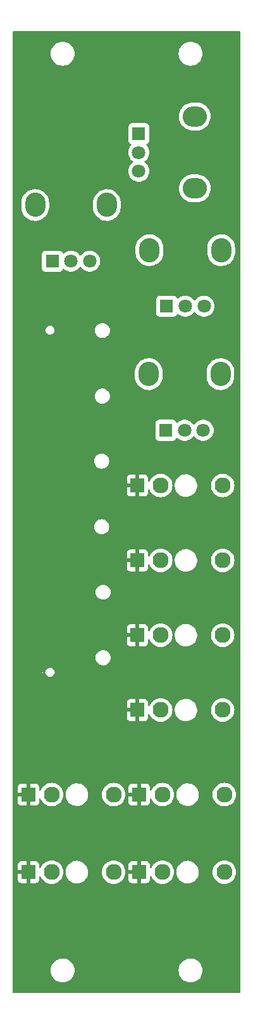
<source format=gbr>
%TF.GenerationSoftware,KiCad,Pcbnew,(7.0.0)*%
%TF.CreationDate,2023-03-30T09:00:50-07:00*%
%TF.ProjectId,wyw_r_frontpanel,7779775f-725f-4667-926f-6e7470616e65,rev?*%
%TF.SameCoordinates,Original*%
%TF.FileFunction,Copper,L1,Top*%
%TF.FilePolarity,Positive*%
%FSLAX46Y46*%
G04 Gerber Fmt 4.6, Leading zero omitted, Abs format (unit mm)*
G04 Created by KiCad (PCBNEW (7.0.0)) date 2023-03-30 09:00:50*
%MOMM*%
%LPD*%
G01*
G04 APERTURE LIST*
%TA.AperFunction,ComponentPad*%
%ADD10C,2.130000*%
%TD*%
%TA.AperFunction,ComponentPad*%
%ADD11R,1.830000X1.930000*%
%TD*%
%TA.AperFunction,ComponentPad*%
%ADD12O,2.720000X3.240000*%
%TD*%
%TA.AperFunction,ComponentPad*%
%ADD13R,1.800000X1.800000*%
%TD*%
%TA.AperFunction,ComponentPad*%
%ADD14C,1.800000*%
%TD*%
%TA.AperFunction,ComponentPad*%
%ADD15O,3.240000X2.720000*%
%TD*%
G04 APERTURE END LIST*
D10*
%TO.P,J5,TN*%
%TO.N,unconnected-(J5-PadTN)*%
X39800000Y-110700000D03*
%TO.P,J5,T*%
%TO.N,Net-(J1-Pin_39)*%
X48100000Y-110700000D03*
D11*
%TO.P,J5,S*%
%TO.N,GND*%
X36699999Y-110699999D03*
%TD*%
D12*
%TO.P,RV3,*%
%TO.N,*%
X38299999Y-49249999D03*
X47899999Y-49249999D03*
D13*
%TO.P,RV3,1,1*%
%TO.N,Net-(J1-Pin_9)*%
X40599999Y-56749999D03*
D14*
%TO.P,RV3,2,2*%
%TO.N,unconnected-(RV3-Pad2)*%
X43100000Y-56750000D03*
%TO.P,RV3,3,3*%
%TO.N,Net-(J1-Pin_7)*%
X45600000Y-56750000D03*
%TD*%
D10*
%TO.P,J9,TN*%
%TO.N,unconnected-(J9-PadTN)*%
X40021539Y-132358354D03*
%TO.P,J9,T*%
%TO.N,Net-(J1-Pin_40)*%
X48321539Y-132358354D03*
D11*
%TO.P,J9,S*%
%TO.N,GND*%
X36921538Y-132358353D03*
%TD*%
D12*
%TO.P,RV1,*%
%TO.N,*%
X22999999Y-43224999D03*
X32599999Y-43224999D03*
D13*
%TO.P,RV1,1,1*%
%TO.N,Net-(J1-Pin_3)*%
X25299999Y-50724999D03*
D14*
%TO.P,RV1,2,2*%
%TO.N,Net-(J1-Pin_2)*%
X27800000Y-50725000D03*
%TO.P,RV1,3,3*%
%TO.N,Net-(J1-Pin_1)*%
X30300000Y-50725000D03*
%TD*%
D10*
%TO.P,J3,TN*%
%TO.N,unconnected-(J3-PadTN)*%
X39800000Y-90700000D03*
%TO.P,J3,T*%
%TO.N,Net-(J1-Pin_35)*%
X48100000Y-90700000D03*
D11*
%TO.P,J3,S*%
%TO.N,GND*%
X36699999Y-90699999D03*
%TD*%
D10*
%TO.P,J2,TN*%
%TO.N,unconnected-(J2-PadTN)*%
X39800000Y-80700000D03*
%TO.P,J2,T*%
%TO.N,Net-(J1-Pin_33)*%
X48100000Y-80700000D03*
D11*
%TO.P,J2,S*%
%TO.N,GND*%
X36699999Y-80699999D03*
%TD*%
D10*
%TO.P,J4,TN*%
%TO.N,unconnected-(J4-PadTN)*%
X39800000Y-100700000D03*
%TO.P,J4,T*%
%TO.N,Net-(J1-Pin_37)*%
X48100000Y-100700000D03*
D11*
%TO.P,J4,S*%
%TO.N,GND*%
X36699999Y-100699999D03*
%TD*%
%TO.P,J6,S*%
%TO.N,GND*%
X22099999Y-121999999D03*
D10*
%TO.P,J6,T*%
%TO.N,Net-(J1-Pin_34)*%
X33500000Y-122000000D03*
%TO.P,J6,TN*%
%TO.N,unconnected-(J6-PadTN)*%
X25200000Y-122000000D03*
%TD*%
%TO.P,J7,TN*%
%TO.N,unconnected-(J7-PadTN)*%
X40021539Y-122000000D03*
%TO.P,J7,T*%
%TO.N,Net-(J1-Pin_36)*%
X48321539Y-122000000D03*
D11*
%TO.P,J7,S*%
%TO.N,GND*%
X36921538Y-121999999D03*
%TD*%
D14*
%TO.P,RV4,3,3*%
%TO.N,Net-(J1-Pin_12)*%
X45500000Y-73325000D03*
%TO.P,RV4,2,2*%
%TO.N,Net-(J1-Pin_11)*%
X43000000Y-73325000D03*
D13*
%TO.P,RV4,1,1*%
%TO.N,Net-(J1-Pin_10)*%
X40499999Y-73324999D03*
D12*
%TO.P,RV4,*%
%TO.N,*%
X47799999Y-65824999D03*
X38199999Y-65824999D03*
%TD*%
D11*
%TO.P,J8,S*%
%TO.N,GND*%
X22099999Y-132358353D03*
D10*
%TO.P,J8,T*%
%TO.N,Net-(J1-Pin_38)*%
X33500000Y-132358354D03*
%TO.P,J8,TN*%
%TO.N,unconnected-(J8-PadTN)*%
X25200000Y-132358354D03*
%TD*%
D15*
%TO.P,RV2,*%
%TO.N,*%
X44374999Y-31399999D03*
X44374999Y-40999999D03*
D13*
%TO.P,RV2,1,1*%
%TO.N,Net-(J1-Pin_4)*%
X36874999Y-33699999D03*
D14*
%TO.P,RV2,2,2*%
%TO.N,Net-(J1-Pin_5)*%
X36875000Y-36200000D03*
%TO.P,RV2,3,3*%
%TO.N,Net-(J1-Pin_6)*%
X36875000Y-38700000D03*
%TD*%
%TA.AperFunction,Conductor*%
%TO.N,GND*%
G36*
X50417500Y-20017113D02*
G01*
X50462887Y-20062500D01*
X50479500Y-20124500D01*
X50479500Y-148375500D01*
X50462887Y-148437500D01*
X50417500Y-148482887D01*
X50355500Y-148499500D01*
X20124500Y-148499500D01*
X20062500Y-148482887D01*
X20017113Y-148437500D01*
X20000500Y-148375500D01*
X20000500Y-145500000D01*
X25074551Y-145500000D01*
X25094317Y-145751148D01*
X25095452Y-145755877D01*
X25095453Y-145755881D01*
X25151989Y-145991374D01*
X25151991Y-145991382D01*
X25153127Y-145996111D01*
X25249534Y-146228859D01*
X25252081Y-146233016D01*
X25252082Y-146233017D01*
X25378617Y-146439504D01*
X25378622Y-146439511D01*
X25381164Y-146443659D01*
X25384324Y-146447358D01*
X25384327Y-146447363D01*
X25534845Y-146623596D01*
X25544776Y-146635224D01*
X25548476Y-146638384D01*
X25730705Y-146794023D01*
X25736341Y-146798836D01*
X25740491Y-146801379D01*
X25740495Y-146801382D01*
X25852300Y-146869896D01*
X25951141Y-146930466D01*
X26183889Y-147026873D01*
X26428852Y-147085683D01*
X26680000Y-147105449D01*
X26931148Y-147085683D01*
X27176111Y-147026873D01*
X27408859Y-146930466D01*
X27623659Y-146798836D01*
X27815224Y-146635224D01*
X27978836Y-146443659D01*
X28110466Y-146228859D01*
X28206873Y-145996111D01*
X28265683Y-145751148D01*
X28285449Y-145500000D01*
X42194551Y-145500000D01*
X42214317Y-145751148D01*
X42215452Y-145755877D01*
X42215453Y-145755881D01*
X42271989Y-145991374D01*
X42271991Y-145991382D01*
X42273127Y-145996111D01*
X42369534Y-146228859D01*
X42372081Y-146233016D01*
X42372082Y-146233017D01*
X42498617Y-146439504D01*
X42498622Y-146439511D01*
X42501164Y-146443659D01*
X42504324Y-146447358D01*
X42504327Y-146447363D01*
X42654845Y-146623596D01*
X42664776Y-146635224D01*
X42668476Y-146638384D01*
X42850705Y-146794023D01*
X42856341Y-146798836D01*
X42860491Y-146801379D01*
X42860495Y-146801382D01*
X42972300Y-146869896D01*
X43071141Y-146930466D01*
X43303889Y-147026873D01*
X43548852Y-147085683D01*
X43800000Y-147105449D01*
X44051148Y-147085683D01*
X44296111Y-147026873D01*
X44528859Y-146930466D01*
X44743659Y-146798836D01*
X44935224Y-146635224D01*
X45098836Y-146443659D01*
X45230466Y-146228859D01*
X45326873Y-145996111D01*
X45385683Y-145751148D01*
X45405449Y-145500000D01*
X45385683Y-145248852D01*
X45326873Y-145003889D01*
X45230466Y-144771141D01*
X45098836Y-144556341D01*
X44935224Y-144364776D01*
X44931523Y-144361615D01*
X44747363Y-144204327D01*
X44747358Y-144204324D01*
X44743659Y-144201164D01*
X44739511Y-144198622D01*
X44739504Y-144198617D01*
X44533017Y-144072082D01*
X44533016Y-144072081D01*
X44528859Y-144069534D01*
X44296111Y-143973127D01*
X44291382Y-143971991D01*
X44291374Y-143971989D01*
X44055881Y-143915453D01*
X44055877Y-143915452D01*
X44051148Y-143914317D01*
X44046295Y-143913935D01*
X43804854Y-143894933D01*
X43800000Y-143894551D01*
X43795146Y-143894933D01*
X43553704Y-143913935D01*
X43553702Y-143913935D01*
X43548852Y-143914317D01*
X43544124Y-143915451D01*
X43544118Y-143915453D01*
X43308625Y-143971989D01*
X43308613Y-143971992D01*
X43303889Y-143973127D01*
X43299392Y-143974989D01*
X43299388Y-143974991D01*
X43075645Y-144067668D01*
X43075640Y-144067670D01*
X43071141Y-144069534D01*
X43066988Y-144072078D01*
X43066982Y-144072082D01*
X42860495Y-144198617D01*
X42860482Y-144198626D01*
X42856341Y-144201164D01*
X42852646Y-144204319D01*
X42852636Y-144204327D01*
X42668476Y-144361615D01*
X42668469Y-144361621D01*
X42664776Y-144364776D01*
X42661621Y-144368469D01*
X42661615Y-144368476D01*
X42504327Y-144552636D01*
X42504319Y-144552646D01*
X42501164Y-144556341D01*
X42498626Y-144560482D01*
X42498617Y-144560495D01*
X42372082Y-144766982D01*
X42372078Y-144766988D01*
X42369534Y-144771141D01*
X42367670Y-144775640D01*
X42367668Y-144775645D01*
X42274991Y-144999388D01*
X42273127Y-145003889D01*
X42271992Y-145008613D01*
X42271989Y-145008625D01*
X42215453Y-145244118D01*
X42215451Y-145244124D01*
X42214317Y-145248852D01*
X42194551Y-145500000D01*
X28285449Y-145500000D01*
X28265683Y-145248852D01*
X28206873Y-145003889D01*
X28110466Y-144771141D01*
X27978836Y-144556341D01*
X27815224Y-144364776D01*
X27811523Y-144361615D01*
X27627363Y-144204327D01*
X27627358Y-144204324D01*
X27623659Y-144201164D01*
X27619511Y-144198622D01*
X27619504Y-144198617D01*
X27413017Y-144072082D01*
X27413016Y-144072081D01*
X27408859Y-144069534D01*
X27176111Y-143973127D01*
X27171382Y-143971991D01*
X27171374Y-143971989D01*
X26935881Y-143915453D01*
X26935877Y-143915452D01*
X26931148Y-143914317D01*
X26926295Y-143913935D01*
X26684854Y-143894933D01*
X26680000Y-143894551D01*
X26675146Y-143894933D01*
X26433704Y-143913935D01*
X26433702Y-143913935D01*
X26428852Y-143914317D01*
X26424124Y-143915451D01*
X26424118Y-143915453D01*
X26188625Y-143971989D01*
X26188613Y-143971992D01*
X26183889Y-143973127D01*
X26179392Y-143974989D01*
X26179388Y-143974991D01*
X25955645Y-144067668D01*
X25955640Y-144067670D01*
X25951141Y-144069534D01*
X25946988Y-144072078D01*
X25946982Y-144072082D01*
X25740495Y-144198617D01*
X25740482Y-144198626D01*
X25736341Y-144201164D01*
X25732646Y-144204319D01*
X25732636Y-144204327D01*
X25548476Y-144361615D01*
X25548469Y-144361621D01*
X25544776Y-144364776D01*
X25541621Y-144368469D01*
X25541615Y-144368476D01*
X25384327Y-144552636D01*
X25384319Y-144552646D01*
X25381164Y-144556341D01*
X25378626Y-144560482D01*
X25378617Y-144560495D01*
X25252082Y-144766982D01*
X25252078Y-144766988D01*
X25249534Y-144771141D01*
X25247670Y-144775640D01*
X25247668Y-144775645D01*
X25154991Y-144999388D01*
X25153127Y-145003889D01*
X25151992Y-145008613D01*
X25151989Y-145008625D01*
X25095453Y-145244118D01*
X25095451Y-145244124D01*
X25094317Y-145248852D01*
X25074551Y-145500000D01*
X20000500Y-145500000D01*
X20000500Y-138000000D01*
X21499459Y-138000000D01*
X21499617Y-138000383D01*
X21499901Y-138000500D01*
X24487944Y-138000500D01*
X24500099Y-138000500D01*
X24500383Y-138000383D01*
X24500541Y-138000000D01*
X26499459Y-138000000D01*
X26499617Y-138000383D01*
X26499901Y-138000500D01*
X29487944Y-138000500D01*
X29500099Y-138000500D01*
X29500383Y-138000383D01*
X29500541Y-138000000D01*
X31499459Y-138000000D01*
X31499617Y-138000383D01*
X31499901Y-138000500D01*
X34487944Y-138000500D01*
X34500099Y-138000500D01*
X34500383Y-138000383D01*
X34500541Y-138000000D01*
X36499459Y-138000000D01*
X36499617Y-138000383D01*
X36499901Y-138000500D01*
X39487944Y-138000500D01*
X39500099Y-138000500D01*
X39500383Y-138000383D01*
X39500541Y-138000000D01*
X41499459Y-138000000D01*
X41499617Y-138000383D01*
X41499901Y-138000500D01*
X44487944Y-138000500D01*
X44500099Y-138000500D01*
X44500383Y-138000383D01*
X44500541Y-138000000D01*
X46499459Y-138000000D01*
X46499617Y-138000383D01*
X46499901Y-138000500D01*
X49487944Y-138000500D01*
X49500099Y-138000500D01*
X49500383Y-138000383D01*
X49500541Y-138000000D01*
X49500383Y-137999617D01*
X49500099Y-137999500D01*
X46499901Y-137999500D01*
X46499617Y-137999617D01*
X46499459Y-138000000D01*
X44500541Y-138000000D01*
X44500383Y-137999617D01*
X44500099Y-137999500D01*
X41499901Y-137999500D01*
X41499617Y-137999617D01*
X41499459Y-138000000D01*
X39500541Y-138000000D01*
X39500383Y-137999617D01*
X39500099Y-137999500D01*
X36499901Y-137999500D01*
X36499617Y-137999617D01*
X36499459Y-138000000D01*
X34500541Y-138000000D01*
X34500383Y-137999617D01*
X34500099Y-137999500D01*
X31499901Y-137999500D01*
X31499617Y-137999617D01*
X31499459Y-138000000D01*
X29500541Y-138000000D01*
X29500383Y-137999617D01*
X29500099Y-137999500D01*
X26499901Y-137999500D01*
X26499617Y-137999617D01*
X26499459Y-138000000D01*
X24500541Y-138000000D01*
X24500383Y-137999617D01*
X24500099Y-137999500D01*
X21499901Y-137999500D01*
X21499617Y-137999617D01*
X21499459Y-138000000D01*
X20000500Y-138000000D01*
X20000500Y-133367872D01*
X20685000Y-133367872D01*
X20685353Y-133374468D01*
X20690573Y-133423021D01*
X20694111Y-133437995D01*
X20738547Y-133557131D01*
X20746962Y-133572543D01*
X20822498Y-133673446D01*
X20834907Y-133685855D01*
X20935810Y-133761391D01*
X20951222Y-133769806D01*
X21070358Y-133814242D01*
X21085332Y-133817780D01*
X21133885Y-133823000D01*
X21140482Y-133823354D01*
X21833674Y-133823354D01*
X21846549Y-133819903D01*
X21850000Y-133807028D01*
X22350000Y-133807028D01*
X22353450Y-133819903D01*
X22366326Y-133823354D01*
X23059518Y-133823354D01*
X23066114Y-133823000D01*
X23114667Y-133817780D01*
X23129641Y-133814242D01*
X23248777Y-133769806D01*
X23264189Y-133761391D01*
X23365092Y-133685855D01*
X23377501Y-133673446D01*
X23453037Y-133572543D01*
X23461452Y-133557131D01*
X23505888Y-133437995D01*
X23509426Y-133423021D01*
X23514646Y-133374468D01*
X23515000Y-133367872D01*
X23515000Y-133004643D01*
X23533273Y-132939853D01*
X23582705Y-132894158D01*
X23648729Y-132881025D01*
X23711885Y-132904325D01*
X23753560Y-132957189D01*
X23800816Y-133071274D01*
X23929567Y-133281377D01*
X23932731Y-133285082D01*
X23932735Y-133285087D01*
X24040656Y-133411446D01*
X24089601Y-133468753D01*
X24093308Y-133471919D01*
X24273266Y-133625618D01*
X24273269Y-133625620D01*
X24276977Y-133628787D01*
X24487080Y-133757538D01*
X24714738Y-133851837D01*
X24954345Y-133909361D01*
X25200000Y-133928695D01*
X25445655Y-133909361D01*
X25685262Y-133851837D01*
X25912920Y-133757538D01*
X26123023Y-133628787D01*
X26310399Y-133468753D01*
X26470433Y-133281377D01*
X26599184Y-133071274D01*
X26693483Y-132843616D01*
X26751007Y-132604009D01*
X26762078Y-132463347D01*
X27078525Y-132463347D01*
X27079294Y-132468376D01*
X27079295Y-132468382D01*
X27115064Y-132702132D01*
X27115065Y-132702138D01*
X27115835Y-132707167D01*
X27117415Y-132712001D01*
X27117416Y-132712005D01*
X27172660Y-132881025D01*
X27192466Y-132941620D01*
X27194813Y-132946129D01*
X27194815Y-132946133D01*
X27259960Y-133071274D01*
X27306360Y-133160408D01*
X27309414Y-133164476D01*
X27309415Y-133164477D01*
X27397185Y-133281377D01*
X27454458Y-133357657D01*
X27632784Y-133528068D01*
X27757343Y-133613036D01*
X27832343Y-133664198D01*
X27832346Y-133664200D01*
X27836548Y-133667066D01*
X28060278Y-133770918D01*
X28297965Y-133836835D01*
X28543226Y-133863046D01*
X28789475Y-133848847D01*
X29030099Y-133794620D01*
X29258634Y-133701822D01*
X29468945Y-133572943D01*
X29655382Y-133411446D01*
X29812939Y-133221667D01*
X29937385Y-133008704D01*
X30025377Y-132778275D01*
X30074553Y-132536569D01*
X30081088Y-132358354D01*
X31929659Y-132358354D01*
X31948993Y-132604009D01*
X31950128Y-132608738D01*
X31950129Y-132608742D01*
X32005379Y-132838879D01*
X32005381Y-132838887D01*
X32006517Y-132843616D01*
X32100816Y-133071274D01*
X32229567Y-133281377D01*
X32232731Y-133285082D01*
X32232735Y-133285087D01*
X32340656Y-133411446D01*
X32389601Y-133468753D01*
X32393308Y-133471919D01*
X32573266Y-133625618D01*
X32573269Y-133625620D01*
X32576977Y-133628787D01*
X32787080Y-133757538D01*
X33014738Y-133851837D01*
X33254345Y-133909361D01*
X33500000Y-133928695D01*
X33745655Y-133909361D01*
X33985262Y-133851837D01*
X34212920Y-133757538D01*
X34423023Y-133628787D01*
X34610399Y-133468753D01*
X34696559Y-133367872D01*
X35506539Y-133367872D01*
X35506892Y-133374468D01*
X35512112Y-133423021D01*
X35515650Y-133437995D01*
X35560086Y-133557131D01*
X35568501Y-133572543D01*
X35644037Y-133673446D01*
X35656446Y-133685855D01*
X35757349Y-133761391D01*
X35772761Y-133769806D01*
X35891897Y-133814242D01*
X35906871Y-133817780D01*
X35955424Y-133823000D01*
X35962021Y-133823354D01*
X36655213Y-133823354D01*
X36668088Y-133819903D01*
X36671539Y-133807028D01*
X37171539Y-133807028D01*
X37174989Y-133819903D01*
X37187865Y-133823354D01*
X37881057Y-133823354D01*
X37887653Y-133823000D01*
X37936206Y-133817780D01*
X37951180Y-133814242D01*
X38070316Y-133769806D01*
X38085728Y-133761391D01*
X38186631Y-133685855D01*
X38199040Y-133673446D01*
X38274576Y-133572543D01*
X38282991Y-133557131D01*
X38327427Y-133437995D01*
X38330965Y-133423021D01*
X38336185Y-133374468D01*
X38336539Y-133367872D01*
X38336539Y-133004643D01*
X38354812Y-132939853D01*
X38404244Y-132894158D01*
X38470268Y-132881025D01*
X38533424Y-132904325D01*
X38575099Y-132957189D01*
X38622355Y-133071274D01*
X38751106Y-133281377D01*
X38754270Y-133285082D01*
X38754274Y-133285087D01*
X38862195Y-133411446D01*
X38911140Y-133468753D01*
X38914847Y-133471919D01*
X39094805Y-133625618D01*
X39094808Y-133625620D01*
X39098516Y-133628787D01*
X39308619Y-133757538D01*
X39536277Y-133851837D01*
X39775884Y-133909361D01*
X40021539Y-133928695D01*
X40267194Y-133909361D01*
X40506801Y-133851837D01*
X40734459Y-133757538D01*
X40944562Y-133628787D01*
X41131938Y-133468753D01*
X41291972Y-133281377D01*
X41420723Y-133071274D01*
X41515022Y-132843616D01*
X41572546Y-132604009D01*
X41583617Y-132463347D01*
X41900064Y-132463347D01*
X41900833Y-132468376D01*
X41900834Y-132468382D01*
X41936603Y-132702132D01*
X41936604Y-132702138D01*
X41937374Y-132707167D01*
X41938954Y-132712001D01*
X41938955Y-132712005D01*
X41994199Y-132881025D01*
X42014005Y-132941620D01*
X42016352Y-132946129D01*
X42016354Y-132946133D01*
X42081499Y-133071274D01*
X42127899Y-133160408D01*
X42130953Y-133164476D01*
X42130954Y-133164477D01*
X42218724Y-133281377D01*
X42275997Y-133357657D01*
X42454323Y-133528068D01*
X42578882Y-133613036D01*
X42653882Y-133664198D01*
X42653885Y-133664200D01*
X42658087Y-133667066D01*
X42881817Y-133770918D01*
X43119504Y-133836835D01*
X43364765Y-133863046D01*
X43611014Y-133848847D01*
X43851638Y-133794620D01*
X44080173Y-133701822D01*
X44290484Y-133572943D01*
X44476921Y-133411446D01*
X44634478Y-133221667D01*
X44758924Y-133008704D01*
X44846916Y-132778275D01*
X44896092Y-132536569D01*
X44902627Y-132358354D01*
X46751198Y-132358354D01*
X46770532Y-132604009D01*
X46771667Y-132608738D01*
X46771668Y-132608742D01*
X46826918Y-132838879D01*
X46826920Y-132838887D01*
X46828056Y-132843616D01*
X46922355Y-133071274D01*
X47051106Y-133281377D01*
X47054270Y-133285082D01*
X47054274Y-133285087D01*
X47162195Y-133411446D01*
X47211140Y-133468753D01*
X47214847Y-133471919D01*
X47394805Y-133625618D01*
X47394808Y-133625620D01*
X47398516Y-133628787D01*
X47608619Y-133757538D01*
X47836277Y-133851837D01*
X48075884Y-133909361D01*
X48321539Y-133928695D01*
X48567194Y-133909361D01*
X48806801Y-133851837D01*
X49034459Y-133757538D01*
X49244562Y-133628787D01*
X49431938Y-133468753D01*
X49591972Y-133281377D01*
X49720723Y-133071274D01*
X49815022Y-132843616D01*
X49872546Y-132604009D01*
X49891880Y-132358354D01*
X49872546Y-132112699D01*
X49815022Y-131873092D01*
X49720723Y-131645434D01*
X49591972Y-131435331D01*
X49518098Y-131348836D01*
X49435104Y-131251662D01*
X49431938Y-131247955D01*
X49394219Y-131215740D01*
X49248272Y-131091089D01*
X49248267Y-131091085D01*
X49244562Y-131087921D01*
X49034459Y-130959170D01*
X48806801Y-130864871D01*
X48802072Y-130863735D01*
X48802064Y-130863733D01*
X48571927Y-130808483D01*
X48571923Y-130808482D01*
X48567194Y-130807347D01*
X48562341Y-130806965D01*
X48326393Y-130788395D01*
X48321539Y-130788013D01*
X48316685Y-130788395D01*
X48080736Y-130806965D01*
X48080734Y-130806965D01*
X48075884Y-130807347D01*
X48071156Y-130808481D01*
X48071150Y-130808483D01*
X47841013Y-130863733D01*
X47841001Y-130863736D01*
X47836277Y-130864871D01*
X47831780Y-130866733D01*
X47831776Y-130866735D01*
X47613123Y-130957304D01*
X47613118Y-130957306D01*
X47608619Y-130959170D01*
X47604466Y-130961714D01*
X47604460Y-130961718D01*
X47402673Y-131085373D01*
X47402667Y-131085376D01*
X47398516Y-131087921D01*
X47394816Y-131091080D01*
X47394805Y-131091089D01*
X47214847Y-131244788D01*
X47214840Y-131244794D01*
X47211140Y-131247955D01*
X47207979Y-131251655D01*
X47207973Y-131251662D01*
X47054274Y-131431620D01*
X47054265Y-131431631D01*
X47051106Y-131435331D01*
X47048561Y-131439482D01*
X47048558Y-131439488D01*
X46924903Y-131641275D01*
X46924899Y-131641281D01*
X46922355Y-131645434D01*
X46920491Y-131649933D01*
X46920489Y-131649938D01*
X46856425Y-131804602D01*
X46828056Y-131873092D01*
X46826921Y-131877816D01*
X46826918Y-131877828D01*
X46771668Y-132107965D01*
X46771666Y-132107971D01*
X46770532Y-132112699D01*
X46751198Y-132358354D01*
X44902627Y-132358354D01*
X44905131Y-132290076D01*
X44904485Y-132285033D01*
X44874435Y-132050460D01*
X44874434Y-132050458D01*
X44873789Y-132045418D01*
X44802909Y-131809163D01*
X44694395Y-131587657D01*
X44551160Y-131386849D01*
X44547568Y-131383244D01*
X44380648Y-131215740D01*
X44380644Y-131215736D01*
X44377051Y-131212131D01*
X44208603Y-131091089D01*
X44180879Y-131071167D01*
X44180876Y-131071165D01*
X44176744Y-131068196D01*
X43955618Y-130958909D01*
X43950750Y-130957429D01*
X43950745Y-130957428D01*
X43769839Y-130902465D01*
X43719613Y-130887205D01*
X43714572Y-130886541D01*
X43714566Y-130886540D01*
X43478339Y-130855441D01*
X43478338Y-130855440D01*
X43475065Y-130855010D01*
X43471771Y-130854929D01*
X43471765Y-130854929D01*
X43404847Y-130853293D01*
X43404831Y-130853293D01*
X43401539Y-130853213D01*
X43398244Y-130853483D01*
X43398240Y-130853484D01*
X43160784Y-130873006D01*
X43160773Y-130873007D01*
X43155710Y-130873424D01*
X43150779Y-130874662D01*
X43150770Y-130874664D01*
X42921420Y-130932273D01*
X42921418Y-130932273D01*
X42916484Y-130933513D01*
X42911816Y-130935542D01*
X42911815Y-130935543D01*
X42694947Y-131029839D01*
X42694936Y-131029844D01*
X42690283Y-131031868D01*
X42686024Y-131034622D01*
X42686015Y-131034628D01*
X42487452Y-131163084D01*
X42487444Y-131163089D01*
X42483184Y-131165846D01*
X42479430Y-131169261D01*
X42479422Y-131169268D01*
X42304507Y-131328429D01*
X42304497Y-131328438D01*
X42300749Y-131331850D01*
X42297602Y-131335834D01*
X42297599Y-131335838D01*
X42151026Y-131521431D01*
X42151021Y-131521438D01*
X42147875Y-131525422D01*
X42145424Y-131529861D01*
X42145418Y-131529871D01*
X42031129Y-131736907D01*
X42028670Y-131741362D01*
X42026973Y-131746153D01*
X42026969Y-131746163D01*
X41983615Y-131868591D01*
X41946333Y-131973872D01*
X41945442Y-131978872D01*
X41945439Y-131978885D01*
X41903970Y-132211697D01*
X41903969Y-132211703D01*
X41903078Y-132216708D01*
X41903016Y-132221781D01*
X41903015Y-132221792D01*
X41900126Y-132458256D01*
X41900064Y-132463347D01*
X41583617Y-132463347D01*
X41591880Y-132358354D01*
X41572546Y-132112699D01*
X41515022Y-131873092D01*
X41420723Y-131645434D01*
X41291972Y-131435331D01*
X41218098Y-131348836D01*
X41135104Y-131251662D01*
X41131938Y-131247955D01*
X41094219Y-131215740D01*
X40948272Y-131091089D01*
X40948267Y-131091085D01*
X40944562Y-131087921D01*
X40734459Y-130959170D01*
X40506801Y-130864871D01*
X40502072Y-130863735D01*
X40502064Y-130863733D01*
X40271927Y-130808483D01*
X40271923Y-130808482D01*
X40267194Y-130807347D01*
X40262341Y-130806965D01*
X40026393Y-130788395D01*
X40021539Y-130788013D01*
X40016685Y-130788395D01*
X39780736Y-130806965D01*
X39780734Y-130806965D01*
X39775884Y-130807347D01*
X39771156Y-130808481D01*
X39771150Y-130808483D01*
X39541013Y-130863733D01*
X39541001Y-130863736D01*
X39536277Y-130864871D01*
X39531780Y-130866733D01*
X39531776Y-130866735D01*
X39313123Y-130957304D01*
X39313118Y-130957306D01*
X39308619Y-130959170D01*
X39304466Y-130961714D01*
X39304460Y-130961718D01*
X39102673Y-131085373D01*
X39102667Y-131085376D01*
X39098516Y-131087921D01*
X39094816Y-131091080D01*
X39094805Y-131091089D01*
X38914847Y-131244788D01*
X38914840Y-131244794D01*
X38911140Y-131247955D01*
X38907979Y-131251655D01*
X38907973Y-131251662D01*
X38754274Y-131431620D01*
X38754265Y-131431631D01*
X38751106Y-131435331D01*
X38748561Y-131439482D01*
X38748558Y-131439488D01*
X38624903Y-131641275D01*
X38624899Y-131641281D01*
X38622355Y-131645434D01*
X38620491Y-131649933D01*
X38620489Y-131649938D01*
X38575100Y-131759518D01*
X38533424Y-131812383D01*
X38470268Y-131835683D01*
X38404244Y-131822550D01*
X38354812Y-131776855D01*
X38336539Y-131712065D01*
X38336539Y-131348836D01*
X38336185Y-131342239D01*
X38330965Y-131293686D01*
X38327427Y-131278712D01*
X38282991Y-131159576D01*
X38274576Y-131144164D01*
X38199040Y-131043261D01*
X38186631Y-131030852D01*
X38085728Y-130955316D01*
X38070316Y-130946901D01*
X37951180Y-130902465D01*
X37936206Y-130898927D01*
X37887653Y-130893707D01*
X37881057Y-130893354D01*
X37187865Y-130893354D01*
X37174989Y-130896804D01*
X37171539Y-130909680D01*
X37171539Y-133807028D01*
X36671539Y-133807028D01*
X36671539Y-132624680D01*
X36668088Y-132611804D01*
X36655213Y-132608354D01*
X35522865Y-132608354D01*
X35509989Y-132611804D01*
X35506539Y-132624680D01*
X35506539Y-133367872D01*
X34696559Y-133367872D01*
X34770433Y-133281377D01*
X34899184Y-133071274D01*
X34993483Y-132843616D01*
X35051007Y-132604009D01*
X35070341Y-132358354D01*
X35051007Y-132112699D01*
X35046044Y-132092028D01*
X35506539Y-132092028D01*
X35509989Y-132104903D01*
X35522865Y-132108354D01*
X36655213Y-132108354D01*
X36668088Y-132104903D01*
X36671539Y-132092028D01*
X36671539Y-130909680D01*
X36668088Y-130896804D01*
X36655213Y-130893354D01*
X35962021Y-130893354D01*
X35955424Y-130893707D01*
X35906871Y-130898927D01*
X35891897Y-130902465D01*
X35772761Y-130946901D01*
X35757349Y-130955316D01*
X35656446Y-131030852D01*
X35644037Y-131043261D01*
X35568501Y-131144164D01*
X35560086Y-131159576D01*
X35515650Y-131278712D01*
X35512112Y-131293686D01*
X35506892Y-131342239D01*
X35506539Y-131348836D01*
X35506539Y-132092028D01*
X35046044Y-132092028D01*
X34993483Y-131873092D01*
X34899184Y-131645434D01*
X34770433Y-131435331D01*
X34696559Y-131348836D01*
X34613565Y-131251662D01*
X34610399Y-131247955D01*
X34572680Y-131215740D01*
X34426733Y-131091089D01*
X34426728Y-131091085D01*
X34423023Y-131087921D01*
X34212920Y-130959170D01*
X33985262Y-130864871D01*
X33980533Y-130863735D01*
X33980525Y-130863733D01*
X33750388Y-130808483D01*
X33750384Y-130808482D01*
X33745655Y-130807347D01*
X33740802Y-130806965D01*
X33504854Y-130788395D01*
X33500000Y-130788013D01*
X33495146Y-130788395D01*
X33259197Y-130806965D01*
X33259195Y-130806965D01*
X33254345Y-130807347D01*
X33249617Y-130808481D01*
X33249611Y-130808483D01*
X33019474Y-130863733D01*
X33019462Y-130863736D01*
X33014738Y-130864871D01*
X33010241Y-130866733D01*
X33010237Y-130866735D01*
X32791584Y-130957304D01*
X32791579Y-130957306D01*
X32787080Y-130959170D01*
X32782927Y-130961714D01*
X32782921Y-130961718D01*
X32581134Y-131085373D01*
X32581128Y-131085376D01*
X32576977Y-131087921D01*
X32573277Y-131091080D01*
X32573266Y-131091089D01*
X32393308Y-131244788D01*
X32393301Y-131244794D01*
X32389601Y-131247955D01*
X32386440Y-131251655D01*
X32386434Y-131251662D01*
X32232735Y-131431620D01*
X32232726Y-131431631D01*
X32229567Y-131435331D01*
X32227022Y-131439482D01*
X32227019Y-131439488D01*
X32103364Y-131641275D01*
X32103360Y-131641281D01*
X32100816Y-131645434D01*
X32098952Y-131649933D01*
X32098950Y-131649938D01*
X32034886Y-131804602D01*
X32006517Y-131873092D01*
X32005382Y-131877816D01*
X32005379Y-131877828D01*
X31950129Y-132107965D01*
X31950127Y-132107971D01*
X31948993Y-132112699D01*
X31929659Y-132358354D01*
X30081088Y-132358354D01*
X30083592Y-132290076D01*
X30082946Y-132285033D01*
X30052896Y-132050460D01*
X30052895Y-132050458D01*
X30052250Y-132045418D01*
X29981370Y-131809163D01*
X29872856Y-131587657D01*
X29729621Y-131386849D01*
X29726029Y-131383244D01*
X29559109Y-131215740D01*
X29559105Y-131215736D01*
X29555512Y-131212131D01*
X29387064Y-131091089D01*
X29359340Y-131071167D01*
X29359337Y-131071165D01*
X29355205Y-131068196D01*
X29134079Y-130958909D01*
X29129211Y-130957429D01*
X29129206Y-130957428D01*
X28948300Y-130902465D01*
X28898074Y-130887205D01*
X28893033Y-130886541D01*
X28893027Y-130886540D01*
X28656800Y-130855441D01*
X28656799Y-130855440D01*
X28653526Y-130855010D01*
X28650232Y-130854929D01*
X28650226Y-130854929D01*
X28583308Y-130853293D01*
X28583292Y-130853293D01*
X28580000Y-130853213D01*
X28576705Y-130853483D01*
X28576701Y-130853484D01*
X28339245Y-130873006D01*
X28339234Y-130873007D01*
X28334171Y-130873424D01*
X28329240Y-130874662D01*
X28329231Y-130874664D01*
X28099881Y-130932273D01*
X28099879Y-130932273D01*
X28094945Y-130933513D01*
X28090277Y-130935542D01*
X28090276Y-130935543D01*
X27873408Y-131029839D01*
X27873397Y-131029844D01*
X27868744Y-131031868D01*
X27864485Y-131034622D01*
X27864476Y-131034628D01*
X27665913Y-131163084D01*
X27665905Y-131163089D01*
X27661645Y-131165846D01*
X27657891Y-131169261D01*
X27657883Y-131169268D01*
X27482968Y-131328429D01*
X27482958Y-131328438D01*
X27479210Y-131331850D01*
X27476063Y-131335834D01*
X27476060Y-131335838D01*
X27329487Y-131521431D01*
X27329482Y-131521438D01*
X27326336Y-131525422D01*
X27323885Y-131529861D01*
X27323879Y-131529871D01*
X27209590Y-131736907D01*
X27207131Y-131741362D01*
X27205434Y-131746153D01*
X27205430Y-131746163D01*
X27162076Y-131868591D01*
X27124794Y-131973872D01*
X27123903Y-131978872D01*
X27123900Y-131978885D01*
X27082431Y-132211697D01*
X27082430Y-132211703D01*
X27081539Y-132216708D01*
X27081477Y-132221781D01*
X27081476Y-132221792D01*
X27078587Y-132458256D01*
X27078525Y-132463347D01*
X26762078Y-132463347D01*
X26770341Y-132358354D01*
X26751007Y-132112699D01*
X26693483Y-131873092D01*
X26599184Y-131645434D01*
X26470433Y-131435331D01*
X26396559Y-131348836D01*
X26313565Y-131251662D01*
X26310399Y-131247955D01*
X26272680Y-131215740D01*
X26126733Y-131091089D01*
X26126728Y-131091085D01*
X26123023Y-131087921D01*
X25912920Y-130959170D01*
X25685262Y-130864871D01*
X25680533Y-130863735D01*
X25680525Y-130863733D01*
X25450388Y-130808483D01*
X25450384Y-130808482D01*
X25445655Y-130807347D01*
X25440802Y-130806965D01*
X25204854Y-130788395D01*
X25200000Y-130788013D01*
X25195146Y-130788395D01*
X24959197Y-130806965D01*
X24959195Y-130806965D01*
X24954345Y-130807347D01*
X24949617Y-130808481D01*
X24949611Y-130808483D01*
X24719474Y-130863733D01*
X24719462Y-130863736D01*
X24714738Y-130864871D01*
X24710241Y-130866733D01*
X24710237Y-130866735D01*
X24491584Y-130957304D01*
X24491579Y-130957306D01*
X24487080Y-130959170D01*
X24482927Y-130961714D01*
X24482921Y-130961718D01*
X24281134Y-131085373D01*
X24281128Y-131085376D01*
X24276977Y-131087921D01*
X24273277Y-131091080D01*
X24273266Y-131091089D01*
X24093308Y-131244788D01*
X24093301Y-131244794D01*
X24089601Y-131247955D01*
X24086440Y-131251655D01*
X24086434Y-131251662D01*
X23932735Y-131431620D01*
X23932726Y-131431631D01*
X23929567Y-131435331D01*
X23927022Y-131439482D01*
X23927019Y-131439488D01*
X23803364Y-131641275D01*
X23803360Y-131641281D01*
X23800816Y-131645434D01*
X23798952Y-131649933D01*
X23798950Y-131649938D01*
X23753561Y-131759518D01*
X23711885Y-131812383D01*
X23648729Y-131835683D01*
X23582705Y-131822550D01*
X23533273Y-131776855D01*
X23515000Y-131712065D01*
X23515000Y-131348836D01*
X23514646Y-131342239D01*
X23509426Y-131293686D01*
X23505888Y-131278712D01*
X23461452Y-131159576D01*
X23453037Y-131144164D01*
X23377501Y-131043261D01*
X23365092Y-131030852D01*
X23264189Y-130955316D01*
X23248777Y-130946901D01*
X23129641Y-130902465D01*
X23114667Y-130898927D01*
X23066114Y-130893707D01*
X23059518Y-130893354D01*
X22366326Y-130893354D01*
X22353450Y-130896804D01*
X22350000Y-130909680D01*
X22350000Y-133807028D01*
X21850000Y-133807028D01*
X21850000Y-132624680D01*
X21846549Y-132611804D01*
X21833674Y-132608354D01*
X20701326Y-132608354D01*
X20688450Y-132611804D01*
X20685000Y-132624680D01*
X20685000Y-133367872D01*
X20000500Y-133367872D01*
X20000500Y-132092028D01*
X20685000Y-132092028D01*
X20688450Y-132104903D01*
X20701326Y-132108354D01*
X21833674Y-132108354D01*
X21846549Y-132104903D01*
X21850000Y-132092028D01*
X21850000Y-130909680D01*
X21846549Y-130896804D01*
X21833674Y-130893354D01*
X21140482Y-130893354D01*
X21133885Y-130893707D01*
X21085332Y-130898927D01*
X21070358Y-130902465D01*
X20951222Y-130946901D01*
X20935810Y-130955316D01*
X20834907Y-131030852D01*
X20822498Y-131043261D01*
X20746962Y-131144164D01*
X20738547Y-131159576D01*
X20694111Y-131278712D01*
X20690573Y-131293686D01*
X20685353Y-131342239D01*
X20685000Y-131348836D01*
X20685000Y-132092028D01*
X20000500Y-132092028D01*
X20000500Y-123009518D01*
X20685000Y-123009518D01*
X20685353Y-123016114D01*
X20690573Y-123064667D01*
X20694111Y-123079641D01*
X20738547Y-123198777D01*
X20746962Y-123214189D01*
X20822498Y-123315092D01*
X20834907Y-123327501D01*
X20935810Y-123403037D01*
X20951222Y-123411452D01*
X21070358Y-123455888D01*
X21085332Y-123459426D01*
X21133885Y-123464646D01*
X21140482Y-123465000D01*
X21833674Y-123465000D01*
X21846549Y-123461549D01*
X21850000Y-123448674D01*
X22350000Y-123448674D01*
X22353450Y-123461549D01*
X22366326Y-123465000D01*
X23059518Y-123465000D01*
X23066114Y-123464646D01*
X23114667Y-123459426D01*
X23129641Y-123455888D01*
X23248777Y-123411452D01*
X23264189Y-123403037D01*
X23365092Y-123327501D01*
X23377501Y-123315092D01*
X23453037Y-123214189D01*
X23461452Y-123198777D01*
X23505888Y-123079641D01*
X23509426Y-123064667D01*
X23514646Y-123016114D01*
X23515000Y-123009518D01*
X23515000Y-122646289D01*
X23533273Y-122581499D01*
X23582705Y-122535804D01*
X23648729Y-122522671D01*
X23711885Y-122545971D01*
X23753560Y-122598835D01*
X23800816Y-122712920D01*
X23929567Y-122923023D01*
X23932731Y-122926728D01*
X23932735Y-122926733D01*
X24040656Y-123053092D01*
X24089601Y-123110399D01*
X24093308Y-123113565D01*
X24273266Y-123267264D01*
X24273269Y-123267266D01*
X24276977Y-123270433D01*
X24487080Y-123399184D01*
X24714738Y-123493483D01*
X24954345Y-123551007D01*
X25200000Y-123570341D01*
X25445655Y-123551007D01*
X25685262Y-123493483D01*
X25912920Y-123399184D01*
X26123023Y-123270433D01*
X26310399Y-123110399D01*
X26470433Y-122923023D01*
X26599184Y-122712920D01*
X26693483Y-122485262D01*
X26751007Y-122245655D01*
X26762078Y-122104993D01*
X27078525Y-122104993D01*
X27079294Y-122110022D01*
X27079295Y-122110028D01*
X27115064Y-122343778D01*
X27115065Y-122343784D01*
X27115835Y-122348813D01*
X27117415Y-122353647D01*
X27117416Y-122353651D01*
X27172660Y-122522671D01*
X27192466Y-122583266D01*
X27194813Y-122587775D01*
X27194815Y-122587779D01*
X27259960Y-122712920D01*
X27306360Y-122802054D01*
X27309414Y-122806122D01*
X27309415Y-122806123D01*
X27397185Y-122923023D01*
X27454458Y-122999303D01*
X27632784Y-123169714D01*
X27757343Y-123254682D01*
X27832343Y-123305844D01*
X27832346Y-123305846D01*
X27836548Y-123308712D01*
X28060278Y-123412564D01*
X28297965Y-123478481D01*
X28543226Y-123504692D01*
X28789475Y-123490493D01*
X29030099Y-123436266D01*
X29258634Y-123343468D01*
X29468945Y-123214589D01*
X29655382Y-123053092D01*
X29812939Y-122863313D01*
X29937385Y-122650350D01*
X30025377Y-122419921D01*
X30074553Y-122178215D01*
X30081088Y-122000000D01*
X31929659Y-122000000D01*
X31948993Y-122245655D01*
X31950128Y-122250384D01*
X31950129Y-122250388D01*
X32005379Y-122480525D01*
X32005381Y-122480533D01*
X32006517Y-122485262D01*
X32100816Y-122712920D01*
X32229567Y-122923023D01*
X32232731Y-122926728D01*
X32232735Y-122926733D01*
X32340656Y-123053092D01*
X32389601Y-123110399D01*
X32393308Y-123113565D01*
X32573266Y-123267264D01*
X32573269Y-123267266D01*
X32576977Y-123270433D01*
X32787080Y-123399184D01*
X33014738Y-123493483D01*
X33254345Y-123551007D01*
X33500000Y-123570341D01*
X33745655Y-123551007D01*
X33985262Y-123493483D01*
X34212920Y-123399184D01*
X34423023Y-123270433D01*
X34610399Y-123110399D01*
X34696559Y-123009518D01*
X35506539Y-123009518D01*
X35506892Y-123016114D01*
X35512112Y-123064667D01*
X35515650Y-123079641D01*
X35560086Y-123198777D01*
X35568501Y-123214189D01*
X35644037Y-123315092D01*
X35656446Y-123327501D01*
X35757349Y-123403037D01*
X35772761Y-123411452D01*
X35891897Y-123455888D01*
X35906871Y-123459426D01*
X35955424Y-123464646D01*
X35962021Y-123465000D01*
X36655213Y-123465000D01*
X36668088Y-123461549D01*
X36671539Y-123448674D01*
X37171539Y-123448674D01*
X37174989Y-123461549D01*
X37187865Y-123465000D01*
X37881057Y-123465000D01*
X37887653Y-123464646D01*
X37936206Y-123459426D01*
X37951180Y-123455888D01*
X38070316Y-123411452D01*
X38085728Y-123403037D01*
X38186631Y-123327501D01*
X38199040Y-123315092D01*
X38274576Y-123214189D01*
X38282991Y-123198777D01*
X38327427Y-123079641D01*
X38330965Y-123064667D01*
X38336185Y-123016114D01*
X38336539Y-123009518D01*
X38336539Y-122646289D01*
X38354812Y-122581499D01*
X38404244Y-122535804D01*
X38470268Y-122522671D01*
X38533424Y-122545971D01*
X38575099Y-122598835D01*
X38622355Y-122712920D01*
X38751106Y-122923023D01*
X38754270Y-122926728D01*
X38754274Y-122926733D01*
X38862195Y-123053092D01*
X38911140Y-123110399D01*
X38914847Y-123113565D01*
X39094805Y-123267264D01*
X39094808Y-123267266D01*
X39098516Y-123270433D01*
X39308619Y-123399184D01*
X39536277Y-123493483D01*
X39775884Y-123551007D01*
X40021539Y-123570341D01*
X40267194Y-123551007D01*
X40506801Y-123493483D01*
X40734459Y-123399184D01*
X40944562Y-123270433D01*
X41131938Y-123110399D01*
X41291972Y-122923023D01*
X41420723Y-122712920D01*
X41515022Y-122485262D01*
X41572546Y-122245655D01*
X41583617Y-122104993D01*
X41900064Y-122104993D01*
X41900833Y-122110022D01*
X41900834Y-122110028D01*
X41936603Y-122343778D01*
X41936604Y-122343784D01*
X41937374Y-122348813D01*
X41938954Y-122353647D01*
X41938955Y-122353651D01*
X41994199Y-122522671D01*
X42014005Y-122583266D01*
X42016352Y-122587775D01*
X42016354Y-122587779D01*
X42081499Y-122712920D01*
X42127899Y-122802054D01*
X42130953Y-122806122D01*
X42130954Y-122806123D01*
X42218724Y-122923023D01*
X42275997Y-122999303D01*
X42454323Y-123169714D01*
X42578882Y-123254682D01*
X42653882Y-123305844D01*
X42653885Y-123305846D01*
X42658087Y-123308712D01*
X42881817Y-123412564D01*
X43119504Y-123478481D01*
X43364765Y-123504692D01*
X43611014Y-123490493D01*
X43851638Y-123436266D01*
X44080173Y-123343468D01*
X44290484Y-123214589D01*
X44476921Y-123053092D01*
X44634478Y-122863313D01*
X44758924Y-122650350D01*
X44846916Y-122419921D01*
X44896092Y-122178215D01*
X44902627Y-122000000D01*
X46751198Y-122000000D01*
X46770532Y-122245655D01*
X46771667Y-122250384D01*
X46771668Y-122250388D01*
X46826918Y-122480525D01*
X46826920Y-122480533D01*
X46828056Y-122485262D01*
X46922355Y-122712920D01*
X47051106Y-122923023D01*
X47054270Y-122926728D01*
X47054274Y-122926733D01*
X47162195Y-123053092D01*
X47211140Y-123110399D01*
X47214847Y-123113565D01*
X47394805Y-123267264D01*
X47394808Y-123267266D01*
X47398516Y-123270433D01*
X47608619Y-123399184D01*
X47836277Y-123493483D01*
X48075884Y-123551007D01*
X48321539Y-123570341D01*
X48567194Y-123551007D01*
X48806801Y-123493483D01*
X49034459Y-123399184D01*
X49244562Y-123270433D01*
X49431938Y-123110399D01*
X49591972Y-122923023D01*
X49720723Y-122712920D01*
X49815022Y-122485262D01*
X49872546Y-122245655D01*
X49891880Y-122000000D01*
X49872546Y-121754345D01*
X49815022Y-121514738D01*
X49720723Y-121287080D01*
X49591972Y-121076977D01*
X49518098Y-120990482D01*
X49435104Y-120893308D01*
X49431938Y-120889601D01*
X49394219Y-120857386D01*
X49248272Y-120732735D01*
X49248267Y-120732731D01*
X49244562Y-120729567D01*
X49034459Y-120600816D01*
X48806801Y-120506517D01*
X48802072Y-120505381D01*
X48802064Y-120505379D01*
X48571927Y-120450129D01*
X48571923Y-120450128D01*
X48567194Y-120448993D01*
X48562341Y-120448611D01*
X48326393Y-120430041D01*
X48321539Y-120429659D01*
X48316685Y-120430041D01*
X48080736Y-120448611D01*
X48080734Y-120448611D01*
X48075884Y-120448993D01*
X48071156Y-120450127D01*
X48071150Y-120450129D01*
X47841013Y-120505379D01*
X47841001Y-120505382D01*
X47836277Y-120506517D01*
X47831780Y-120508379D01*
X47831776Y-120508381D01*
X47613123Y-120598950D01*
X47613118Y-120598952D01*
X47608619Y-120600816D01*
X47604466Y-120603360D01*
X47604460Y-120603364D01*
X47402673Y-120727019D01*
X47402667Y-120727022D01*
X47398516Y-120729567D01*
X47394816Y-120732726D01*
X47394805Y-120732735D01*
X47214847Y-120886434D01*
X47214840Y-120886440D01*
X47211140Y-120889601D01*
X47207979Y-120893301D01*
X47207973Y-120893308D01*
X47054274Y-121073266D01*
X47054265Y-121073277D01*
X47051106Y-121076977D01*
X47048561Y-121081128D01*
X47048558Y-121081134D01*
X46924903Y-121282921D01*
X46924899Y-121282927D01*
X46922355Y-121287080D01*
X46920491Y-121291579D01*
X46920489Y-121291584D01*
X46856425Y-121446248D01*
X46828056Y-121514738D01*
X46826921Y-121519462D01*
X46826918Y-121519474D01*
X46771668Y-121749611D01*
X46771666Y-121749617D01*
X46770532Y-121754345D01*
X46751198Y-122000000D01*
X44902627Y-122000000D01*
X44905131Y-121931722D01*
X44904485Y-121926679D01*
X44874435Y-121692106D01*
X44874434Y-121692104D01*
X44873789Y-121687064D01*
X44802909Y-121450809D01*
X44694395Y-121229303D01*
X44551160Y-121028495D01*
X44547568Y-121024890D01*
X44380648Y-120857386D01*
X44380644Y-120857382D01*
X44377051Y-120853777D01*
X44208603Y-120732735D01*
X44180879Y-120712813D01*
X44180876Y-120712811D01*
X44176744Y-120709842D01*
X43955618Y-120600555D01*
X43950750Y-120599075D01*
X43950745Y-120599074D01*
X43769839Y-120544111D01*
X43719613Y-120528851D01*
X43714572Y-120528187D01*
X43714566Y-120528186D01*
X43478339Y-120497087D01*
X43478338Y-120497086D01*
X43475065Y-120496656D01*
X43471771Y-120496575D01*
X43471765Y-120496575D01*
X43404847Y-120494939D01*
X43404831Y-120494939D01*
X43401539Y-120494859D01*
X43398244Y-120495129D01*
X43398240Y-120495130D01*
X43160784Y-120514652D01*
X43160773Y-120514653D01*
X43155710Y-120515070D01*
X43150779Y-120516308D01*
X43150770Y-120516310D01*
X42921420Y-120573919D01*
X42921418Y-120573919D01*
X42916484Y-120575159D01*
X42911816Y-120577188D01*
X42911815Y-120577189D01*
X42694947Y-120671485D01*
X42694936Y-120671490D01*
X42690283Y-120673514D01*
X42686024Y-120676268D01*
X42686015Y-120676274D01*
X42487452Y-120804730D01*
X42487444Y-120804735D01*
X42483184Y-120807492D01*
X42479430Y-120810907D01*
X42479422Y-120810914D01*
X42304507Y-120970075D01*
X42304497Y-120970084D01*
X42300749Y-120973496D01*
X42297602Y-120977480D01*
X42297599Y-120977484D01*
X42151026Y-121163077D01*
X42151021Y-121163084D01*
X42147875Y-121167068D01*
X42145424Y-121171507D01*
X42145418Y-121171517D01*
X42031129Y-121378553D01*
X42028670Y-121383008D01*
X42026973Y-121387799D01*
X42026969Y-121387809D01*
X41983615Y-121510237D01*
X41946333Y-121615518D01*
X41945442Y-121620518D01*
X41945439Y-121620531D01*
X41903970Y-121853343D01*
X41903969Y-121853349D01*
X41903078Y-121858354D01*
X41903016Y-121863427D01*
X41903015Y-121863438D01*
X41900126Y-122099902D01*
X41900064Y-122104993D01*
X41583617Y-122104993D01*
X41591880Y-122000000D01*
X41572546Y-121754345D01*
X41515022Y-121514738D01*
X41420723Y-121287080D01*
X41291972Y-121076977D01*
X41218098Y-120990482D01*
X41135104Y-120893308D01*
X41131938Y-120889601D01*
X41094219Y-120857386D01*
X40948272Y-120732735D01*
X40948267Y-120732731D01*
X40944562Y-120729567D01*
X40734459Y-120600816D01*
X40506801Y-120506517D01*
X40502072Y-120505381D01*
X40502064Y-120505379D01*
X40271927Y-120450129D01*
X40271923Y-120450128D01*
X40267194Y-120448993D01*
X40262341Y-120448611D01*
X40026393Y-120430041D01*
X40021539Y-120429659D01*
X40016685Y-120430041D01*
X39780736Y-120448611D01*
X39780734Y-120448611D01*
X39775884Y-120448993D01*
X39771156Y-120450127D01*
X39771150Y-120450129D01*
X39541013Y-120505379D01*
X39541001Y-120505382D01*
X39536277Y-120506517D01*
X39531780Y-120508379D01*
X39531776Y-120508381D01*
X39313123Y-120598950D01*
X39313118Y-120598952D01*
X39308619Y-120600816D01*
X39304466Y-120603360D01*
X39304460Y-120603364D01*
X39102673Y-120727019D01*
X39102667Y-120727022D01*
X39098516Y-120729567D01*
X39094816Y-120732726D01*
X39094805Y-120732735D01*
X38914847Y-120886434D01*
X38914840Y-120886440D01*
X38911140Y-120889601D01*
X38907979Y-120893301D01*
X38907973Y-120893308D01*
X38754274Y-121073266D01*
X38754265Y-121073277D01*
X38751106Y-121076977D01*
X38748561Y-121081128D01*
X38748558Y-121081134D01*
X38624903Y-121282921D01*
X38624899Y-121282927D01*
X38622355Y-121287080D01*
X38620491Y-121291579D01*
X38620489Y-121291584D01*
X38575100Y-121401164D01*
X38533424Y-121454029D01*
X38470268Y-121477329D01*
X38404244Y-121464196D01*
X38354812Y-121418501D01*
X38336539Y-121353711D01*
X38336539Y-120990482D01*
X38336185Y-120983885D01*
X38330965Y-120935332D01*
X38327427Y-120920358D01*
X38282991Y-120801222D01*
X38274576Y-120785810D01*
X38199040Y-120684907D01*
X38186631Y-120672498D01*
X38085728Y-120596962D01*
X38070316Y-120588547D01*
X37951180Y-120544111D01*
X37936206Y-120540573D01*
X37887653Y-120535353D01*
X37881057Y-120535000D01*
X37187865Y-120535000D01*
X37174989Y-120538450D01*
X37171539Y-120551326D01*
X37171539Y-123448674D01*
X36671539Y-123448674D01*
X36671539Y-122266326D01*
X36668088Y-122253450D01*
X36655213Y-122250000D01*
X35522865Y-122250000D01*
X35509989Y-122253450D01*
X35506539Y-122266326D01*
X35506539Y-123009518D01*
X34696559Y-123009518D01*
X34770433Y-122923023D01*
X34899184Y-122712920D01*
X34993483Y-122485262D01*
X35051007Y-122245655D01*
X35070341Y-122000000D01*
X35051007Y-121754345D01*
X35046044Y-121733674D01*
X35506539Y-121733674D01*
X35509989Y-121746549D01*
X35522865Y-121750000D01*
X36655213Y-121750000D01*
X36668088Y-121746549D01*
X36671539Y-121733674D01*
X36671539Y-120551326D01*
X36668088Y-120538450D01*
X36655213Y-120535000D01*
X35962021Y-120535000D01*
X35955424Y-120535353D01*
X35906871Y-120540573D01*
X35891897Y-120544111D01*
X35772761Y-120588547D01*
X35757349Y-120596962D01*
X35656446Y-120672498D01*
X35644037Y-120684907D01*
X35568501Y-120785810D01*
X35560086Y-120801222D01*
X35515650Y-120920358D01*
X35512112Y-120935332D01*
X35506892Y-120983885D01*
X35506539Y-120990482D01*
X35506539Y-121733674D01*
X35046044Y-121733674D01*
X34993483Y-121514738D01*
X34899184Y-121287080D01*
X34770433Y-121076977D01*
X34696559Y-120990482D01*
X34613565Y-120893308D01*
X34610399Y-120889601D01*
X34572680Y-120857386D01*
X34426733Y-120732735D01*
X34426728Y-120732731D01*
X34423023Y-120729567D01*
X34212920Y-120600816D01*
X33985262Y-120506517D01*
X33980533Y-120505381D01*
X33980525Y-120505379D01*
X33750388Y-120450129D01*
X33750384Y-120450128D01*
X33745655Y-120448993D01*
X33740802Y-120448611D01*
X33504854Y-120430041D01*
X33500000Y-120429659D01*
X33495146Y-120430041D01*
X33259197Y-120448611D01*
X33259195Y-120448611D01*
X33254345Y-120448993D01*
X33249617Y-120450127D01*
X33249611Y-120450129D01*
X33019474Y-120505379D01*
X33019462Y-120505382D01*
X33014738Y-120506517D01*
X33010241Y-120508379D01*
X33010237Y-120508381D01*
X32791584Y-120598950D01*
X32791579Y-120598952D01*
X32787080Y-120600816D01*
X32782927Y-120603360D01*
X32782921Y-120603364D01*
X32581134Y-120727019D01*
X32581128Y-120727022D01*
X32576977Y-120729567D01*
X32573277Y-120732726D01*
X32573266Y-120732735D01*
X32393308Y-120886434D01*
X32393301Y-120886440D01*
X32389601Y-120889601D01*
X32386440Y-120893301D01*
X32386434Y-120893308D01*
X32232735Y-121073266D01*
X32232726Y-121073277D01*
X32229567Y-121076977D01*
X32227022Y-121081128D01*
X32227019Y-121081134D01*
X32103364Y-121282921D01*
X32103360Y-121282927D01*
X32100816Y-121287080D01*
X32098952Y-121291579D01*
X32098950Y-121291584D01*
X32034886Y-121446248D01*
X32006517Y-121514738D01*
X32005382Y-121519462D01*
X32005379Y-121519474D01*
X31950129Y-121749611D01*
X31950127Y-121749617D01*
X31948993Y-121754345D01*
X31929659Y-122000000D01*
X30081088Y-122000000D01*
X30083592Y-121931722D01*
X30082946Y-121926679D01*
X30052896Y-121692106D01*
X30052895Y-121692104D01*
X30052250Y-121687064D01*
X29981370Y-121450809D01*
X29872856Y-121229303D01*
X29729621Y-121028495D01*
X29726029Y-121024890D01*
X29559109Y-120857386D01*
X29559105Y-120857382D01*
X29555512Y-120853777D01*
X29387064Y-120732735D01*
X29359340Y-120712813D01*
X29359337Y-120712811D01*
X29355205Y-120709842D01*
X29134079Y-120600555D01*
X29129211Y-120599075D01*
X29129206Y-120599074D01*
X28948300Y-120544111D01*
X28898074Y-120528851D01*
X28893033Y-120528187D01*
X28893027Y-120528186D01*
X28656800Y-120497087D01*
X28656799Y-120497086D01*
X28653526Y-120496656D01*
X28650232Y-120496575D01*
X28650226Y-120496575D01*
X28583308Y-120494939D01*
X28583292Y-120494939D01*
X28580000Y-120494859D01*
X28576705Y-120495129D01*
X28576701Y-120495130D01*
X28339245Y-120514652D01*
X28339234Y-120514653D01*
X28334171Y-120515070D01*
X28329240Y-120516308D01*
X28329231Y-120516310D01*
X28099881Y-120573919D01*
X28099879Y-120573919D01*
X28094945Y-120575159D01*
X28090277Y-120577188D01*
X28090276Y-120577189D01*
X27873408Y-120671485D01*
X27873397Y-120671490D01*
X27868744Y-120673514D01*
X27864485Y-120676268D01*
X27864476Y-120676274D01*
X27665913Y-120804730D01*
X27665905Y-120804735D01*
X27661645Y-120807492D01*
X27657891Y-120810907D01*
X27657883Y-120810914D01*
X27482968Y-120970075D01*
X27482958Y-120970084D01*
X27479210Y-120973496D01*
X27476063Y-120977480D01*
X27476060Y-120977484D01*
X27329487Y-121163077D01*
X27329482Y-121163084D01*
X27326336Y-121167068D01*
X27323885Y-121171507D01*
X27323879Y-121171517D01*
X27209590Y-121378553D01*
X27207131Y-121383008D01*
X27205434Y-121387799D01*
X27205430Y-121387809D01*
X27162076Y-121510237D01*
X27124794Y-121615518D01*
X27123903Y-121620518D01*
X27123900Y-121620531D01*
X27082431Y-121853343D01*
X27082430Y-121853349D01*
X27081539Y-121858354D01*
X27081477Y-121863427D01*
X27081476Y-121863438D01*
X27078587Y-122099902D01*
X27078525Y-122104993D01*
X26762078Y-122104993D01*
X26770341Y-122000000D01*
X26751007Y-121754345D01*
X26693483Y-121514738D01*
X26599184Y-121287080D01*
X26470433Y-121076977D01*
X26396559Y-120990482D01*
X26313565Y-120893308D01*
X26310399Y-120889601D01*
X26272680Y-120857386D01*
X26126733Y-120732735D01*
X26126728Y-120732731D01*
X26123023Y-120729567D01*
X25912920Y-120600816D01*
X25685262Y-120506517D01*
X25680533Y-120505381D01*
X25680525Y-120505379D01*
X25450388Y-120450129D01*
X25450384Y-120450128D01*
X25445655Y-120448993D01*
X25440802Y-120448611D01*
X25204854Y-120430041D01*
X25200000Y-120429659D01*
X25195146Y-120430041D01*
X24959197Y-120448611D01*
X24959195Y-120448611D01*
X24954345Y-120448993D01*
X24949617Y-120450127D01*
X24949611Y-120450129D01*
X24719474Y-120505379D01*
X24719462Y-120505382D01*
X24714738Y-120506517D01*
X24710241Y-120508379D01*
X24710237Y-120508381D01*
X24491584Y-120598950D01*
X24491579Y-120598952D01*
X24487080Y-120600816D01*
X24482927Y-120603360D01*
X24482921Y-120603364D01*
X24281134Y-120727019D01*
X24281128Y-120727022D01*
X24276977Y-120729567D01*
X24273277Y-120732726D01*
X24273266Y-120732735D01*
X24093308Y-120886434D01*
X24093301Y-120886440D01*
X24089601Y-120889601D01*
X24086440Y-120893301D01*
X24086434Y-120893308D01*
X23932735Y-121073266D01*
X23932726Y-121073277D01*
X23929567Y-121076977D01*
X23927022Y-121081128D01*
X23927019Y-121081134D01*
X23803364Y-121282921D01*
X23803360Y-121282927D01*
X23800816Y-121287080D01*
X23798952Y-121291579D01*
X23798950Y-121291584D01*
X23753561Y-121401164D01*
X23711885Y-121454029D01*
X23648729Y-121477329D01*
X23582705Y-121464196D01*
X23533273Y-121418501D01*
X23515000Y-121353711D01*
X23515000Y-120990482D01*
X23514646Y-120983885D01*
X23509426Y-120935332D01*
X23505888Y-120920358D01*
X23461452Y-120801222D01*
X23453037Y-120785810D01*
X23377501Y-120684907D01*
X23365092Y-120672498D01*
X23264189Y-120596962D01*
X23248777Y-120588547D01*
X23129641Y-120544111D01*
X23114667Y-120540573D01*
X23066114Y-120535353D01*
X23059518Y-120535000D01*
X22366326Y-120535000D01*
X22353450Y-120538450D01*
X22350000Y-120551326D01*
X22350000Y-123448674D01*
X21850000Y-123448674D01*
X21850000Y-122266326D01*
X21846549Y-122253450D01*
X21833674Y-122250000D01*
X20701326Y-122250000D01*
X20688450Y-122253450D01*
X20685000Y-122266326D01*
X20685000Y-123009518D01*
X20000500Y-123009518D01*
X20000500Y-121733674D01*
X20685000Y-121733674D01*
X20688450Y-121746549D01*
X20701326Y-121750000D01*
X21833674Y-121750000D01*
X21846549Y-121746549D01*
X21850000Y-121733674D01*
X21850000Y-120551326D01*
X21846549Y-120538450D01*
X21833674Y-120535000D01*
X21140482Y-120535000D01*
X21133885Y-120535353D01*
X21085332Y-120540573D01*
X21070358Y-120544111D01*
X20951222Y-120588547D01*
X20935810Y-120596962D01*
X20834907Y-120672498D01*
X20822498Y-120684907D01*
X20746962Y-120785810D01*
X20738547Y-120801222D01*
X20694111Y-120920358D01*
X20690573Y-120935332D01*
X20685353Y-120983885D01*
X20685000Y-120990482D01*
X20685000Y-121733674D01*
X20000500Y-121733674D01*
X20000500Y-111709518D01*
X35285000Y-111709518D01*
X35285353Y-111716114D01*
X35290573Y-111764667D01*
X35294111Y-111779641D01*
X35338547Y-111898777D01*
X35346962Y-111914189D01*
X35422498Y-112015092D01*
X35434907Y-112027501D01*
X35535810Y-112103037D01*
X35551222Y-112111452D01*
X35670358Y-112155888D01*
X35685332Y-112159426D01*
X35733885Y-112164646D01*
X35740482Y-112165000D01*
X36433674Y-112165000D01*
X36446549Y-112161549D01*
X36450000Y-112148674D01*
X36950000Y-112148674D01*
X36953450Y-112161549D01*
X36966326Y-112165000D01*
X37659518Y-112165000D01*
X37666114Y-112164646D01*
X37714667Y-112159426D01*
X37729641Y-112155888D01*
X37848777Y-112111452D01*
X37864189Y-112103037D01*
X37965092Y-112027501D01*
X37977501Y-112015092D01*
X38053037Y-111914189D01*
X38061452Y-111898777D01*
X38105888Y-111779641D01*
X38109426Y-111764667D01*
X38114646Y-111716114D01*
X38115000Y-111709518D01*
X38115000Y-111346289D01*
X38133273Y-111281499D01*
X38182705Y-111235804D01*
X38248729Y-111222671D01*
X38311885Y-111245971D01*
X38353560Y-111298835D01*
X38400816Y-111412920D01*
X38529567Y-111623023D01*
X38532731Y-111626728D01*
X38532735Y-111626733D01*
X38640656Y-111753092D01*
X38689601Y-111810399D01*
X38693308Y-111813565D01*
X38873266Y-111967264D01*
X38873269Y-111967266D01*
X38876977Y-111970433D01*
X39087080Y-112099184D01*
X39314738Y-112193483D01*
X39554345Y-112251007D01*
X39800000Y-112270341D01*
X40045655Y-112251007D01*
X40285262Y-112193483D01*
X40512920Y-112099184D01*
X40723023Y-111970433D01*
X40910399Y-111810399D01*
X41070433Y-111623023D01*
X41199184Y-111412920D01*
X41293483Y-111185262D01*
X41351007Y-110945655D01*
X41362078Y-110804993D01*
X41678525Y-110804993D01*
X41679294Y-110810022D01*
X41679295Y-110810028D01*
X41715064Y-111043778D01*
X41715065Y-111043784D01*
X41715835Y-111048813D01*
X41717415Y-111053647D01*
X41717416Y-111053651D01*
X41772660Y-111222671D01*
X41792466Y-111283266D01*
X41794813Y-111287775D01*
X41794815Y-111287779D01*
X41859960Y-111412920D01*
X41906360Y-111502054D01*
X41909414Y-111506122D01*
X41909415Y-111506123D01*
X41997185Y-111623023D01*
X42054458Y-111699303D01*
X42232784Y-111869714D01*
X42357343Y-111954682D01*
X42432343Y-112005844D01*
X42432346Y-112005846D01*
X42436548Y-112008712D01*
X42660278Y-112112564D01*
X42897965Y-112178481D01*
X43143226Y-112204692D01*
X43389475Y-112190493D01*
X43630099Y-112136266D01*
X43858634Y-112043468D01*
X44068945Y-111914589D01*
X44255382Y-111753092D01*
X44412939Y-111563313D01*
X44537385Y-111350350D01*
X44625377Y-111119921D01*
X44674553Y-110878215D01*
X44681088Y-110700000D01*
X46529659Y-110700000D01*
X46548993Y-110945655D01*
X46550128Y-110950384D01*
X46550129Y-110950388D01*
X46605379Y-111180525D01*
X46605381Y-111180533D01*
X46606517Y-111185262D01*
X46700816Y-111412920D01*
X46829567Y-111623023D01*
X46832731Y-111626728D01*
X46832735Y-111626733D01*
X46940656Y-111753092D01*
X46989601Y-111810399D01*
X46993308Y-111813565D01*
X47173266Y-111967264D01*
X47173269Y-111967266D01*
X47176977Y-111970433D01*
X47387080Y-112099184D01*
X47614738Y-112193483D01*
X47854345Y-112251007D01*
X48100000Y-112270341D01*
X48345655Y-112251007D01*
X48585262Y-112193483D01*
X48812920Y-112099184D01*
X49023023Y-111970433D01*
X49210399Y-111810399D01*
X49370433Y-111623023D01*
X49499184Y-111412920D01*
X49593483Y-111185262D01*
X49651007Y-110945655D01*
X49670341Y-110700000D01*
X49651007Y-110454345D01*
X49593483Y-110214738D01*
X49499184Y-109987080D01*
X49370433Y-109776977D01*
X49296559Y-109690482D01*
X49213565Y-109593308D01*
X49210399Y-109589601D01*
X49172680Y-109557386D01*
X49026733Y-109432735D01*
X49026728Y-109432731D01*
X49023023Y-109429567D01*
X48812920Y-109300816D01*
X48585262Y-109206517D01*
X48580533Y-109205381D01*
X48580525Y-109205379D01*
X48350388Y-109150129D01*
X48350384Y-109150128D01*
X48345655Y-109148993D01*
X48340802Y-109148611D01*
X48104854Y-109130041D01*
X48100000Y-109129659D01*
X48095146Y-109130041D01*
X47859197Y-109148611D01*
X47859195Y-109148611D01*
X47854345Y-109148993D01*
X47849617Y-109150127D01*
X47849611Y-109150129D01*
X47619474Y-109205379D01*
X47619462Y-109205382D01*
X47614738Y-109206517D01*
X47610241Y-109208379D01*
X47610237Y-109208381D01*
X47391584Y-109298950D01*
X47391579Y-109298952D01*
X47387080Y-109300816D01*
X47382927Y-109303360D01*
X47382921Y-109303364D01*
X47181134Y-109427019D01*
X47181128Y-109427022D01*
X47176977Y-109429567D01*
X47173277Y-109432726D01*
X47173266Y-109432735D01*
X46993308Y-109586434D01*
X46993301Y-109586440D01*
X46989601Y-109589601D01*
X46986440Y-109593301D01*
X46986434Y-109593308D01*
X46832735Y-109773266D01*
X46832726Y-109773277D01*
X46829567Y-109776977D01*
X46827022Y-109781128D01*
X46827019Y-109781134D01*
X46703364Y-109982921D01*
X46703360Y-109982927D01*
X46700816Y-109987080D01*
X46698952Y-109991579D01*
X46698950Y-109991584D01*
X46634886Y-110146248D01*
X46606517Y-110214738D01*
X46605382Y-110219462D01*
X46605379Y-110219474D01*
X46550129Y-110449611D01*
X46550127Y-110449617D01*
X46548993Y-110454345D01*
X46529659Y-110700000D01*
X44681088Y-110700000D01*
X44683592Y-110631722D01*
X44682946Y-110626679D01*
X44652896Y-110392106D01*
X44652895Y-110392104D01*
X44652250Y-110387064D01*
X44581370Y-110150809D01*
X44472856Y-109929303D01*
X44329621Y-109728495D01*
X44326029Y-109724890D01*
X44159109Y-109557386D01*
X44159105Y-109557382D01*
X44155512Y-109553777D01*
X43987064Y-109432735D01*
X43959340Y-109412813D01*
X43959337Y-109412811D01*
X43955205Y-109409842D01*
X43734079Y-109300555D01*
X43729211Y-109299075D01*
X43729206Y-109299074D01*
X43548300Y-109244111D01*
X43498074Y-109228851D01*
X43493033Y-109228187D01*
X43493027Y-109228186D01*
X43256800Y-109197087D01*
X43256799Y-109197086D01*
X43253526Y-109196656D01*
X43250232Y-109196575D01*
X43250226Y-109196575D01*
X43183308Y-109194939D01*
X43183292Y-109194939D01*
X43180000Y-109194859D01*
X43176705Y-109195129D01*
X43176701Y-109195130D01*
X42939245Y-109214652D01*
X42939234Y-109214653D01*
X42934171Y-109215070D01*
X42929240Y-109216308D01*
X42929231Y-109216310D01*
X42699881Y-109273919D01*
X42699879Y-109273919D01*
X42694945Y-109275159D01*
X42690277Y-109277188D01*
X42690276Y-109277189D01*
X42473408Y-109371485D01*
X42473397Y-109371490D01*
X42468744Y-109373514D01*
X42464485Y-109376268D01*
X42464476Y-109376274D01*
X42265913Y-109504730D01*
X42265905Y-109504735D01*
X42261645Y-109507492D01*
X42257891Y-109510907D01*
X42257883Y-109510914D01*
X42082968Y-109670075D01*
X42082958Y-109670084D01*
X42079210Y-109673496D01*
X42076063Y-109677480D01*
X42076060Y-109677484D01*
X41929487Y-109863077D01*
X41929482Y-109863084D01*
X41926336Y-109867068D01*
X41923885Y-109871507D01*
X41923879Y-109871517D01*
X41809590Y-110078553D01*
X41807131Y-110083008D01*
X41805434Y-110087799D01*
X41805430Y-110087809D01*
X41762076Y-110210237D01*
X41724794Y-110315518D01*
X41723903Y-110320518D01*
X41723900Y-110320531D01*
X41682431Y-110553343D01*
X41682430Y-110553349D01*
X41681539Y-110558354D01*
X41681477Y-110563427D01*
X41681476Y-110563438D01*
X41678587Y-110799902D01*
X41678525Y-110804993D01*
X41362078Y-110804993D01*
X41370341Y-110700000D01*
X41351007Y-110454345D01*
X41293483Y-110214738D01*
X41199184Y-109987080D01*
X41070433Y-109776977D01*
X40996559Y-109690482D01*
X40913565Y-109593308D01*
X40910399Y-109589601D01*
X40872680Y-109557386D01*
X40726733Y-109432735D01*
X40726728Y-109432731D01*
X40723023Y-109429567D01*
X40512920Y-109300816D01*
X40285262Y-109206517D01*
X40280533Y-109205381D01*
X40280525Y-109205379D01*
X40050388Y-109150129D01*
X40050384Y-109150128D01*
X40045655Y-109148993D01*
X40040802Y-109148611D01*
X39804854Y-109130041D01*
X39800000Y-109129659D01*
X39795146Y-109130041D01*
X39559197Y-109148611D01*
X39559195Y-109148611D01*
X39554345Y-109148993D01*
X39549617Y-109150127D01*
X39549611Y-109150129D01*
X39319474Y-109205379D01*
X39319462Y-109205382D01*
X39314738Y-109206517D01*
X39310241Y-109208379D01*
X39310237Y-109208381D01*
X39091584Y-109298950D01*
X39091579Y-109298952D01*
X39087080Y-109300816D01*
X39082927Y-109303360D01*
X39082921Y-109303364D01*
X38881134Y-109427019D01*
X38881128Y-109427022D01*
X38876977Y-109429567D01*
X38873277Y-109432726D01*
X38873266Y-109432735D01*
X38693308Y-109586434D01*
X38693301Y-109586440D01*
X38689601Y-109589601D01*
X38686440Y-109593301D01*
X38686434Y-109593308D01*
X38532735Y-109773266D01*
X38532726Y-109773277D01*
X38529567Y-109776977D01*
X38527022Y-109781128D01*
X38527019Y-109781134D01*
X38403364Y-109982921D01*
X38403360Y-109982927D01*
X38400816Y-109987080D01*
X38398952Y-109991579D01*
X38398950Y-109991584D01*
X38353561Y-110101164D01*
X38311885Y-110154029D01*
X38248729Y-110177329D01*
X38182705Y-110164196D01*
X38133273Y-110118501D01*
X38115000Y-110053711D01*
X38115000Y-109690482D01*
X38114646Y-109683885D01*
X38109426Y-109635332D01*
X38105888Y-109620358D01*
X38061452Y-109501222D01*
X38053037Y-109485810D01*
X37977501Y-109384907D01*
X37965092Y-109372498D01*
X37864189Y-109296962D01*
X37848777Y-109288547D01*
X37729641Y-109244111D01*
X37714667Y-109240573D01*
X37666114Y-109235353D01*
X37659518Y-109235000D01*
X36966326Y-109235000D01*
X36953450Y-109238450D01*
X36950000Y-109251326D01*
X36950000Y-112148674D01*
X36450000Y-112148674D01*
X36450000Y-110966326D01*
X36446549Y-110953450D01*
X36433674Y-110950000D01*
X35301326Y-110950000D01*
X35288450Y-110953450D01*
X35285000Y-110966326D01*
X35285000Y-111709518D01*
X20000500Y-111709518D01*
X20000500Y-110433674D01*
X35285000Y-110433674D01*
X35288450Y-110446549D01*
X35301326Y-110450000D01*
X36433674Y-110450000D01*
X36446549Y-110446549D01*
X36450000Y-110433674D01*
X36450000Y-109251326D01*
X36446549Y-109238450D01*
X36433674Y-109235000D01*
X35740482Y-109235000D01*
X35733885Y-109235353D01*
X35685332Y-109240573D01*
X35670358Y-109244111D01*
X35551222Y-109288547D01*
X35535810Y-109296962D01*
X35434907Y-109372498D01*
X35422498Y-109384907D01*
X35346962Y-109485810D01*
X35338547Y-109501222D01*
X35294111Y-109620358D01*
X35290573Y-109635332D01*
X35285353Y-109683885D01*
X35285000Y-109690482D01*
X35285000Y-110433674D01*
X20000500Y-110433674D01*
X20000500Y-105670000D01*
X23221459Y-105670000D01*
X23221617Y-105670383D01*
X23221901Y-105670500D01*
X23859500Y-105670500D01*
X23921500Y-105687113D01*
X23966887Y-105732500D01*
X23983500Y-105794500D01*
X23983500Y-106432099D01*
X23983617Y-106432383D01*
X23984000Y-106432541D01*
X23984383Y-106432383D01*
X23984500Y-106432099D01*
X23984500Y-105794500D01*
X24001113Y-105732500D01*
X24046500Y-105687113D01*
X24108500Y-105670500D01*
X24286955Y-105670500D01*
X24344211Y-105684510D01*
X24388529Y-105723376D01*
X24409894Y-105778314D01*
X24414956Y-105816762D01*
X24475464Y-105962841D01*
X24571718Y-106088282D01*
X24697159Y-106184536D01*
X24843238Y-106245044D01*
X24891685Y-106251422D01*
X24946623Y-106272786D01*
X24985489Y-106317104D01*
X24999500Y-106374361D01*
X24999500Y-106432099D01*
X24999617Y-106432383D01*
X25000000Y-106432541D01*
X25000383Y-106432383D01*
X25000500Y-106432099D01*
X25000500Y-106374361D01*
X25014511Y-106317104D01*
X25053377Y-106272786D01*
X25108314Y-106251422D01*
X25156762Y-106245044D01*
X25302841Y-106184536D01*
X25428282Y-106088282D01*
X25524536Y-105962841D01*
X25585044Y-105816762D01*
X25590105Y-105778314D01*
X25611471Y-105723376D01*
X25655789Y-105684510D01*
X25713045Y-105670500D01*
X26003944Y-105670500D01*
X26016099Y-105670500D01*
X26016383Y-105670383D01*
X26016541Y-105670000D01*
X26016383Y-105669617D01*
X26016099Y-105669500D01*
X26003944Y-105669500D01*
X25715678Y-105669500D01*
X25658421Y-105655489D01*
X25614103Y-105616624D01*
X25592739Y-105561686D01*
X25587386Y-105521031D01*
X25585044Y-105503238D01*
X25524536Y-105357159D01*
X25428282Y-105231718D01*
X25302841Y-105135464D01*
X25215633Y-105099341D01*
X25164271Y-105078066D01*
X25164268Y-105078065D01*
X25156762Y-105074956D01*
X25108314Y-105068577D01*
X25053377Y-105047214D01*
X25014511Y-105002896D01*
X25000500Y-104945639D01*
X25000500Y-104920056D01*
X25000500Y-104907901D01*
X25000383Y-104907617D01*
X25000000Y-104907459D01*
X24999617Y-104907617D01*
X24999500Y-104907901D01*
X24999500Y-104920056D01*
X24999500Y-104945639D01*
X24985489Y-105002896D01*
X24946623Y-105047214D01*
X24891685Y-105068577D01*
X24843238Y-105074956D01*
X24835733Y-105078064D01*
X24835728Y-105078066D01*
X24704666Y-105132354D01*
X24704662Y-105132355D01*
X24697159Y-105135464D01*
X24690714Y-105140408D01*
X24690711Y-105140411D01*
X24578164Y-105226771D01*
X24578160Y-105226774D01*
X24571718Y-105231718D01*
X24566774Y-105238160D01*
X24566771Y-105238164D01*
X24480411Y-105350711D01*
X24480408Y-105350714D01*
X24475464Y-105357159D01*
X24472355Y-105364662D01*
X24472354Y-105364666D01*
X24418066Y-105495728D01*
X24418064Y-105495733D01*
X24414956Y-105503238D01*
X24413895Y-105511294D01*
X24413895Y-105511296D01*
X24407261Y-105561686D01*
X24385897Y-105616624D01*
X24341579Y-105655489D01*
X24284322Y-105669500D01*
X24108500Y-105669500D01*
X24046500Y-105652887D01*
X24001113Y-105607500D01*
X23984500Y-105545500D01*
X23984500Y-104920056D01*
X23984500Y-104907901D01*
X23984383Y-104907617D01*
X23984000Y-104907459D01*
X23983617Y-104907617D01*
X23983500Y-104907901D01*
X23983500Y-104920056D01*
X23983500Y-105545500D01*
X23966887Y-105607500D01*
X23921500Y-105652887D01*
X23859500Y-105669500D01*
X23221901Y-105669500D01*
X23221617Y-105669617D01*
X23221459Y-105670000D01*
X20000500Y-105670000D01*
X20000500Y-103716704D01*
X31094659Y-103716704D01*
X31095256Y-103722766D01*
X31113378Y-103906771D01*
X31113379Y-103906777D01*
X31113976Y-103912836D01*
X31115743Y-103918661D01*
X31115744Y-103918666D01*
X31117175Y-103923382D01*
X31171186Y-104101431D01*
X31174055Y-104106799D01*
X31174057Y-104106803D01*
X31261215Y-104269865D01*
X31261219Y-104269871D01*
X31264090Y-104275242D01*
X31267956Y-104279953D01*
X31267957Y-104279954D01*
X31385254Y-104422880D01*
X31389117Y-104427587D01*
X31541462Y-104552614D01*
X31546834Y-104555485D01*
X31546838Y-104555488D01*
X31688839Y-104631388D01*
X31715273Y-104645518D01*
X31903868Y-104702728D01*
X32100000Y-104722045D01*
X32296132Y-104702728D01*
X32484727Y-104645518D01*
X32658538Y-104552614D01*
X32810883Y-104427587D01*
X32935910Y-104275242D01*
X33028814Y-104101431D01*
X33086024Y-103912836D01*
X33105341Y-103716704D01*
X33086024Y-103520572D01*
X33028814Y-103331977D01*
X33014684Y-103305543D01*
X32938784Y-103163542D01*
X32938781Y-103163538D01*
X32935910Y-103158166D01*
X32810883Y-103005821D01*
X32658538Y-102880794D01*
X32653167Y-102877923D01*
X32653161Y-102877919D01*
X32490099Y-102790761D01*
X32490095Y-102790759D01*
X32484727Y-102787890D01*
X32478899Y-102786122D01*
X32301962Y-102732448D01*
X32301957Y-102732447D01*
X32296132Y-102730680D01*
X32290073Y-102730083D01*
X32290067Y-102730082D01*
X32106062Y-102711960D01*
X32100000Y-102711363D01*
X32093938Y-102711960D01*
X31909932Y-102730082D01*
X31909924Y-102730083D01*
X31903868Y-102730680D01*
X31898044Y-102732446D01*
X31898037Y-102732448D01*
X31721100Y-102786122D01*
X31721096Y-102786123D01*
X31715273Y-102787890D01*
X31709907Y-102790757D01*
X31709900Y-102790761D01*
X31546838Y-102877919D01*
X31546827Y-102877926D01*
X31541462Y-102880794D01*
X31536754Y-102884657D01*
X31536749Y-102884661D01*
X31393823Y-103001958D01*
X31393818Y-103001962D01*
X31389117Y-103005821D01*
X31385258Y-103010522D01*
X31385254Y-103010527D01*
X31267957Y-103153453D01*
X31267953Y-103153458D01*
X31264090Y-103158166D01*
X31261222Y-103163531D01*
X31261215Y-103163542D01*
X31174057Y-103326604D01*
X31174053Y-103326611D01*
X31171186Y-103331977D01*
X31169419Y-103337800D01*
X31169418Y-103337804D01*
X31115744Y-103514741D01*
X31115742Y-103514748D01*
X31113976Y-103520572D01*
X31113379Y-103526628D01*
X31113378Y-103526636D01*
X31095856Y-103704551D01*
X31094659Y-103716704D01*
X20000500Y-103716704D01*
X20000500Y-101709518D01*
X35285000Y-101709518D01*
X35285353Y-101716114D01*
X35290573Y-101764667D01*
X35294111Y-101779641D01*
X35338547Y-101898777D01*
X35346962Y-101914189D01*
X35422498Y-102015092D01*
X35434907Y-102027501D01*
X35535810Y-102103037D01*
X35551222Y-102111452D01*
X35670358Y-102155888D01*
X35685332Y-102159426D01*
X35733885Y-102164646D01*
X35740482Y-102165000D01*
X36433674Y-102165000D01*
X36446549Y-102161549D01*
X36450000Y-102148674D01*
X36950000Y-102148674D01*
X36953450Y-102161549D01*
X36966326Y-102165000D01*
X37659518Y-102165000D01*
X37666114Y-102164646D01*
X37714667Y-102159426D01*
X37729641Y-102155888D01*
X37848777Y-102111452D01*
X37864189Y-102103037D01*
X37965092Y-102027501D01*
X37977501Y-102015092D01*
X38053037Y-101914189D01*
X38061452Y-101898777D01*
X38105888Y-101779641D01*
X38109426Y-101764667D01*
X38114646Y-101716114D01*
X38115000Y-101709518D01*
X38115000Y-101346289D01*
X38133273Y-101281499D01*
X38182705Y-101235804D01*
X38248729Y-101222671D01*
X38311885Y-101245971D01*
X38353560Y-101298835D01*
X38400816Y-101412920D01*
X38529567Y-101623023D01*
X38532731Y-101626728D01*
X38532735Y-101626733D01*
X38640656Y-101753092D01*
X38689601Y-101810399D01*
X38693308Y-101813565D01*
X38873266Y-101967264D01*
X38873269Y-101967266D01*
X38876977Y-101970433D01*
X39087080Y-102099184D01*
X39314738Y-102193483D01*
X39554345Y-102251007D01*
X39800000Y-102270341D01*
X40045655Y-102251007D01*
X40285262Y-102193483D01*
X40512920Y-102099184D01*
X40723023Y-101970433D01*
X40910399Y-101810399D01*
X41070433Y-101623023D01*
X41199184Y-101412920D01*
X41293483Y-101185262D01*
X41351007Y-100945655D01*
X41362078Y-100804993D01*
X41678525Y-100804993D01*
X41679294Y-100810022D01*
X41679295Y-100810028D01*
X41715064Y-101043778D01*
X41715065Y-101043784D01*
X41715835Y-101048813D01*
X41717415Y-101053647D01*
X41717416Y-101053651D01*
X41772660Y-101222671D01*
X41792466Y-101283266D01*
X41794813Y-101287775D01*
X41794815Y-101287779D01*
X41859960Y-101412920D01*
X41906360Y-101502054D01*
X41909414Y-101506122D01*
X41909415Y-101506123D01*
X41997185Y-101623023D01*
X42054458Y-101699303D01*
X42232784Y-101869714D01*
X42357343Y-101954682D01*
X42432343Y-102005844D01*
X42432346Y-102005846D01*
X42436548Y-102008712D01*
X42660278Y-102112564D01*
X42897965Y-102178481D01*
X43143226Y-102204692D01*
X43389475Y-102190493D01*
X43630099Y-102136266D01*
X43858634Y-102043468D01*
X44068945Y-101914589D01*
X44255382Y-101753092D01*
X44412939Y-101563313D01*
X44537385Y-101350350D01*
X44625377Y-101119921D01*
X44674553Y-100878215D01*
X44681088Y-100700000D01*
X46529659Y-100700000D01*
X46548993Y-100945655D01*
X46550128Y-100950384D01*
X46550129Y-100950388D01*
X46605379Y-101180525D01*
X46605381Y-101180533D01*
X46606517Y-101185262D01*
X46700816Y-101412920D01*
X46829567Y-101623023D01*
X46832731Y-101626728D01*
X46832735Y-101626733D01*
X46940656Y-101753092D01*
X46989601Y-101810399D01*
X46993308Y-101813565D01*
X47173266Y-101967264D01*
X47173269Y-101967266D01*
X47176977Y-101970433D01*
X47387080Y-102099184D01*
X47614738Y-102193483D01*
X47854345Y-102251007D01*
X48100000Y-102270341D01*
X48345655Y-102251007D01*
X48585262Y-102193483D01*
X48812920Y-102099184D01*
X49023023Y-101970433D01*
X49210399Y-101810399D01*
X49370433Y-101623023D01*
X49499184Y-101412920D01*
X49593483Y-101185262D01*
X49651007Y-100945655D01*
X49670341Y-100700000D01*
X49651007Y-100454345D01*
X49593483Y-100214738D01*
X49499184Y-99987080D01*
X49370433Y-99776977D01*
X49296559Y-99690482D01*
X49213565Y-99593308D01*
X49210399Y-99589601D01*
X49172680Y-99557386D01*
X49026733Y-99432735D01*
X49026728Y-99432731D01*
X49023023Y-99429567D01*
X48812920Y-99300816D01*
X48585262Y-99206517D01*
X48580533Y-99205381D01*
X48580525Y-99205379D01*
X48350388Y-99150129D01*
X48350384Y-99150128D01*
X48345655Y-99148993D01*
X48340802Y-99148611D01*
X48104854Y-99130041D01*
X48100000Y-99129659D01*
X48095146Y-99130041D01*
X47859197Y-99148611D01*
X47859195Y-99148611D01*
X47854345Y-99148993D01*
X47849617Y-99150127D01*
X47849611Y-99150129D01*
X47619474Y-99205379D01*
X47619462Y-99205382D01*
X47614738Y-99206517D01*
X47610241Y-99208379D01*
X47610237Y-99208381D01*
X47391584Y-99298950D01*
X47391579Y-99298952D01*
X47387080Y-99300816D01*
X47382927Y-99303360D01*
X47382921Y-99303364D01*
X47181134Y-99427019D01*
X47181128Y-99427022D01*
X47176977Y-99429567D01*
X47173277Y-99432726D01*
X47173266Y-99432735D01*
X46993308Y-99586434D01*
X46993301Y-99586440D01*
X46989601Y-99589601D01*
X46986440Y-99593301D01*
X46986434Y-99593308D01*
X46832735Y-99773266D01*
X46832726Y-99773277D01*
X46829567Y-99776977D01*
X46827022Y-99781128D01*
X46827019Y-99781134D01*
X46703364Y-99982921D01*
X46703360Y-99982927D01*
X46700816Y-99987080D01*
X46698952Y-99991579D01*
X46698950Y-99991584D01*
X46634886Y-100146248D01*
X46606517Y-100214738D01*
X46605382Y-100219462D01*
X46605379Y-100219474D01*
X46550129Y-100449611D01*
X46550127Y-100449617D01*
X46548993Y-100454345D01*
X46529659Y-100700000D01*
X44681088Y-100700000D01*
X44683592Y-100631722D01*
X44682946Y-100626679D01*
X44652896Y-100392106D01*
X44652895Y-100392104D01*
X44652250Y-100387064D01*
X44581370Y-100150809D01*
X44472856Y-99929303D01*
X44329621Y-99728495D01*
X44326029Y-99724890D01*
X44159109Y-99557386D01*
X44159105Y-99557382D01*
X44155512Y-99553777D01*
X43987064Y-99432735D01*
X43959340Y-99412813D01*
X43959337Y-99412811D01*
X43955205Y-99409842D01*
X43734079Y-99300555D01*
X43729211Y-99299075D01*
X43729206Y-99299074D01*
X43548300Y-99244111D01*
X43498074Y-99228851D01*
X43493033Y-99228187D01*
X43493027Y-99228186D01*
X43256800Y-99197087D01*
X43256799Y-99197086D01*
X43253526Y-99196656D01*
X43250232Y-99196575D01*
X43250226Y-99196575D01*
X43183308Y-99194939D01*
X43183292Y-99194939D01*
X43180000Y-99194859D01*
X43176705Y-99195129D01*
X43176701Y-99195130D01*
X42939245Y-99214652D01*
X42939234Y-99214653D01*
X42934171Y-99215070D01*
X42929240Y-99216308D01*
X42929231Y-99216310D01*
X42699881Y-99273919D01*
X42699879Y-99273919D01*
X42694945Y-99275159D01*
X42690277Y-99277188D01*
X42690276Y-99277189D01*
X42473408Y-99371485D01*
X42473397Y-99371490D01*
X42468744Y-99373514D01*
X42464485Y-99376268D01*
X42464476Y-99376274D01*
X42265913Y-99504730D01*
X42265905Y-99504735D01*
X42261645Y-99507492D01*
X42257891Y-99510907D01*
X42257883Y-99510914D01*
X42082968Y-99670075D01*
X42082958Y-99670084D01*
X42079210Y-99673496D01*
X42076063Y-99677480D01*
X42076060Y-99677484D01*
X41929487Y-99863077D01*
X41929482Y-99863084D01*
X41926336Y-99867068D01*
X41923885Y-99871507D01*
X41923879Y-99871517D01*
X41809590Y-100078553D01*
X41807131Y-100083008D01*
X41805434Y-100087799D01*
X41805430Y-100087809D01*
X41762076Y-100210237D01*
X41724794Y-100315518D01*
X41723903Y-100320518D01*
X41723900Y-100320531D01*
X41682431Y-100553343D01*
X41682430Y-100553349D01*
X41681539Y-100558354D01*
X41681477Y-100563427D01*
X41681476Y-100563438D01*
X41678587Y-100799902D01*
X41678525Y-100804993D01*
X41362078Y-100804993D01*
X41370341Y-100700000D01*
X41351007Y-100454345D01*
X41293483Y-100214738D01*
X41199184Y-99987080D01*
X41070433Y-99776977D01*
X40996559Y-99690482D01*
X40913565Y-99593308D01*
X40910399Y-99589601D01*
X40872680Y-99557386D01*
X40726733Y-99432735D01*
X40726728Y-99432731D01*
X40723023Y-99429567D01*
X40512920Y-99300816D01*
X40285262Y-99206517D01*
X40280533Y-99205381D01*
X40280525Y-99205379D01*
X40050388Y-99150129D01*
X40050384Y-99150128D01*
X40045655Y-99148993D01*
X40040802Y-99148611D01*
X39804854Y-99130041D01*
X39800000Y-99129659D01*
X39795146Y-99130041D01*
X39559197Y-99148611D01*
X39559195Y-99148611D01*
X39554345Y-99148993D01*
X39549617Y-99150127D01*
X39549611Y-99150129D01*
X39319474Y-99205379D01*
X39319462Y-99205382D01*
X39314738Y-99206517D01*
X39310241Y-99208379D01*
X39310237Y-99208381D01*
X39091584Y-99298950D01*
X39091579Y-99298952D01*
X39087080Y-99300816D01*
X39082927Y-99303360D01*
X39082921Y-99303364D01*
X38881134Y-99427019D01*
X38881128Y-99427022D01*
X38876977Y-99429567D01*
X38873277Y-99432726D01*
X38873266Y-99432735D01*
X38693308Y-99586434D01*
X38693301Y-99586440D01*
X38689601Y-99589601D01*
X38686440Y-99593301D01*
X38686434Y-99593308D01*
X38532735Y-99773266D01*
X38532726Y-99773277D01*
X38529567Y-99776977D01*
X38527022Y-99781128D01*
X38527019Y-99781134D01*
X38403364Y-99982921D01*
X38403360Y-99982927D01*
X38400816Y-99987080D01*
X38398952Y-99991579D01*
X38398950Y-99991584D01*
X38353561Y-100101164D01*
X38311885Y-100154029D01*
X38248729Y-100177329D01*
X38182705Y-100164196D01*
X38133273Y-100118501D01*
X38115000Y-100053711D01*
X38115000Y-99690482D01*
X38114646Y-99683885D01*
X38109426Y-99635332D01*
X38105888Y-99620358D01*
X38061452Y-99501222D01*
X38053037Y-99485810D01*
X37977501Y-99384907D01*
X37965092Y-99372498D01*
X37864189Y-99296962D01*
X37848777Y-99288547D01*
X37729641Y-99244111D01*
X37714667Y-99240573D01*
X37666114Y-99235353D01*
X37659518Y-99235000D01*
X36966326Y-99235000D01*
X36953450Y-99238450D01*
X36950000Y-99251326D01*
X36950000Y-102148674D01*
X36450000Y-102148674D01*
X36450000Y-100966326D01*
X36446549Y-100953450D01*
X36433674Y-100950000D01*
X35301326Y-100950000D01*
X35288450Y-100953450D01*
X35285000Y-100966326D01*
X35285000Y-101709518D01*
X20000500Y-101709518D01*
X20000500Y-100433674D01*
X35285000Y-100433674D01*
X35288450Y-100446549D01*
X35301326Y-100450000D01*
X36433674Y-100450000D01*
X36446549Y-100446549D01*
X36450000Y-100433674D01*
X36450000Y-99251326D01*
X36446549Y-99238450D01*
X36433674Y-99235000D01*
X35740482Y-99235000D01*
X35733885Y-99235353D01*
X35685332Y-99240573D01*
X35670358Y-99244111D01*
X35551222Y-99288547D01*
X35535810Y-99296962D01*
X35434907Y-99372498D01*
X35422498Y-99384907D01*
X35346962Y-99485810D01*
X35338547Y-99501222D01*
X35294111Y-99620358D01*
X35290573Y-99635332D01*
X35285353Y-99683885D01*
X35285000Y-99690482D01*
X35285000Y-100433674D01*
X20000500Y-100433674D01*
X20000500Y-94958352D01*
X31094659Y-94958352D01*
X31095256Y-94964414D01*
X31113378Y-95148419D01*
X31113379Y-95148425D01*
X31113976Y-95154484D01*
X31115743Y-95160309D01*
X31115744Y-95160314D01*
X31117175Y-95165030D01*
X31171186Y-95343079D01*
X31174055Y-95348447D01*
X31174057Y-95348451D01*
X31261215Y-95511513D01*
X31261219Y-95511519D01*
X31264090Y-95516890D01*
X31267956Y-95521601D01*
X31267957Y-95521602D01*
X31385254Y-95664528D01*
X31389117Y-95669235D01*
X31541462Y-95794262D01*
X31546834Y-95797133D01*
X31546838Y-95797136D01*
X31688839Y-95873036D01*
X31715273Y-95887166D01*
X31903868Y-95944376D01*
X32100000Y-95963693D01*
X32296132Y-95944376D01*
X32484727Y-95887166D01*
X32658538Y-95794262D01*
X32810883Y-95669235D01*
X32935910Y-95516890D01*
X33028814Y-95343079D01*
X33086024Y-95154484D01*
X33105341Y-94958352D01*
X33086024Y-94762220D01*
X33028814Y-94573625D01*
X33014684Y-94547191D01*
X32938784Y-94405190D01*
X32938781Y-94405186D01*
X32935910Y-94399814D01*
X32810883Y-94247469D01*
X32658538Y-94122442D01*
X32653167Y-94119571D01*
X32653161Y-94119567D01*
X32490099Y-94032409D01*
X32490095Y-94032407D01*
X32484727Y-94029538D01*
X32478899Y-94027770D01*
X32301962Y-93974096D01*
X32301957Y-93974095D01*
X32296132Y-93972328D01*
X32290073Y-93971731D01*
X32290067Y-93971730D01*
X32106062Y-93953608D01*
X32100000Y-93953011D01*
X32093938Y-93953608D01*
X31909932Y-93971730D01*
X31909924Y-93971731D01*
X31903868Y-93972328D01*
X31898044Y-93974094D01*
X31898037Y-93974096D01*
X31721100Y-94027770D01*
X31721096Y-94027771D01*
X31715273Y-94029538D01*
X31709907Y-94032405D01*
X31709900Y-94032409D01*
X31546838Y-94119567D01*
X31546827Y-94119574D01*
X31541462Y-94122442D01*
X31536754Y-94126305D01*
X31536749Y-94126309D01*
X31393823Y-94243606D01*
X31393818Y-94243610D01*
X31389117Y-94247469D01*
X31385258Y-94252170D01*
X31385254Y-94252175D01*
X31267957Y-94395101D01*
X31267953Y-94395106D01*
X31264090Y-94399814D01*
X31261222Y-94405179D01*
X31261215Y-94405190D01*
X31174057Y-94568252D01*
X31174053Y-94568259D01*
X31171186Y-94573625D01*
X31169419Y-94579448D01*
X31169418Y-94579452D01*
X31115744Y-94756389D01*
X31115742Y-94756396D01*
X31113976Y-94762220D01*
X31113379Y-94768276D01*
X31113378Y-94768284D01*
X31095856Y-94946199D01*
X31094659Y-94958352D01*
X20000500Y-94958352D01*
X20000500Y-91709518D01*
X35285000Y-91709518D01*
X35285353Y-91716114D01*
X35290573Y-91764667D01*
X35294111Y-91779641D01*
X35338547Y-91898777D01*
X35346962Y-91914189D01*
X35422498Y-92015092D01*
X35434907Y-92027501D01*
X35535810Y-92103037D01*
X35551222Y-92111452D01*
X35670358Y-92155888D01*
X35685332Y-92159426D01*
X35733885Y-92164646D01*
X35740482Y-92165000D01*
X36433674Y-92165000D01*
X36446549Y-92161549D01*
X36450000Y-92148674D01*
X36950000Y-92148674D01*
X36953450Y-92161549D01*
X36966326Y-92165000D01*
X37659518Y-92165000D01*
X37666114Y-92164646D01*
X37714667Y-92159426D01*
X37729641Y-92155888D01*
X37848777Y-92111452D01*
X37864189Y-92103037D01*
X37965092Y-92027501D01*
X37977501Y-92015092D01*
X38053037Y-91914189D01*
X38061452Y-91898777D01*
X38105888Y-91779641D01*
X38109426Y-91764667D01*
X38114646Y-91716114D01*
X38115000Y-91709518D01*
X38115000Y-91346289D01*
X38133273Y-91281499D01*
X38182705Y-91235804D01*
X38248729Y-91222671D01*
X38311885Y-91245971D01*
X38353560Y-91298835D01*
X38400816Y-91412920D01*
X38529567Y-91623023D01*
X38532731Y-91626728D01*
X38532735Y-91626733D01*
X38640656Y-91753092D01*
X38689601Y-91810399D01*
X38693308Y-91813565D01*
X38873266Y-91967264D01*
X38873269Y-91967266D01*
X38876977Y-91970433D01*
X39087080Y-92099184D01*
X39314738Y-92193483D01*
X39554345Y-92251007D01*
X39800000Y-92270341D01*
X40045655Y-92251007D01*
X40285262Y-92193483D01*
X40512920Y-92099184D01*
X40723023Y-91970433D01*
X40910399Y-91810399D01*
X41070433Y-91623023D01*
X41199184Y-91412920D01*
X41293483Y-91185262D01*
X41351007Y-90945655D01*
X41362078Y-90804993D01*
X41678525Y-90804993D01*
X41679294Y-90810022D01*
X41679295Y-90810028D01*
X41715064Y-91043778D01*
X41715065Y-91043784D01*
X41715835Y-91048813D01*
X41717415Y-91053647D01*
X41717416Y-91053651D01*
X41772660Y-91222671D01*
X41792466Y-91283266D01*
X41794813Y-91287775D01*
X41794815Y-91287779D01*
X41859960Y-91412920D01*
X41906360Y-91502054D01*
X41909414Y-91506122D01*
X41909415Y-91506123D01*
X41997185Y-91623023D01*
X42054458Y-91699303D01*
X42232784Y-91869714D01*
X42357343Y-91954682D01*
X42432343Y-92005844D01*
X42432346Y-92005846D01*
X42436548Y-92008712D01*
X42660278Y-92112564D01*
X42897965Y-92178481D01*
X43143226Y-92204692D01*
X43389475Y-92190493D01*
X43630099Y-92136266D01*
X43858634Y-92043468D01*
X44068945Y-91914589D01*
X44255382Y-91753092D01*
X44412939Y-91563313D01*
X44537385Y-91350350D01*
X44625377Y-91119921D01*
X44674553Y-90878215D01*
X44681088Y-90700000D01*
X46529659Y-90700000D01*
X46548993Y-90945655D01*
X46550128Y-90950384D01*
X46550129Y-90950388D01*
X46605379Y-91180525D01*
X46605381Y-91180533D01*
X46606517Y-91185262D01*
X46700816Y-91412920D01*
X46829567Y-91623023D01*
X46832731Y-91626728D01*
X46832735Y-91626733D01*
X46940656Y-91753092D01*
X46989601Y-91810399D01*
X46993308Y-91813565D01*
X47173266Y-91967264D01*
X47173269Y-91967266D01*
X47176977Y-91970433D01*
X47387080Y-92099184D01*
X47614738Y-92193483D01*
X47854345Y-92251007D01*
X48100000Y-92270341D01*
X48345655Y-92251007D01*
X48585262Y-92193483D01*
X48812920Y-92099184D01*
X49023023Y-91970433D01*
X49210399Y-91810399D01*
X49370433Y-91623023D01*
X49499184Y-91412920D01*
X49593483Y-91185262D01*
X49651007Y-90945655D01*
X49670341Y-90700000D01*
X49651007Y-90454345D01*
X49593483Y-90214738D01*
X49499184Y-89987080D01*
X49370433Y-89776977D01*
X49296559Y-89690482D01*
X49213565Y-89593308D01*
X49210399Y-89589601D01*
X49172680Y-89557386D01*
X49026733Y-89432735D01*
X49026728Y-89432731D01*
X49023023Y-89429567D01*
X48812920Y-89300816D01*
X48585262Y-89206517D01*
X48580533Y-89205381D01*
X48580525Y-89205379D01*
X48350388Y-89150129D01*
X48350384Y-89150128D01*
X48345655Y-89148993D01*
X48340802Y-89148611D01*
X48104854Y-89130041D01*
X48100000Y-89129659D01*
X48095146Y-89130041D01*
X47859197Y-89148611D01*
X47859195Y-89148611D01*
X47854345Y-89148993D01*
X47849617Y-89150127D01*
X47849611Y-89150129D01*
X47619474Y-89205379D01*
X47619462Y-89205382D01*
X47614738Y-89206517D01*
X47610241Y-89208379D01*
X47610237Y-89208381D01*
X47391584Y-89298950D01*
X47391579Y-89298952D01*
X47387080Y-89300816D01*
X47382927Y-89303360D01*
X47382921Y-89303364D01*
X47181134Y-89427019D01*
X47181128Y-89427022D01*
X47176977Y-89429567D01*
X47173277Y-89432726D01*
X47173266Y-89432735D01*
X46993308Y-89586434D01*
X46993301Y-89586440D01*
X46989601Y-89589601D01*
X46986440Y-89593301D01*
X46986434Y-89593308D01*
X46832735Y-89773266D01*
X46832726Y-89773277D01*
X46829567Y-89776977D01*
X46827022Y-89781128D01*
X46827019Y-89781134D01*
X46703364Y-89982921D01*
X46703360Y-89982927D01*
X46700816Y-89987080D01*
X46698952Y-89991579D01*
X46698950Y-89991584D01*
X46634886Y-90146248D01*
X46606517Y-90214738D01*
X46605382Y-90219462D01*
X46605379Y-90219474D01*
X46550129Y-90449611D01*
X46550127Y-90449617D01*
X46548993Y-90454345D01*
X46529659Y-90700000D01*
X44681088Y-90700000D01*
X44683592Y-90631722D01*
X44682946Y-90626679D01*
X44652896Y-90392106D01*
X44652895Y-90392104D01*
X44652250Y-90387064D01*
X44581370Y-90150809D01*
X44472856Y-89929303D01*
X44329621Y-89728495D01*
X44326029Y-89724890D01*
X44159109Y-89557386D01*
X44159105Y-89557382D01*
X44155512Y-89553777D01*
X43987064Y-89432735D01*
X43959340Y-89412813D01*
X43959337Y-89412811D01*
X43955205Y-89409842D01*
X43734079Y-89300555D01*
X43729211Y-89299075D01*
X43729206Y-89299074D01*
X43548300Y-89244111D01*
X43498074Y-89228851D01*
X43493033Y-89228187D01*
X43493027Y-89228186D01*
X43256800Y-89197087D01*
X43256799Y-89197086D01*
X43253526Y-89196656D01*
X43250232Y-89196575D01*
X43250226Y-89196575D01*
X43183308Y-89194939D01*
X43183292Y-89194939D01*
X43180000Y-89194859D01*
X43176705Y-89195129D01*
X43176701Y-89195130D01*
X42939245Y-89214652D01*
X42939234Y-89214653D01*
X42934171Y-89215070D01*
X42929240Y-89216308D01*
X42929231Y-89216310D01*
X42699881Y-89273919D01*
X42699879Y-89273919D01*
X42694945Y-89275159D01*
X42690277Y-89277188D01*
X42690276Y-89277189D01*
X42473408Y-89371485D01*
X42473397Y-89371490D01*
X42468744Y-89373514D01*
X42464485Y-89376268D01*
X42464476Y-89376274D01*
X42265913Y-89504730D01*
X42265905Y-89504735D01*
X42261645Y-89507492D01*
X42257891Y-89510907D01*
X42257883Y-89510914D01*
X42082968Y-89670075D01*
X42082958Y-89670084D01*
X42079210Y-89673496D01*
X42076063Y-89677480D01*
X42076060Y-89677484D01*
X41929487Y-89863077D01*
X41929482Y-89863084D01*
X41926336Y-89867068D01*
X41923885Y-89871507D01*
X41923879Y-89871517D01*
X41809590Y-90078553D01*
X41807131Y-90083008D01*
X41805434Y-90087799D01*
X41805430Y-90087809D01*
X41762076Y-90210237D01*
X41724794Y-90315518D01*
X41723903Y-90320518D01*
X41723900Y-90320531D01*
X41682431Y-90553343D01*
X41682430Y-90553349D01*
X41681539Y-90558354D01*
X41681477Y-90563427D01*
X41681476Y-90563438D01*
X41678587Y-90799902D01*
X41678525Y-90804993D01*
X41362078Y-90804993D01*
X41370341Y-90700000D01*
X41351007Y-90454345D01*
X41293483Y-90214738D01*
X41199184Y-89987080D01*
X41070433Y-89776977D01*
X40996559Y-89690482D01*
X40913565Y-89593308D01*
X40910399Y-89589601D01*
X40872680Y-89557386D01*
X40726733Y-89432735D01*
X40726728Y-89432731D01*
X40723023Y-89429567D01*
X40512920Y-89300816D01*
X40285262Y-89206517D01*
X40280533Y-89205381D01*
X40280525Y-89205379D01*
X40050388Y-89150129D01*
X40050384Y-89150128D01*
X40045655Y-89148993D01*
X40040802Y-89148611D01*
X39804854Y-89130041D01*
X39800000Y-89129659D01*
X39795146Y-89130041D01*
X39559197Y-89148611D01*
X39559195Y-89148611D01*
X39554345Y-89148993D01*
X39549617Y-89150127D01*
X39549611Y-89150129D01*
X39319474Y-89205379D01*
X39319462Y-89205382D01*
X39314738Y-89206517D01*
X39310241Y-89208379D01*
X39310237Y-89208381D01*
X39091584Y-89298950D01*
X39091579Y-89298952D01*
X39087080Y-89300816D01*
X39082927Y-89303360D01*
X39082921Y-89303364D01*
X38881134Y-89427019D01*
X38881128Y-89427022D01*
X38876977Y-89429567D01*
X38873277Y-89432726D01*
X38873266Y-89432735D01*
X38693308Y-89586434D01*
X38693301Y-89586440D01*
X38689601Y-89589601D01*
X38686440Y-89593301D01*
X38686434Y-89593308D01*
X38532735Y-89773266D01*
X38532726Y-89773277D01*
X38529567Y-89776977D01*
X38527022Y-89781128D01*
X38527019Y-89781134D01*
X38403364Y-89982921D01*
X38403360Y-89982927D01*
X38400816Y-89987080D01*
X38398952Y-89991579D01*
X38398950Y-89991584D01*
X38353561Y-90101164D01*
X38311885Y-90154029D01*
X38248729Y-90177329D01*
X38182705Y-90164196D01*
X38133273Y-90118501D01*
X38115000Y-90053711D01*
X38115000Y-89690482D01*
X38114646Y-89683885D01*
X38109426Y-89635332D01*
X38105888Y-89620358D01*
X38061452Y-89501222D01*
X38053037Y-89485810D01*
X37977501Y-89384907D01*
X37965092Y-89372498D01*
X37864189Y-89296962D01*
X37848777Y-89288547D01*
X37729641Y-89244111D01*
X37714667Y-89240573D01*
X37666114Y-89235353D01*
X37659518Y-89235000D01*
X36966326Y-89235000D01*
X36953450Y-89238450D01*
X36950000Y-89251326D01*
X36950000Y-92148674D01*
X36450000Y-92148674D01*
X36450000Y-90966326D01*
X36446549Y-90953450D01*
X36433674Y-90950000D01*
X35301326Y-90950000D01*
X35288450Y-90953450D01*
X35285000Y-90966326D01*
X35285000Y-91709518D01*
X20000500Y-91709518D01*
X20000500Y-90433674D01*
X35285000Y-90433674D01*
X35288450Y-90446549D01*
X35301326Y-90450000D01*
X36433674Y-90450000D01*
X36446549Y-90446549D01*
X36450000Y-90433674D01*
X36450000Y-89251326D01*
X36446549Y-89238450D01*
X36433674Y-89235000D01*
X35740482Y-89235000D01*
X35733885Y-89235353D01*
X35685332Y-89240573D01*
X35670358Y-89244111D01*
X35551222Y-89288547D01*
X35535810Y-89296962D01*
X35434907Y-89372498D01*
X35422498Y-89384907D01*
X35346962Y-89485810D01*
X35338547Y-89501222D01*
X35294111Y-89620358D01*
X35290573Y-89635332D01*
X35285353Y-89683885D01*
X35285000Y-89690482D01*
X35285000Y-90433674D01*
X20000500Y-90433674D01*
X20000500Y-86216704D01*
X30894659Y-86216704D01*
X30895256Y-86222766D01*
X30913378Y-86406771D01*
X30913379Y-86406777D01*
X30913976Y-86412836D01*
X30915743Y-86418661D01*
X30915744Y-86418666D01*
X30917175Y-86423382D01*
X30971186Y-86601431D01*
X30974055Y-86606799D01*
X30974057Y-86606803D01*
X31061215Y-86769865D01*
X31061219Y-86769871D01*
X31064090Y-86775242D01*
X31067956Y-86779953D01*
X31067957Y-86779954D01*
X31185254Y-86922880D01*
X31189117Y-86927587D01*
X31341462Y-87052614D01*
X31346834Y-87055485D01*
X31346838Y-87055488D01*
X31488839Y-87131388D01*
X31515273Y-87145518D01*
X31703868Y-87202728D01*
X31900000Y-87222045D01*
X32096132Y-87202728D01*
X32284727Y-87145518D01*
X32458538Y-87052614D01*
X32610883Y-86927587D01*
X32735910Y-86775242D01*
X32828814Y-86601431D01*
X32886024Y-86412836D01*
X32905341Y-86216704D01*
X32886024Y-86020572D01*
X32828814Y-85831977D01*
X32814684Y-85805543D01*
X32738784Y-85663542D01*
X32738781Y-85663538D01*
X32735910Y-85658166D01*
X32610883Y-85505821D01*
X32458538Y-85380794D01*
X32453167Y-85377923D01*
X32453161Y-85377919D01*
X32290099Y-85290761D01*
X32290095Y-85290759D01*
X32284727Y-85287890D01*
X32278899Y-85286122D01*
X32101962Y-85232448D01*
X32101957Y-85232447D01*
X32096132Y-85230680D01*
X32090073Y-85230083D01*
X32090067Y-85230082D01*
X31906062Y-85211960D01*
X31900000Y-85211363D01*
X31893938Y-85211960D01*
X31709932Y-85230082D01*
X31709924Y-85230083D01*
X31703868Y-85230680D01*
X31698044Y-85232446D01*
X31698037Y-85232448D01*
X31521100Y-85286122D01*
X31521096Y-85286123D01*
X31515273Y-85287890D01*
X31509907Y-85290757D01*
X31509900Y-85290761D01*
X31346838Y-85377919D01*
X31346827Y-85377926D01*
X31341462Y-85380794D01*
X31336754Y-85384657D01*
X31336749Y-85384661D01*
X31193823Y-85501958D01*
X31193818Y-85501962D01*
X31189117Y-85505821D01*
X31185258Y-85510522D01*
X31185254Y-85510527D01*
X31067957Y-85653453D01*
X31067953Y-85653458D01*
X31064090Y-85658166D01*
X31061222Y-85663531D01*
X31061215Y-85663542D01*
X30974057Y-85826604D01*
X30974053Y-85826611D01*
X30971186Y-85831977D01*
X30969419Y-85837800D01*
X30969418Y-85837804D01*
X30915744Y-86014741D01*
X30915742Y-86014748D01*
X30913976Y-86020572D01*
X30913379Y-86026628D01*
X30913378Y-86026636D01*
X30895856Y-86204551D01*
X30894659Y-86216704D01*
X20000500Y-86216704D01*
X20000500Y-81709518D01*
X35285000Y-81709518D01*
X35285353Y-81716114D01*
X35290573Y-81764667D01*
X35294111Y-81779641D01*
X35338547Y-81898777D01*
X35346962Y-81914189D01*
X35422498Y-82015092D01*
X35434907Y-82027501D01*
X35535810Y-82103037D01*
X35551222Y-82111452D01*
X35670358Y-82155888D01*
X35685332Y-82159426D01*
X35733885Y-82164646D01*
X35740482Y-82165000D01*
X36433674Y-82165000D01*
X36446549Y-82161549D01*
X36450000Y-82148674D01*
X36950000Y-82148674D01*
X36953450Y-82161549D01*
X36966326Y-82165000D01*
X37659518Y-82165000D01*
X37666114Y-82164646D01*
X37714667Y-82159426D01*
X37729641Y-82155888D01*
X37848777Y-82111452D01*
X37864189Y-82103037D01*
X37965092Y-82027501D01*
X37977501Y-82015092D01*
X38053037Y-81914189D01*
X38061452Y-81898777D01*
X38105888Y-81779641D01*
X38109426Y-81764667D01*
X38114646Y-81716114D01*
X38115000Y-81709518D01*
X38115000Y-81346289D01*
X38133273Y-81281499D01*
X38182705Y-81235804D01*
X38248729Y-81222671D01*
X38311885Y-81245971D01*
X38353560Y-81298835D01*
X38400816Y-81412920D01*
X38529567Y-81623023D01*
X38532731Y-81626728D01*
X38532735Y-81626733D01*
X38640656Y-81753092D01*
X38689601Y-81810399D01*
X38693308Y-81813565D01*
X38873266Y-81967264D01*
X38873269Y-81967266D01*
X38876977Y-81970433D01*
X39087080Y-82099184D01*
X39314738Y-82193483D01*
X39554345Y-82251007D01*
X39800000Y-82270341D01*
X40045655Y-82251007D01*
X40285262Y-82193483D01*
X40512920Y-82099184D01*
X40723023Y-81970433D01*
X40910399Y-81810399D01*
X41070433Y-81623023D01*
X41199184Y-81412920D01*
X41293483Y-81185262D01*
X41351007Y-80945655D01*
X41362078Y-80804993D01*
X41678525Y-80804993D01*
X41679294Y-80810022D01*
X41679295Y-80810028D01*
X41715064Y-81043778D01*
X41715065Y-81043784D01*
X41715835Y-81048813D01*
X41717415Y-81053647D01*
X41717416Y-81053651D01*
X41772660Y-81222671D01*
X41792466Y-81283266D01*
X41794813Y-81287775D01*
X41794815Y-81287779D01*
X41859960Y-81412920D01*
X41906360Y-81502054D01*
X41909414Y-81506122D01*
X41909415Y-81506123D01*
X41997185Y-81623023D01*
X42054458Y-81699303D01*
X42232784Y-81869714D01*
X42357343Y-81954682D01*
X42432343Y-82005844D01*
X42432346Y-82005846D01*
X42436548Y-82008712D01*
X42660278Y-82112564D01*
X42897965Y-82178481D01*
X43143226Y-82204692D01*
X43389475Y-82190493D01*
X43630099Y-82136266D01*
X43858634Y-82043468D01*
X44068945Y-81914589D01*
X44255382Y-81753092D01*
X44412939Y-81563313D01*
X44537385Y-81350350D01*
X44625377Y-81119921D01*
X44674553Y-80878215D01*
X44681088Y-80700000D01*
X46529659Y-80700000D01*
X46548993Y-80945655D01*
X46550128Y-80950384D01*
X46550129Y-80950388D01*
X46605379Y-81180525D01*
X46605381Y-81180533D01*
X46606517Y-81185262D01*
X46700816Y-81412920D01*
X46829567Y-81623023D01*
X46832731Y-81626728D01*
X46832735Y-81626733D01*
X46940656Y-81753092D01*
X46989601Y-81810399D01*
X46993308Y-81813565D01*
X47173266Y-81967264D01*
X47173269Y-81967266D01*
X47176977Y-81970433D01*
X47387080Y-82099184D01*
X47614738Y-82193483D01*
X47854345Y-82251007D01*
X48100000Y-82270341D01*
X48345655Y-82251007D01*
X48585262Y-82193483D01*
X48812920Y-82099184D01*
X49023023Y-81970433D01*
X49210399Y-81810399D01*
X49370433Y-81623023D01*
X49499184Y-81412920D01*
X49593483Y-81185262D01*
X49651007Y-80945655D01*
X49670341Y-80700000D01*
X49651007Y-80454345D01*
X49593483Y-80214738D01*
X49499184Y-79987080D01*
X49370433Y-79776977D01*
X49296559Y-79690482D01*
X49213565Y-79593308D01*
X49210399Y-79589601D01*
X49172680Y-79557386D01*
X49026733Y-79432735D01*
X49026728Y-79432731D01*
X49023023Y-79429567D01*
X48812920Y-79300816D01*
X48585262Y-79206517D01*
X48580533Y-79205381D01*
X48580525Y-79205379D01*
X48350388Y-79150129D01*
X48350384Y-79150128D01*
X48345655Y-79148993D01*
X48340802Y-79148611D01*
X48104854Y-79130041D01*
X48100000Y-79129659D01*
X48095146Y-79130041D01*
X47859197Y-79148611D01*
X47859195Y-79148611D01*
X47854345Y-79148993D01*
X47849617Y-79150127D01*
X47849611Y-79150129D01*
X47619474Y-79205379D01*
X47619462Y-79205382D01*
X47614738Y-79206517D01*
X47610241Y-79208379D01*
X47610237Y-79208381D01*
X47391584Y-79298950D01*
X47391579Y-79298952D01*
X47387080Y-79300816D01*
X47382927Y-79303360D01*
X47382921Y-79303364D01*
X47181134Y-79427019D01*
X47181128Y-79427022D01*
X47176977Y-79429567D01*
X47173277Y-79432726D01*
X47173266Y-79432735D01*
X46993308Y-79586434D01*
X46993301Y-79586440D01*
X46989601Y-79589601D01*
X46986440Y-79593301D01*
X46986434Y-79593308D01*
X46832735Y-79773266D01*
X46832726Y-79773277D01*
X46829567Y-79776977D01*
X46827022Y-79781128D01*
X46827019Y-79781134D01*
X46703364Y-79982921D01*
X46703360Y-79982927D01*
X46700816Y-79987080D01*
X46698952Y-79991579D01*
X46698950Y-79991584D01*
X46634886Y-80146248D01*
X46606517Y-80214738D01*
X46605382Y-80219462D01*
X46605379Y-80219474D01*
X46550129Y-80449611D01*
X46550127Y-80449617D01*
X46548993Y-80454345D01*
X46529659Y-80700000D01*
X44681088Y-80700000D01*
X44683592Y-80631722D01*
X44682946Y-80626679D01*
X44652896Y-80392106D01*
X44652895Y-80392104D01*
X44652250Y-80387064D01*
X44581370Y-80150809D01*
X44472856Y-79929303D01*
X44329621Y-79728495D01*
X44326029Y-79724890D01*
X44159109Y-79557386D01*
X44159105Y-79557382D01*
X44155512Y-79553777D01*
X43987064Y-79432735D01*
X43959340Y-79412813D01*
X43959337Y-79412811D01*
X43955205Y-79409842D01*
X43734079Y-79300555D01*
X43729211Y-79299075D01*
X43729206Y-79299074D01*
X43548300Y-79244111D01*
X43498074Y-79228851D01*
X43493033Y-79228187D01*
X43493027Y-79228186D01*
X43256800Y-79197087D01*
X43256799Y-79197086D01*
X43253526Y-79196656D01*
X43250232Y-79196575D01*
X43250226Y-79196575D01*
X43183308Y-79194939D01*
X43183292Y-79194939D01*
X43180000Y-79194859D01*
X43176705Y-79195129D01*
X43176701Y-79195130D01*
X42939245Y-79214652D01*
X42939234Y-79214653D01*
X42934171Y-79215070D01*
X42929240Y-79216308D01*
X42929231Y-79216310D01*
X42699881Y-79273919D01*
X42699879Y-79273919D01*
X42694945Y-79275159D01*
X42690277Y-79277188D01*
X42690276Y-79277189D01*
X42473408Y-79371485D01*
X42473397Y-79371490D01*
X42468744Y-79373514D01*
X42464485Y-79376268D01*
X42464476Y-79376274D01*
X42265913Y-79504730D01*
X42265905Y-79504735D01*
X42261645Y-79507492D01*
X42257891Y-79510907D01*
X42257883Y-79510914D01*
X42082968Y-79670075D01*
X42082958Y-79670084D01*
X42079210Y-79673496D01*
X42076063Y-79677480D01*
X42076060Y-79677484D01*
X41929487Y-79863077D01*
X41929482Y-79863084D01*
X41926336Y-79867068D01*
X41923885Y-79871507D01*
X41923879Y-79871517D01*
X41809590Y-80078553D01*
X41807131Y-80083008D01*
X41805434Y-80087799D01*
X41805430Y-80087809D01*
X41762076Y-80210237D01*
X41724794Y-80315518D01*
X41723903Y-80320518D01*
X41723900Y-80320531D01*
X41682431Y-80553343D01*
X41682430Y-80553349D01*
X41681539Y-80558354D01*
X41681477Y-80563427D01*
X41681476Y-80563438D01*
X41678587Y-80799902D01*
X41678525Y-80804993D01*
X41362078Y-80804993D01*
X41370341Y-80700000D01*
X41351007Y-80454345D01*
X41293483Y-80214738D01*
X41199184Y-79987080D01*
X41070433Y-79776977D01*
X40996559Y-79690482D01*
X40913565Y-79593308D01*
X40910399Y-79589601D01*
X40872680Y-79557386D01*
X40726733Y-79432735D01*
X40726728Y-79432731D01*
X40723023Y-79429567D01*
X40512920Y-79300816D01*
X40285262Y-79206517D01*
X40280533Y-79205381D01*
X40280525Y-79205379D01*
X40050388Y-79150129D01*
X40050384Y-79150128D01*
X40045655Y-79148993D01*
X40040802Y-79148611D01*
X39804854Y-79130041D01*
X39800000Y-79129659D01*
X39795146Y-79130041D01*
X39559197Y-79148611D01*
X39559195Y-79148611D01*
X39554345Y-79148993D01*
X39549617Y-79150127D01*
X39549611Y-79150129D01*
X39319474Y-79205379D01*
X39319462Y-79205382D01*
X39314738Y-79206517D01*
X39310241Y-79208379D01*
X39310237Y-79208381D01*
X39091584Y-79298950D01*
X39091579Y-79298952D01*
X39087080Y-79300816D01*
X39082927Y-79303360D01*
X39082921Y-79303364D01*
X38881134Y-79427019D01*
X38881128Y-79427022D01*
X38876977Y-79429567D01*
X38873277Y-79432726D01*
X38873266Y-79432735D01*
X38693308Y-79586434D01*
X38693301Y-79586440D01*
X38689601Y-79589601D01*
X38686440Y-79593301D01*
X38686434Y-79593308D01*
X38532735Y-79773266D01*
X38532726Y-79773277D01*
X38529567Y-79776977D01*
X38527022Y-79781128D01*
X38527019Y-79781134D01*
X38403364Y-79982921D01*
X38403360Y-79982927D01*
X38400816Y-79987080D01*
X38398952Y-79991579D01*
X38398950Y-79991584D01*
X38353561Y-80101164D01*
X38311885Y-80154029D01*
X38248729Y-80177329D01*
X38182705Y-80164196D01*
X38133273Y-80118501D01*
X38115000Y-80053711D01*
X38115000Y-79690482D01*
X38114646Y-79683885D01*
X38109426Y-79635332D01*
X38105888Y-79620358D01*
X38061452Y-79501222D01*
X38053037Y-79485810D01*
X37977501Y-79384907D01*
X37965092Y-79372498D01*
X37864189Y-79296962D01*
X37848777Y-79288547D01*
X37729641Y-79244111D01*
X37714667Y-79240573D01*
X37666114Y-79235353D01*
X37659518Y-79235000D01*
X36966326Y-79235000D01*
X36953450Y-79238450D01*
X36950000Y-79251326D01*
X36950000Y-82148674D01*
X36450000Y-82148674D01*
X36450000Y-80966326D01*
X36446549Y-80953450D01*
X36433674Y-80950000D01*
X35301326Y-80950000D01*
X35288450Y-80953450D01*
X35285000Y-80966326D01*
X35285000Y-81709518D01*
X20000500Y-81709518D01*
X20000500Y-80433674D01*
X35285000Y-80433674D01*
X35288450Y-80446549D01*
X35301326Y-80450000D01*
X36433674Y-80450000D01*
X36446549Y-80446549D01*
X36450000Y-80433674D01*
X36450000Y-79251326D01*
X36446549Y-79238450D01*
X36433674Y-79235000D01*
X35740482Y-79235000D01*
X35733885Y-79235353D01*
X35685332Y-79240573D01*
X35670358Y-79244111D01*
X35551222Y-79288547D01*
X35535810Y-79296962D01*
X35434907Y-79372498D01*
X35422498Y-79384907D01*
X35346962Y-79485810D01*
X35338547Y-79501222D01*
X35294111Y-79620358D01*
X35290573Y-79635332D01*
X35285353Y-79683885D01*
X35285000Y-79690482D01*
X35285000Y-80433674D01*
X20000500Y-80433674D01*
X20000500Y-77458352D01*
X30894659Y-77458352D01*
X30895256Y-77464414D01*
X30913378Y-77648419D01*
X30913379Y-77648425D01*
X30913976Y-77654484D01*
X30915743Y-77660309D01*
X30915744Y-77660314D01*
X30917175Y-77665030D01*
X30971186Y-77843079D01*
X30974055Y-77848447D01*
X30974057Y-77848451D01*
X31061215Y-78011513D01*
X31061219Y-78011519D01*
X31064090Y-78016890D01*
X31067956Y-78021601D01*
X31067957Y-78021602D01*
X31185254Y-78164528D01*
X31189117Y-78169235D01*
X31341462Y-78294262D01*
X31346834Y-78297133D01*
X31346838Y-78297136D01*
X31488839Y-78373036D01*
X31515273Y-78387166D01*
X31703868Y-78444376D01*
X31900000Y-78463693D01*
X32096132Y-78444376D01*
X32284727Y-78387166D01*
X32458538Y-78294262D01*
X32610883Y-78169235D01*
X32735910Y-78016890D01*
X32828814Y-77843079D01*
X32886024Y-77654484D01*
X32905341Y-77458352D01*
X32886024Y-77262220D01*
X32828814Y-77073625D01*
X32814684Y-77047191D01*
X32738784Y-76905190D01*
X32738781Y-76905186D01*
X32735910Y-76899814D01*
X32610883Y-76747469D01*
X32458538Y-76622442D01*
X32453167Y-76619571D01*
X32453161Y-76619567D01*
X32290099Y-76532409D01*
X32290095Y-76532407D01*
X32284727Y-76529538D01*
X32278899Y-76527770D01*
X32101962Y-76474096D01*
X32101957Y-76474095D01*
X32096132Y-76472328D01*
X32090073Y-76471731D01*
X32090067Y-76471730D01*
X31906062Y-76453608D01*
X31900000Y-76453011D01*
X31893938Y-76453608D01*
X31709932Y-76471730D01*
X31709924Y-76471731D01*
X31703868Y-76472328D01*
X31698044Y-76474094D01*
X31698037Y-76474096D01*
X31521100Y-76527770D01*
X31521096Y-76527771D01*
X31515273Y-76529538D01*
X31509907Y-76532405D01*
X31509900Y-76532409D01*
X31346838Y-76619567D01*
X31346827Y-76619574D01*
X31341462Y-76622442D01*
X31336754Y-76626305D01*
X31336749Y-76626309D01*
X31193823Y-76743606D01*
X31193818Y-76743610D01*
X31189117Y-76747469D01*
X31185258Y-76752170D01*
X31185254Y-76752175D01*
X31067957Y-76895101D01*
X31067953Y-76895106D01*
X31064090Y-76899814D01*
X31061222Y-76905179D01*
X31061215Y-76905190D01*
X30974057Y-77068252D01*
X30974053Y-77068259D01*
X30971186Y-77073625D01*
X30969419Y-77079448D01*
X30969418Y-77079452D01*
X30915744Y-77256389D01*
X30915742Y-77256396D01*
X30913976Y-77262220D01*
X30913379Y-77268276D01*
X30913378Y-77268284D01*
X30895856Y-77446197D01*
X30894659Y-77458352D01*
X20000500Y-77458352D01*
X20000500Y-74269578D01*
X39099500Y-74269578D01*
X39099501Y-74272872D01*
X39099853Y-74276150D01*
X39099854Y-74276161D01*
X39105079Y-74324768D01*
X39105080Y-74324773D01*
X39105909Y-74332483D01*
X39108619Y-74339749D01*
X39108620Y-74339753D01*
X39137908Y-74418276D01*
X39156204Y-74467331D01*
X39242454Y-74582546D01*
X39357669Y-74668796D01*
X39492517Y-74719091D01*
X39552127Y-74725500D01*
X41447872Y-74725499D01*
X41507483Y-74719091D01*
X41642331Y-74668796D01*
X41757546Y-74582546D01*
X41843796Y-74467331D01*
X41862092Y-74418274D01*
X41894204Y-74370458D01*
X41944457Y-74342308D01*
X42002007Y-74339900D01*
X42054435Y-74363753D01*
X42231374Y-74501470D01*
X42435497Y-74611936D01*
X42655019Y-74687298D01*
X42883951Y-74725500D01*
X43110916Y-74725500D01*
X43116049Y-74725500D01*
X43344981Y-74687298D01*
X43564503Y-74611936D01*
X43768626Y-74501470D01*
X43951784Y-74358913D01*
X44108979Y-74188153D01*
X44146190Y-74131196D01*
X44190982Y-74089962D01*
X44250000Y-74075017D01*
X44309018Y-74089962D01*
X44353809Y-74131196D01*
X44388215Y-74183860D01*
X44388222Y-74183869D01*
X44391021Y-74188153D01*
X44548216Y-74358913D01*
X44731374Y-74501470D01*
X44935497Y-74611936D01*
X45155019Y-74687298D01*
X45383951Y-74725500D01*
X45610916Y-74725500D01*
X45616049Y-74725500D01*
X45844981Y-74687298D01*
X46064503Y-74611936D01*
X46268626Y-74501470D01*
X46451784Y-74358913D01*
X46608979Y-74188153D01*
X46735924Y-73993849D01*
X46829157Y-73781300D01*
X46886134Y-73556305D01*
X46905300Y-73325000D01*
X46886134Y-73093695D01*
X46829157Y-72868700D01*
X46735924Y-72656151D01*
X46608979Y-72461847D01*
X46451784Y-72291087D01*
X46268626Y-72148530D01*
X46214497Y-72119237D01*
X46069007Y-72040501D01*
X46069002Y-72040499D01*
X46064503Y-72038064D01*
X46059657Y-72036400D01*
X46059654Y-72036399D01*
X45849834Y-71964368D01*
X45849833Y-71964367D01*
X45844981Y-71962702D01*
X45839931Y-71961859D01*
X45839922Y-71961857D01*
X45621111Y-71925344D01*
X45621102Y-71925343D01*
X45616049Y-71924500D01*
X45383951Y-71924500D01*
X45378898Y-71925343D01*
X45378888Y-71925344D01*
X45160077Y-71961857D01*
X45160065Y-71961859D01*
X45155019Y-71962702D01*
X45150169Y-71964366D01*
X45150165Y-71964368D01*
X44940345Y-72036399D01*
X44940337Y-72036402D01*
X44935497Y-72038064D01*
X44931001Y-72040496D01*
X44930992Y-72040501D01*
X44735882Y-72146090D01*
X44735878Y-72146092D01*
X44731374Y-72148530D01*
X44727334Y-72151674D01*
X44727327Y-72151679D01*
X44552263Y-72287936D01*
X44552255Y-72287943D01*
X44548216Y-72291087D01*
X44544746Y-72294855D01*
X44544742Y-72294860D01*
X44394491Y-72458077D01*
X44394488Y-72458080D01*
X44391021Y-72461847D01*
X44388226Y-72466124D01*
X44388219Y-72466134D01*
X44353809Y-72518804D01*
X44309017Y-72560037D01*
X44250000Y-72574982D01*
X44190983Y-72560037D01*
X44146191Y-72518804D01*
X44111780Y-72466134D01*
X44111778Y-72466132D01*
X44108979Y-72461847D01*
X43951784Y-72291087D01*
X43768626Y-72148530D01*
X43714497Y-72119237D01*
X43569007Y-72040501D01*
X43569002Y-72040499D01*
X43564503Y-72038064D01*
X43559657Y-72036400D01*
X43559654Y-72036399D01*
X43349834Y-71964368D01*
X43349833Y-71964367D01*
X43344981Y-71962702D01*
X43339931Y-71961859D01*
X43339922Y-71961857D01*
X43121111Y-71925344D01*
X43121102Y-71925343D01*
X43116049Y-71924500D01*
X42883951Y-71924500D01*
X42878898Y-71925343D01*
X42878888Y-71925344D01*
X42660077Y-71961857D01*
X42660065Y-71961859D01*
X42655019Y-71962702D01*
X42650169Y-71964366D01*
X42650165Y-71964368D01*
X42440345Y-72036399D01*
X42440337Y-72036402D01*
X42435497Y-72038064D01*
X42431001Y-72040496D01*
X42430992Y-72040501D01*
X42235882Y-72146090D01*
X42235878Y-72146092D01*
X42231374Y-72148530D01*
X42227334Y-72151674D01*
X42227327Y-72151679D01*
X42054436Y-72286245D01*
X42002007Y-72310099D01*
X41944458Y-72307691D01*
X41894205Y-72279541D01*
X41862092Y-72231723D01*
X41846896Y-72190981D01*
X41843796Y-72182669D01*
X41757546Y-72067454D01*
X41721541Y-72040501D01*
X41649431Y-71986519D01*
X41649430Y-71986518D01*
X41642331Y-71981204D01*
X41507483Y-71930909D01*
X41499770Y-71930079D01*
X41499767Y-71930079D01*
X41451180Y-71924855D01*
X41451169Y-71924854D01*
X41447873Y-71924500D01*
X41444550Y-71924500D01*
X39555439Y-71924500D01*
X39555420Y-71924500D01*
X39552128Y-71924501D01*
X39548850Y-71924853D01*
X39548838Y-71924854D01*
X39500231Y-71930079D01*
X39500225Y-71930080D01*
X39492517Y-71930909D01*
X39485252Y-71933618D01*
X39485246Y-71933620D01*
X39365980Y-71978104D01*
X39365978Y-71978104D01*
X39357669Y-71981204D01*
X39350572Y-71986516D01*
X39350568Y-71986519D01*
X39249550Y-72062141D01*
X39249546Y-72062144D01*
X39242454Y-72067454D01*
X39237144Y-72074546D01*
X39237141Y-72074550D01*
X39161519Y-72175568D01*
X39161516Y-72175572D01*
X39156204Y-72182669D01*
X39153104Y-72190978D01*
X39153104Y-72190980D01*
X39108620Y-72310247D01*
X39108619Y-72310250D01*
X39105909Y-72317517D01*
X39105079Y-72325227D01*
X39105079Y-72325232D01*
X39099855Y-72373819D01*
X39099854Y-72373831D01*
X39099500Y-72377127D01*
X39099500Y-72380448D01*
X39099500Y-72380449D01*
X39099500Y-74269560D01*
X39099500Y-74269578D01*
X20000500Y-74269578D01*
X20000500Y-68758352D01*
X30994659Y-68758352D01*
X30995256Y-68764414D01*
X31013378Y-68948419D01*
X31013379Y-68948425D01*
X31013976Y-68954484D01*
X31015743Y-68960309D01*
X31015744Y-68960314D01*
X31017175Y-68965030D01*
X31071186Y-69143079D01*
X31074055Y-69148447D01*
X31074057Y-69148451D01*
X31161215Y-69311513D01*
X31161219Y-69311519D01*
X31164090Y-69316890D01*
X31167956Y-69321601D01*
X31167957Y-69321602D01*
X31285254Y-69464528D01*
X31289117Y-69469235D01*
X31441462Y-69594262D01*
X31446834Y-69597133D01*
X31446838Y-69597136D01*
X31588839Y-69673036D01*
X31615273Y-69687166D01*
X31803868Y-69744376D01*
X32000000Y-69763693D01*
X32196132Y-69744376D01*
X32384727Y-69687166D01*
X32558538Y-69594262D01*
X32710883Y-69469235D01*
X32835910Y-69316890D01*
X32928814Y-69143079D01*
X32986024Y-68954484D01*
X33005341Y-68758352D01*
X32986024Y-68562220D01*
X32928814Y-68373625D01*
X32914684Y-68347191D01*
X32838784Y-68205190D01*
X32838781Y-68205186D01*
X32835910Y-68199814D01*
X32710883Y-68047469D01*
X32558538Y-67922442D01*
X32553167Y-67919571D01*
X32553161Y-67919567D01*
X32390099Y-67832409D01*
X32390095Y-67832407D01*
X32384727Y-67829538D01*
X32378899Y-67827770D01*
X32201962Y-67774096D01*
X32201957Y-67774095D01*
X32196132Y-67772328D01*
X32190073Y-67771731D01*
X32190067Y-67771730D01*
X32006062Y-67753608D01*
X32000000Y-67753011D01*
X31993938Y-67753608D01*
X31809932Y-67771730D01*
X31809924Y-67771731D01*
X31803868Y-67772328D01*
X31798044Y-67774094D01*
X31798037Y-67774096D01*
X31621100Y-67827770D01*
X31621096Y-67827771D01*
X31615273Y-67829538D01*
X31609907Y-67832405D01*
X31609900Y-67832409D01*
X31446838Y-67919567D01*
X31446827Y-67919574D01*
X31441462Y-67922442D01*
X31436754Y-67926305D01*
X31436749Y-67926309D01*
X31293823Y-68043606D01*
X31293818Y-68043610D01*
X31289117Y-68047469D01*
X31285258Y-68052170D01*
X31285254Y-68052175D01*
X31167957Y-68195101D01*
X31167953Y-68195106D01*
X31164090Y-68199814D01*
X31161222Y-68205179D01*
X31161215Y-68205190D01*
X31074057Y-68368252D01*
X31074053Y-68368259D01*
X31071186Y-68373625D01*
X31069419Y-68379448D01*
X31069418Y-68379452D01*
X31015744Y-68556389D01*
X31015742Y-68556396D01*
X31013976Y-68562220D01*
X31013379Y-68568276D01*
X31013378Y-68568284D01*
X30995856Y-68746197D01*
X30994659Y-68758352D01*
X20000500Y-68758352D01*
X20000500Y-66153000D01*
X36339500Y-66153000D01*
X36339664Y-66155251D01*
X36339665Y-66155257D01*
X36344817Y-66225645D01*
X36354403Y-66356616D01*
X36355386Y-66361031D01*
X36355388Y-66361041D01*
X36412630Y-66618011D01*
X36412633Y-66618023D01*
X36413618Y-66622442D01*
X36415237Y-66626676D01*
X36415238Y-66626678D01*
X36464508Y-66755500D01*
X36510907Y-66876814D01*
X36513125Y-66880766D01*
X36641978Y-67110359D01*
X36641981Y-67110364D01*
X36644196Y-67114310D01*
X36810645Y-67329868D01*
X36813906Y-67333012D01*
X37003437Y-67515744D01*
X37003442Y-67515748D01*
X37006705Y-67518894D01*
X37228198Y-67677358D01*
X37470403Y-67801885D01*
X37728159Y-67889819D01*
X37995971Y-67939286D01*
X38268131Y-67949232D01*
X38538839Y-67919446D01*
X38802326Y-67850562D01*
X39052975Y-67744047D01*
X39285444Y-67602173D01*
X39494779Y-67427963D01*
X39676518Y-67225131D01*
X39826788Y-66997998D01*
X39942386Y-66751406D01*
X40020847Y-66490611D01*
X40060500Y-66221171D01*
X40060500Y-66153000D01*
X45939500Y-66153000D01*
X45939664Y-66155251D01*
X45939665Y-66155257D01*
X45944817Y-66225645D01*
X45954403Y-66356616D01*
X45955386Y-66361031D01*
X45955388Y-66361041D01*
X46012630Y-66618011D01*
X46012633Y-66618023D01*
X46013618Y-66622442D01*
X46015237Y-66626676D01*
X46015238Y-66626678D01*
X46064508Y-66755500D01*
X46110907Y-66876814D01*
X46113125Y-66880766D01*
X46241978Y-67110359D01*
X46241981Y-67110364D01*
X46244196Y-67114310D01*
X46410645Y-67329868D01*
X46413906Y-67333012D01*
X46603437Y-67515744D01*
X46603442Y-67515748D01*
X46606705Y-67518894D01*
X46828198Y-67677358D01*
X47070403Y-67801885D01*
X47328159Y-67889819D01*
X47595971Y-67939286D01*
X47868131Y-67949232D01*
X48138839Y-67919446D01*
X48402326Y-67850562D01*
X48652975Y-67744047D01*
X48885444Y-67602173D01*
X49094779Y-67427963D01*
X49276518Y-67225131D01*
X49426788Y-66997998D01*
X49542386Y-66751406D01*
X49620847Y-66490611D01*
X49660500Y-66221171D01*
X49660500Y-65497000D01*
X49645597Y-65293384D01*
X49616747Y-65163871D01*
X49587369Y-65031988D01*
X49587368Y-65031985D01*
X49586382Y-65027558D01*
X49489093Y-64773186D01*
X49355804Y-64535690D01*
X49189355Y-64320132D01*
X49186093Y-64316987D01*
X48996562Y-64134255D01*
X48996556Y-64134250D01*
X48993295Y-64131106D01*
X48771802Y-63972642D01*
X48743236Y-63957955D01*
X48533632Y-63850189D01*
X48533625Y-63850186D01*
X48529597Y-63848115D01*
X48525312Y-63846653D01*
X48525307Y-63846651D01*
X48276124Y-63761642D01*
X48276122Y-63761641D01*
X48271841Y-63760181D01*
X48249679Y-63756087D01*
X48008489Y-63711537D01*
X48008478Y-63711535D01*
X48004029Y-63710714D01*
X47999500Y-63710548D01*
X47999496Y-63710548D01*
X47736397Y-63700933D01*
X47736390Y-63700933D01*
X47731869Y-63700768D01*
X47727372Y-63701262D01*
X47727366Y-63701263D01*
X47465672Y-63730057D01*
X47465663Y-63730058D01*
X47461161Y-63730554D01*
X47456782Y-63731698D01*
X47456770Y-63731701D01*
X47202049Y-63798294D01*
X47202046Y-63798295D01*
X47197674Y-63799438D01*
X47193524Y-63801201D01*
X47193511Y-63801206D01*
X46951191Y-63904182D01*
X46951183Y-63904185D01*
X46947025Y-63905953D01*
X46943168Y-63908306D01*
X46943158Y-63908312D01*
X46718428Y-64045463D01*
X46718418Y-64045469D01*
X46714556Y-64047827D01*
X46711071Y-64050726D01*
X46711067Y-64050730D01*
X46508706Y-64219136D01*
X46508700Y-64219141D01*
X46505221Y-64222037D01*
X46502203Y-64225404D01*
X46502199Y-64225409D01*
X46326498Y-64421502D01*
X46326492Y-64421508D01*
X46323482Y-64424869D01*
X46320989Y-64428636D01*
X46320986Y-64428641D01*
X46175711Y-64648224D01*
X46175708Y-64648229D01*
X46173212Y-64652002D01*
X46171295Y-64656089D01*
X46171290Y-64656100D01*
X46059533Y-64894499D01*
X46059530Y-64894506D01*
X46057614Y-64898594D01*
X46056314Y-64902912D01*
X46056310Y-64902925D01*
X45980458Y-65155050D01*
X45979153Y-65159389D01*
X45978494Y-65163865D01*
X45978493Y-65163871D01*
X45940158Y-65424354D01*
X45940157Y-65424361D01*
X45939500Y-65428829D01*
X45939500Y-66153000D01*
X40060500Y-66153000D01*
X40060500Y-65497000D01*
X40045597Y-65293384D01*
X40016747Y-65163871D01*
X39987369Y-65031988D01*
X39987368Y-65031985D01*
X39986382Y-65027558D01*
X39889093Y-64773186D01*
X39755804Y-64535690D01*
X39589355Y-64320132D01*
X39586093Y-64316987D01*
X39396562Y-64134255D01*
X39396556Y-64134250D01*
X39393295Y-64131106D01*
X39171802Y-63972642D01*
X39143236Y-63957955D01*
X38933632Y-63850189D01*
X38933625Y-63850186D01*
X38929597Y-63848115D01*
X38925312Y-63846653D01*
X38925307Y-63846651D01*
X38676124Y-63761642D01*
X38676122Y-63761641D01*
X38671841Y-63760181D01*
X38649679Y-63756087D01*
X38408489Y-63711537D01*
X38408478Y-63711535D01*
X38404029Y-63710714D01*
X38399500Y-63710548D01*
X38399496Y-63710548D01*
X38136397Y-63700933D01*
X38136390Y-63700933D01*
X38131869Y-63700768D01*
X38127372Y-63701262D01*
X38127366Y-63701263D01*
X37865672Y-63730057D01*
X37865663Y-63730058D01*
X37861161Y-63730554D01*
X37856782Y-63731698D01*
X37856770Y-63731701D01*
X37602049Y-63798294D01*
X37602046Y-63798295D01*
X37597674Y-63799438D01*
X37593524Y-63801201D01*
X37593511Y-63801206D01*
X37351191Y-63904182D01*
X37351183Y-63904185D01*
X37347025Y-63905953D01*
X37343168Y-63908306D01*
X37343158Y-63908312D01*
X37118428Y-64045463D01*
X37118418Y-64045469D01*
X37114556Y-64047827D01*
X37111071Y-64050726D01*
X37111067Y-64050730D01*
X36908706Y-64219136D01*
X36908700Y-64219141D01*
X36905221Y-64222037D01*
X36902203Y-64225404D01*
X36902199Y-64225409D01*
X36726498Y-64421502D01*
X36726492Y-64421508D01*
X36723482Y-64424869D01*
X36720989Y-64428636D01*
X36720986Y-64428641D01*
X36575711Y-64648224D01*
X36575708Y-64648229D01*
X36573212Y-64652002D01*
X36571295Y-64656089D01*
X36571290Y-64656100D01*
X36459533Y-64894499D01*
X36459530Y-64894506D01*
X36457614Y-64898594D01*
X36456314Y-64902912D01*
X36456310Y-64902925D01*
X36380458Y-65155050D01*
X36379153Y-65159389D01*
X36378494Y-65163865D01*
X36378493Y-65163871D01*
X36340158Y-65424354D01*
X36340157Y-65424361D01*
X36339500Y-65428829D01*
X36339500Y-66153000D01*
X20000500Y-66153000D01*
X20000500Y-59960000D01*
X24394318Y-59960000D01*
X24395379Y-59968059D01*
X24413894Y-60108702D01*
X24413895Y-60108708D01*
X24414956Y-60116762D01*
X24475464Y-60262841D01*
X24571718Y-60388282D01*
X24697159Y-60484536D01*
X24843238Y-60545044D01*
X25000000Y-60565682D01*
X25156762Y-60545044D01*
X25302841Y-60484536D01*
X25428282Y-60388282D01*
X25524536Y-60262841D01*
X25585044Y-60116762D01*
X25600416Y-60000000D01*
X30994659Y-60000000D01*
X30995256Y-60006062D01*
X31013378Y-60190067D01*
X31013379Y-60190073D01*
X31013976Y-60196132D01*
X31015743Y-60201957D01*
X31015744Y-60201962D01*
X31066963Y-60370807D01*
X31071186Y-60384727D01*
X31074055Y-60390095D01*
X31074057Y-60390099D01*
X31161215Y-60553161D01*
X31161219Y-60553167D01*
X31164090Y-60558538D01*
X31167956Y-60563249D01*
X31167957Y-60563250D01*
X31285254Y-60706176D01*
X31289117Y-60710883D01*
X31441462Y-60835910D01*
X31446834Y-60838781D01*
X31446838Y-60838784D01*
X31588839Y-60914684D01*
X31615273Y-60928814D01*
X31803868Y-60986024D01*
X32000000Y-61005341D01*
X32196132Y-60986024D01*
X32384727Y-60928814D01*
X32558538Y-60835910D01*
X32710883Y-60710883D01*
X32835910Y-60558538D01*
X32928814Y-60384727D01*
X32986024Y-60196132D01*
X33005341Y-60000000D01*
X32986024Y-59803868D01*
X32928814Y-59615273D01*
X32893412Y-59549041D01*
X32838784Y-59446838D01*
X32838781Y-59446834D01*
X32835910Y-59441462D01*
X32710883Y-59289117D01*
X32558538Y-59164090D01*
X32553167Y-59161219D01*
X32553161Y-59161215D01*
X32390099Y-59074057D01*
X32390095Y-59074055D01*
X32384727Y-59071186D01*
X32378899Y-59069418D01*
X32201962Y-59015744D01*
X32201957Y-59015743D01*
X32196132Y-59013976D01*
X32190073Y-59013379D01*
X32190067Y-59013378D01*
X32006062Y-58995256D01*
X32000000Y-58994659D01*
X31993938Y-58995256D01*
X31809932Y-59013378D01*
X31809924Y-59013379D01*
X31803868Y-59013976D01*
X31798044Y-59015742D01*
X31798037Y-59015744D01*
X31621100Y-59069418D01*
X31621096Y-59069419D01*
X31615273Y-59071186D01*
X31609907Y-59074053D01*
X31609900Y-59074057D01*
X31446838Y-59161215D01*
X31446827Y-59161222D01*
X31441462Y-59164090D01*
X31436754Y-59167953D01*
X31436749Y-59167957D01*
X31293823Y-59285254D01*
X31293818Y-59285258D01*
X31289117Y-59289117D01*
X31285258Y-59293818D01*
X31285254Y-59293823D01*
X31167957Y-59436749D01*
X31167953Y-59436754D01*
X31164090Y-59441462D01*
X31161222Y-59446827D01*
X31161215Y-59446838D01*
X31074057Y-59609900D01*
X31074053Y-59609907D01*
X31071186Y-59615273D01*
X31069419Y-59621096D01*
X31069418Y-59621100D01*
X31015744Y-59798037D01*
X31015742Y-59798044D01*
X31013976Y-59803868D01*
X31013379Y-59809924D01*
X31013378Y-59809932D01*
X30995856Y-59987845D01*
X30994659Y-60000000D01*
X25600416Y-60000000D01*
X25605682Y-59960000D01*
X25585044Y-59803238D01*
X25524536Y-59657159D01*
X25428282Y-59531718D01*
X25302841Y-59435464D01*
X25295333Y-59432354D01*
X25164271Y-59378066D01*
X25164268Y-59378065D01*
X25156762Y-59374956D01*
X25148708Y-59373895D01*
X25148702Y-59373894D01*
X25008059Y-59355379D01*
X25000000Y-59354318D01*
X24991941Y-59355379D01*
X24851297Y-59373894D01*
X24851289Y-59373896D01*
X24843238Y-59374956D01*
X24835733Y-59378064D01*
X24835728Y-59378066D01*
X24704666Y-59432354D01*
X24704662Y-59432355D01*
X24697159Y-59435464D01*
X24690714Y-59440408D01*
X24690711Y-59440411D01*
X24578164Y-59526771D01*
X24578160Y-59526774D01*
X24571718Y-59531718D01*
X24566774Y-59538160D01*
X24566771Y-59538164D01*
X24480411Y-59650711D01*
X24480408Y-59650714D01*
X24475464Y-59657159D01*
X24472355Y-59664662D01*
X24472354Y-59664666D01*
X24418066Y-59795728D01*
X24418064Y-59795733D01*
X24414956Y-59803238D01*
X24413896Y-59811289D01*
X24413894Y-59811297D01*
X24396449Y-59943813D01*
X24394318Y-59960000D01*
X20000500Y-59960000D01*
X20000500Y-57694578D01*
X39199500Y-57694578D01*
X39199501Y-57697872D01*
X39199853Y-57701150D01*
X39199854Y-57701161D01*
X39205079Y-57749768D01*
X39205080Y-57749773D01*
X39205909Y-57757483D01*
X39208619Y-57764749D01*
X39208620Y-57764753D01*
X39237908Y-57843276D01*
X39256204Y-57892331D01*
X39342454Y-58007546D01*
X39457669Y-58093796D01*
X39592517Y-58144091D01*
X39652127Y-58150500D01*
X41547872Y-58150499D01*
X41607483Y-58144091D01*
X41742331Y-58093796D01*
X41857546Y-58007546D01*
X41943796Y-57892331D01*
X41962092Y-57843274D01*
X41994204Y-57795458D01*
X42044457Y-57767308D01*
X42102007Y-57764900D01*
X42154435Y-57788753D01*
X42331374Y-57926470D01*
X42535497Y-58036936D01*
X42755019Y-58112298D01*
X42983951Y-58150500D01*
X43210916Y-58150500D01*
X43216049Y-58150500D01*
X43444981Y-58112298D01*
X43664503Y-58036936D01*
X43868626Y-57926470D01*
X44051784Y-57783913D01*
X44208979Y-57613153D01*
X44246190Y-57556196D01*
X44290982Y-57514962D01*
X44350000Y-57500017D01*
X44409018Y-57514962D01*
X44453809Y-57556196D01*
X44488215Y-57608860D01*
X44488222Y-57608869D01*
X44491021Y-57613153D01*
X44648216Y-57783913D01*
X44831374Y-57926470D01*
X45035497Y-58036936D01*
X45255019Y-58112298D01*
X45483951Y-58150500D01*
X45710916Y-58150500D01*
X45716049Y-58150500D01*
X45944981Y-58112298D01*
X46164503Y-58036936D01*
X46368626Y-57926470D01*
X46551784Y-57783913D01*
X46708979Y-57613153D01*
X46835924Y-57418849D01*
X46929157Y-57206300D01*
X46986134Y-56981305D01*
X47005300Y-56750000D01*
X46986134Y-56518695D01*
X46929157Y-56293700D01*
X46835924Y-56081151D01*
X46708979Y-55886847D01*
X46551784Y-55716087D01*
X46368626Y-55573530D01*
X46314497Y-55544237D01*
X46169007Y-55465501D01*
X46169002Y-55465499D01*
X46164503Y-55463064D01*
X46159657Y-55461400D01*
X46159654Y-55461399D01*
X45949834Y-55389368D01*
X45949833Y-55389367D01*
X45944981Y-55387702D01*
X45939931Y-55386859D01*
X45939922Y-55386857D01*
X45721111Y-55350344D01*
X45721102Y-55350343D01*
X45716049Y-55349500D01*
X45483951Y-55349500D01*
X45478898Y-55350343D01*
X45478888Y-55350344D01*
X45260077Y-55386857D01*
X45260065Y-55386859D01*
X45255019Y-55387702D01*
X45250169Y-55389366D01*
X45250165Y-55389368D01*
X45040345Y-55461399D01*
X45040337Y-55461402D01*
X45035497Y-55463064D01*
X45031001Y-55465496D01*
X45030992Y-55465501D01*
X44835882Y-55571090D01*
X44835878Y-55571092D01*
X44831374Y-55573530D01*
X44827334Y-55576674D01*
X44827327Y-55576679D01*
X44652263Y-55712936D01*
X44652255Y-55712943D01*
X44648216Y-55716087D01*
X44644746Y-55719855D01*
X44644742Y-55719860D01*
X44494491Y-55883077D01*
X44494488Y-55883080D01*
X44491021Y-55886847D01*
X44488226Y-55891124D01*
X44488219Y-55891134D01*
X44453809Y-55943804D01*
X44409017Y-55985037D01*
X44350000Y-55999982D01*
X44290983Y-55985037D01*
X44246191Y-55943804D01*
X44211780Y-55891134D01*
X44211778Y-55891132D01*
X44208979Y-55886847D01*
X44051784Y-55716087D01*
X43868626Y-55573530D01*
X43814497Y-55544237D01*
X43669007Y-55465501D01*
X43669002Y-55465499D01*
X43664503Y-55463064D01*
X43659657Y-55461400D01*
X43659654Y-55461399D01*
X43449834Y-55389368D01*
X43449833Y-55389367D01*
X43444981Y-55387702D01*
X43439931Y-55386859D01*
X43439922Y-55386857D01*
X43221111Y-55350344D01*
X43221102Y-55350343D01*
X43216049Y-55349500D01*
X42983951Y-55349500D01*
X42978898Y-55350343D01*
X42978888Y-55350344D01*
X42760077Y-55386857D01*
X42760065Y-55386859D01*
X42755019Y-55387702D01*
X42750169Y-55389366D01*
X42750165Y-55389368D01*
X42540345Y-55461399D01*
X42540337Y-55461402D01*
X42535497Y-55463064D01*
X42531001Y-55465496D01*
X42530992Y-55465501D01*
X42335882Y-55571090D01*
X42335878Y-55571092D01*
X42331374Y-55573530D01*
X42327334Y-55576674D01*
X42327327Y-55576679D01*
X42154436Y-55711245D01*
X42102007Y-55735099D01*
X42044458Y-55732691D01*
X41994205Y-55704541D01*
X41962092Y-55656723D01*
X41946896Y-55615981D01*
X41943796Y-55607669D01*
X41857546Y-55492454D01*
X41821541Y-55465501D01*
X41749431Y-55411519D01*
X41749430Y-55411518D01*
X41742331Y-55406204D01*
X41607483Y-55355909D01*
X41599770Y-55355079D01*
X41599767Y-55355079D01*
X41551180Y-55349855D01*
X41551169Y-55349854D01*
X41547873Y-55349500D01*
X41544550Y-55349500D01*
X39655439Y-55349500D01*
X39655420Y-55349500D01*
X39652128Y-55349501D01*
X39648850Y-55349853D01*
X39648838Y-55349854D01*
X39600231Y-55355079D01*
X39600225Y-55355080D01*
X39592517Y-55355909D01*
X39585252Y-55358618D01*
X39585246Y-55358620D01*
X39465980Y-55403104D01*
X39465978Y-55403104D01*
X39457669Y-55406204D01*
X39450572Y-55411516D01*
X39450568Y-55411519D01*
X39349550Y-55487141D01*
X39349546Y-55487144D01*
X39342454Y-55492454D01*
X39337144Y-55499546D01*
X39337141Y-55499550D01*
X39261519Y-55600568D01*
X39261516Y-55600572D01*
X39256204Y-55607669D01*
X39253104Y-55615978D01*
X39253104Y-55615980D01*
X39208620Y-55735247D01*
X39208619Y-55735250D01*
X39205909Y-55742517D01*
X39205079Y-55750227D01*
X39205079Y-55750232D01*
X39199855Y-55798819D01*
X39199854Y-55798831D01*
X39199500Y-55802127D01*
X39199500Y-55805448D01*
X39199500Y-55805449D01*
X39199500Y-57694560D01*
X39199500Y-57694578D01*
X20000500Y-57694578D01*
X20000500Y-51669578D01*
X23899500Y-51669578D01*
X23899501Y-51672872D01*
X23899853Y-51676150D01*
X23899854Y-51676161D01*
X23905079Y-51724768D01*
X23905080Y-51724773D01*
X23905909Y-51732483D01*
X23908619Y-51739749D01*
X23908620Y-51739753D01*
X23937908Y-51818276D01*
X23956204Y-51867331D01*
X24042454Y-51982546D01*
X24157669Y-52068796D01*
X24292517Y-52119091D01*
X24352127Y-52125500D01*
X26247872Y-52125499D01*
X26307483Y-52119091D01*
X26442331Y-52068796D01*
X26557546Y-51982546D01*
X26643796Y-51867331D01*
X26662092Y-51818274D01*
X26694204Y-51770458D01*
X26744457Y-51742308D01*
X26802007Y-51739900D01*
X26854435Y-51763753D01*
X27031374Y-51901470D01*
X27235497Y-52011936D01*
X27455019Y-52087298D01*
X27683951Y-52125500D01*
X27910916Y-52125500D01*
X27916049Y-52125500D01*
X28144981Y-52087298D01*
X28364503Y-52011936D01*
X28568626Y-51901470D01*
X28751784Y-51758913D01*
X28908979Y-51588153D01*
X28946190Y-51531196D01*
X28990982Y-51489962D01*
X29050000Y-51475017D01*
X29109018Y-51489962D01*
X29153809Y-51531196D01*
X29188215Y-51583860D01*
X29188222Y-51583869D01*
X29191021Y-51588153D01*
X29348216Y-51758913D01*
X29531374Y-51901470D01*
X29735497Y-52011936D01*
X29955019Y-52087298D01*
X30183951Y-52125500D01*
X30410916Y-52125500D01*
X30416049Y-52125500D01*
X30644981Y-52087298D01*
X30864503Y-52011936D01*
X31068626Y-51901470D01*
X31251784Y-51758913D01*
X31408979Y-51588153D01*
X31535924Y-51393849D01*
X31629157Y-51181300D01*
X31686134Y-50956305D01*
X31705300Y-50725000D01*
X31686134Y-50493695D01*
X31629157Y-50268700D01*
X31535924Y-50056151D01*
X31408979Y-49861847D01*
X31251784Y-49691087D01*
X31106489Y-49578000D01*
X36439500Y-49578000D01*
X36439664Y-49580251D01*
X36439665Y-49580257D01*
X36449179Y-49710247D01*
X36454403Y-49781616D01*
X36455386Y-49786031D01*
X36455388Y-49786041D01*
X36512630Y-50043011D01*
X36512633Y-50043023D01*
X36513618Y-50047442D01*
X36515237Y-50051676D01*
X36515238Y-50051678D01*
X36598242Y-50268700D01*
X36610907Y-50301814D01*
X36613125Y-50305766D01*
X36741978Y-50535359D01*
X36741981Y-50535364D01*
X36744196Y-50539310D01*
X36910645Y-50754868D01*
X36913906Y-50758012D01*
X37103437Y-50940744D01*
X37103442Y-50940748D01*
X37106705Y-50943894D01*
X37328198Y-51102358D01*
X37570403Y-51226885D01*
X37828159Y-51314819D01*
X38095971Y-51364286D01*
X38368131Y-51374232D01*
X38638839Y-51344446D01*
X38902326Y-51275562D01*
X39152975Y-51169047D01*
X39385444Y-51027173D01*
X39594779Y-50852963D01*
X39776518Y-50650131D01*
X39926788Y-50422998D01*
X40042386Y-50176406D01*
X40120847Y-49915611D01*
X40160500Y-49646171D01*
X40160500Y-49578000D01*
X46039500Y-49578000D01*
X46039664Y-49580251D01*
X46039665Y-49580257D01*
X46049179Y-49710247D01*
X46054403Y-49781616D01*
X46055386Y-49786031D01*
X46055388Y-49786041D01*
X46112630Y-50043011D01*
X46112633Y-50043023D01*
X46113618Y-50047442D01*
X46115237Y-50051676D01*
X46115238Y-50051678D01*
X46198242Y-50268700D01*
X46210907Y-50301814D01*
X46213125Y-50305766D01*
X46341978Y-50535359D01*
X46341981Y-50535364D01*
X46344196Y-50539310D01*
X46510645Y-50754868D01*
X46513906Y-50758012D01*
X46703437Y-50940744D01*
X46703442Y-50940748D01*
X46706705Y-50943894D01*
X46928198Y-51102358D01*
X47170403Y-51226885D01*
X47428159Y-51314819D01*
X47695971Y-51364286D01*
X47968131Y-51374232D01*
X48238839Y-51344446D01*
X48502326Y-51275562D01*
X48752975Y-51169047D01*
X48985444Y-51027173D01*
X49194779Y-50852963D01*
X49376518Y-50650131D01*
X49526788Y-50422998D01*
X49642386Y-50176406D01*
X49720847Y-49915611D01*
X49760500Y-49646171D01*
X49760500Y-48922000D01*
X49745597Y-48718384D01*
X49716747Y-48588871D01*
X49687369Y-48456988D01*
X49687368Y-48456985D01*
X49686382Y-48452558D01*
X49589093Y-48198186D01*
X49455804Y-47960690D01*
X49289355Y-47745132D01*
X49286093Y-47741987D01*
X49096562Y-47559255D01*
X49096556Y-47559250D01*
X49093295Y-47556106D01*
X48871802Y-47397642D01*
X48843236Y-47382955D01*
X48633632Y-47275189D01*
X48633625Y-47275186D01*
X48629597Y-47273115D01*
X48625312Y-47271653D01*
X48625307Y-47271651D01*
X48376124Y-47186642D01*
X48376122Y-47186641D01*
X48371841Y-47185181D01*
X48349679Y-47181087D01*
X48108489Y-47136537D01*
X48108478Y-47136535D01*
X48104029Y-47135714D01*
X48099500Y-47135548D01*
X48099496Y-47135548D01*
X47836397Y-47125933D01*
X47836390Y-47125933D01*
X47831869Y-47125768D01*
X47827372Y-47126262D01*
X47827366Y-47126263D01*
X47565672Y-47155057D01*
X47565663Y-47155058D01*
X47561161Y-47155554D01*
X47556782Y-47156698D01*
X47556770Y-47156701D01*
X47302049Y-47223294D01*
X47302046Y-47223295D01*
X47297674Y-47224438D01*
X47293524Y-47226201D01*
X47293511Y-47226206D01*
X47051191Y-47329182D01*
X47051183Y-47329185D01*
X47047025Y-47330953D01*
X47043168Y-47333306D01*
X47043158Y-47333312D01*
X46818428Y-47470463D01*
X46818418Y-47470469D01*
X46814556Y-47472827D01*
X46811071Y-47475726D01*
X46811067Y-47475730D01*
X46608706Y-47644136D01*
X46608700Y-47644141D01*
X46605221Y-47647037D01*
X46602203Y-47650404D01*
X46602199Y-47650409D01*
X46426498Y-47846502D01*
X46426492Y-47846508D01*
X46423482Y-47849869D01*
X46420989Y-47853636D01*
X46420986Y-47853641D01*
X46275711Y-48073224D01*
X46275708Y-48073229D01*
X46273212Y-48077002D01*
X46271295Y-48081089D01*
X46271290Y-48081100D01*
X46159533Y-48319499D01*
X46159530Y-48319506D01*
X46157614Y-48323594D01*
X46156314Y-48327912D01*
X46156310Y-48327925D01*
X46080458Y-48580050D01*
X46079153Y-48584389D01*
X46078494Y-48588865D01*
X46078493Y-48588871D01*
X46040158Y-48849354D01*
X46040157Y-48849361D01*
X46039500Y-48853829D01*
X46039500Y-49578000D01*
X40160500Y-49578000D01*
X40160500Y-48922000D01*
X40145597Y-48718384D01*
X40116747Y-48588871D01*
X40087369Y-48456988D01*
X40087368Y-48456985D01*
X40086382Y-48452558D01*
X39989093Y-48198186D01*
X39855804Y-47960690D01*
X39689355Y-47745132D01*
X39686093Y-47741987D01*
X39496562Y-47559255D01*
X39496556Y-47559250D01*
X39493295Y-47556106D01*
X39271802Y-47397642D01*
X39243236Y-47382955D01*
X39033632Y-47275189D01*
X39033625Y-47275186D01*
X39029597Y-47273115D01*
X39025312Y-47271653D01*
X39025307Y-47271651D01*
X38776124Y-47186642D01*
X38776122Y-47186641D01*
X38771841Y-47185181D01*
X38749679Y-47181087D01*
X38508489Y-47136537D01*
X38508478Y-47136535D01*
X38504029Y-47135714D01*
X38499500Y-47135548D01*
X38499496Y-47135548D01*
X38236397Y-47125933D01*
X38236390Y-47125933D01*
X38231869Y-47125768D01*
X38227372Y-47126262D01*
X38227366Y-47126263D01*
X37965672Y-47155057D01*
X37965663Y-47155058D01*
X37961161Y-47155554D01*
X37956782Y-47156698D01*
X37956770Y-47156701D01*
X37702049Y-47223294D01*
X37702046Y-47223295D01*
X37697674Y-47224438D01*
X37693524Y-47226201D01*
X37693511Y-47226206D01*
X37451191Y-47329182D01*
X37451183Y-47329185D01*
X37447025Y-47330953D01*
X37443168Y-47333306D01*
X37443158Y-47333312D01*
X37218428Y-47470463D01*
X37218418Y-47470469D01*
X37214556Y-47472827D01*
X37211071Y-47475726D01*
X37211067Y-47475730D01*
X37008706Y-47644136D01*
X37008700Y-47644141D01*
X37005221Y-47647037D01*
X37002203Y-47650404D01*
X37002199Y-47650409D01*
X36826498Y-47846502D01*
X36826492Y-47846508D01*
X36823482Y-47849869D01*
X36820989Y-47853636D01*
X36820986Y-47853641D01*
X36675711Y-48073224D01*
X36675708Y-48073229D01*
X36673212Y-48077002D01*
X36671295Y-48081089D01*
X36671290Y-48081100D01*
X36559533Y-48319499D01*
X36559530Y-48319506D01*
X36557614Y-48323594D01*
X36556314Y-48327912D01*
X36556310Y-48327925D01*
X36480458Y-48580050D01*
X36479153Y-48584389D01*
X36478494Y-48588865D01*
X36478493Y-48588871D01*
X36440158Y-48849354D01*
X36440157Y-48849361D01*
X36439500Y-48853829D01*
X36439500Y-49578000D01*
X31106489Y-49578000D01*
X31068626Y-49548530D01*
X31014497Y-49519237D01*
X30869007Y-49440501D01*
X30869002Y-49440499D01*
X30864503Y-49438064D01*
X30859657Y-49436400D01*
X30859654Y-49436399D01*
X30649834Y-49364368D01*
X30649833Y-49364367D01*
X30644981Y-49362702D01*
X30639931Y-49361859D01*
X30639922Y-49361857D01*
X30421111Y-49325344D01*
X30421102Y-49325343D01*
X30416049Y-49324500D01*
X30183951Y-49324500D01*
X30178898Y-49325343D01*
X30178888Y-49325344D01*
X29960077Y-49361857D01*
X29960065Y-49361859D01*
X29955019Y-49362702D01*
X29950169Y-49364366D01*
X29950165Y-49364368D01*
X29740345Y-49436399D01*
X29740337Y-49436402D01*
X29735497Y-49438064D01*
X29731001Y-49440496D01*
X29730992Y-49440501D01*
X29535882Y-49546090D01*
X29535878Y-49546092D01*
X29531374Y-49548530D01*
X29527334Y-49551674D01*
X29527327Y-49551679D01*
X29352263Y-49687936D01*
X29352255Y-49687943D01*
X29348216Y-49691087D01*
X29344746Y-49694855D01*
X29344742Y-49694860D01*
X29194491Y-49858077D01*
X29194488Y-49858080D01*
X29191021Y-49861847D01*
X29188226Y-49866124D01*
X29188219Y-49866134D01*
X29153809Y-49918804D01*
X29109017Y-49960037D01*
X29050000Y-49974982D01*
X28990983Y-49960037D01*
X28946191Y-49918804D01*
X28911780Y-49866134D01*
X28911778Y-49866132D01*
X28908979Y-49861847D01*
X28751784Y-49691087D01*
X28568626Y-49548530D01*
X28514497Y-49519237D01*
X28369007Y-49440501D01*
X28369002Y-49440499D01*
X28364503Y-49438064D01*
X28359657Y-49436400D01*
X28359654Y-49436399D01*
X28149834Y-49364368D01*
X28149833Y-49364367D01*
X28144981Y-49362702D01*
X28139931Y-49361859D01*
X28139922Y-49361857D01*
X27921111Y-49325344D01*
X27921102Y-49325343D01*
X27916049Y-49324500D01*
X27683951Y-49324500D01*
X27678898Y-49325343D01*
X27678888Y-49325344D01*
X27460077Y-49361857D01*
X27460065Y-49361859D01*
X27455019Y-49362702D01*
X27450169Y-49364366D01*
X27450165Y-49364368D01*
X27240345Y-49436399D01*
X27240337Y-49436402D01*
X27235497Y-49438064D01*
X27231001Y-49440496D01*
X27230992Y-49440501D01*
X27035882Y-49546090D01*
X27035878Y-49546092D01*
X27031374Y-49548530D01*
X27027334Y-49551674D01*
X27027327Y-49551679D01*
X26854436Y-49686245D01*
X26802007Y-49710099D01*
X26744458Y-49707691D01*
X26694205Y-49679541D01*
X26662092Y-49631723D01*
X26646896Y-49590981D01*
X26643796Y-49582669D01*
X26557546Y-49467454D01*
X26521541Y-49440501D01*
X26449431Y-49386519D01*
X26449430Y-49386518D01*
X26442331Y-49381204D01*
X26307483Y-49330909D01*
X26299770Y-49330079D01*
X26299767Y-49330079D01*
X26251180Y-49324855D01*
X26251169Y-49324854D01*
X26247873Y-49324500D01*
X26244550Y-49324500D01*
X24355439Y-49324500D01*
X24355420Y-49324500D01*
X24352128Y-49324501D01*
X24348850Y-49324853D01*
X24348838Y-49324854D01*
X24300231Y-49330079D01*
X24300225Y-49330080D01*
X24292517Y-49330909D01*
X24285252Y-49333618D01*
X24285246Y-49333620D01*
X24165980Y-49378104D01*
X24165978Y-49378104D01*
X24157669Y-49381204D01*
X24150572Y-49386516D01*
X24150568Y-49386519D01*
X24049550Y-49462141D01*
X24049546Y-49462144D01*
X24042454Y-49467454D01*
X24037144Y-49474546D01*
X24037141Y-49474550D01*
X23961519Y-49575568D01*
X23961516Y-49575572D01*
X23956204Y-49582669D01*
X23953104Y-49590978D01*
X23953104Y-49590980D01*
X23908620Y-49710247D01*
X23908619Y-49710250D01*
X23905909Y-49717517D01*
X23905079Y-49725227D01*
X23905079Y-49725232D01*
X23899855Y-49773819D01*
X23899854Y-49773831D01*
X23899500Y-49777127D01*
X23899500Y-49780448D01*
X23899500Y-49780449D01*
X23899500Y-51669560D01*
X23899500Y-51669578D01*
X20000500Y-51669578D01*
X20000500Y-43553000D01*
X21139500Y-43553000D01*
X21139664Y-43555251D01*
X21139665Y-43555257D01*
X21144817Y-43625645D01*
X21154403Y-43756616D01*
X21155386Y-43761031D01*
X21155388Y-43761041D01*
X21212630Y-44018011D01*
X21212633Y-44018023D01*
X21213618Y-44022442D01*
X21215237Y-44026676D01*
X21215238Y-44026678D01*
X21264508Y-44155500D01*
X21310907Y-44276814D01*
X21313125Y-44280766D01*
X21441978Y-44510359D01*
X21441981Y-44510364D01*
X21444196Y-44514310D01*
X21610645Y-44729868D01*
X21613906Y-44733012D01*
X21803437Y-44915744D01*
X21803442Y-44915748D01*
X21806705Y-44918894D01*
X22028198Y-45077358D01*
X22270403Y-45201885D01*
X22528159Y-45289819D01*
X22795971Y-45339286D01*
X23068131Y-45349232D01*
X23338839Y-45319446D01*
X23602326Y-45250562D01*
X23852975Y-45144047D01*
X24085444Y-45002173D01*
X24294779Y-44827963D01*
X24476518Y-44625131D01*
X24626788Y-44397998D01*
X24742386Y-44151406D01*
X24820847Y-43890611D01*
X24860500Y-43621171D01*
X24860500Y-43553000D01*
X30739500Y-43553000D01*
X30739664Y-43555251D01*
X30739665Y-43555257D01*
X30744817Y-43625645D01*
X30754403Y-43756616D01*
X30755386Y-43761031D01*
X30755388Y-43761041D01*
X30812630Y-44018011D01*
X30812633Y-44018023D01*
X30813618Y-44022442D01*
X30815237Y-44026676D01*
X30815238Y-44026678D01*
X30864508Y-44155500D01*
X30910907Y-44276814D01*
X30913125Y-44280766D01*
X31041978Y-44510359D01*
X31041981Y-44510364D01*
X31044196Y-44514310D01*
X31210645Y-44729868D01*
X31213906Y-44733012D01*
X31403437Y-44915744D01*
X31403442Y-44915748D01*
X31406705Y-44918894D01*
X31628198Y-45077358D01*
X31870403Y-45201885D01*
X32128159Y-45289819D01*
X32395971Y-45339286D01*
X32668131Y-45349232D01*
X32938839Y-45319446D01*
X33202326Y-45250562D01*
X33452975Y-45144047D01*
X33685444Y-45002173D01*
X33894779Y-44827963D01*
X34076518Y-44625131D01*
X34226788Y-44397998D01*
X34342386Y-44151406D01*
X34420847Y-43890611D01*
X34460500Y-43621171D01*
X34460500Y-42897000D01*
X34445597Y-42693384D01*
X34416747Y-42563871D01*
X34387369Y-42431988D01*
X34387368Y-42431985D01*
X34386382Y-42427558D01*
X34289093Y-42173186D01*
X34155804Y-41935690D01*
X33989355Y-41720132D01*
X33986093Y-41716987D01*
X33796562Y-41534255D01*
X33796556Y-41534250D01*
X33793295Y-41531106D01*
X33571802Y-41372642D01*
X33506055Y-41338839D01*
X33333632Y-41250189D01*
X33333625Y-41250186D01*
X33329597Y-41248115D01*
X33325312Y-41246653D01*
X33325307Y-41246651D01*
X33076124Y-41161642D01*
X33076122Y-41161641D01*
X33071841Y-41160181D01*
X33049679Y-41156087D01*
X32808489Y-41111537D01*
X32808478Y-41111535D01*
X32804029Y-41110714D01*
X32799500Y-41110548D01*
X32799496Y-41110548D01*
X32536397Y-41100933D01*
X32536390Y-41100933D01*
X32531869Y-41100768D01*
X32527372Y-41101262D01*
X32527366Y-41101263D01*
X32265672Y-41130057D01*
X32265663Y-41130058D01*
X32261161Y-41130554D01*
X32256782Y-41131698D01*
X32256770Y-41131701D01*
X32002049Y-41198294D01*
X32002046Y-41198295D01*
X31997674Y-41199438D01*
X31993524Y-41201201D01*
X31993511Y-41201206D01*
X31751191Y-41304182D01*
X31751183Y-41304185D01*
X31747025Y-41305953D01*
X31743168Y-41308306D01*
X31743158Y-41308312D01*
X31518428Y-41445463D01*
X31518418Y-41445469D01*
X31514556Y-41447827D01*
X31511071Y-41450726D01*
X31511067Y-41450730D01*
X31308706Y-41619136D01*
X31308700Y-41619141D01*
X31305221Y-41622037D01*
X31302203Y-41625404D01*
X31302199Y-41625409D01*
X31126498Y-41821502D01*
X31126492Y-41821508D01*
X31123482Y-41824869D01*
X31120989Y-41828636D01*
X31120986Y-41828641D01*
X30975711Y-42048224D01*
X30975708Y-42048229D01*
X30973212Y-42052002D01*
X30971295Y-42056089D01*
X30971290Y-42056100D01*
X30859533Y-42294499D01*
X30859530Y-42294506D01*
X30857614Y-42298594D01*
X30856314Y-42302912D01*
X30856310Y-42302925D01*
X30803334Y-42479013D01*
X30779153Y-42559389D01*
X30778494Y-42563865D01*
X30778493Y-42563871D01*
X30740158Y-42824354D01*
X30740157Y-42824361D01*
X30739500Y-42828829D01*
X30739500Y-43553000D01*
X24860500Y-43553000D01*
X24860500Y-42897000D01*
X24845597Y-42693384D01*
X24816747Y-42563871D01*
X24787369Y-42431988D01*
X24787368Y-42431985D01*
X24786382Y-42427558D01*
X24689093Y-42173186D01*
X24555804Y-41935690D01*
X24389355Y-41720132D01*
X24386093Y-41716987D01*
X24196562Y-41534255D01*
X24196556Y-41534250D01*
X24193295Y-41531106D01*
X23971802Y-41372642D01*
X23906055Y-41338839D01*
X23733632Y-41250189D01*
X23733625Y-41250186D01*
X23729597Y-41248115D01*
X23725312Y-41246653D01*
X23725307Y-41246651D01*
X23476124Y-41161642D01*
X23476122Y-41161641D01*
X23471841Y-41160181D01*
X23449679Y-41156087D01*
X23208489Y-41111537D01*
X23208478Y-41111535D01*
X23204029Y-41110714D01*
X23199500Y-41110548D01*
X23199496Y-41110548D01*
X22936397Y-41100933D01*
X22936390Y-41100933D01*
X22931869Y-41100768D01*
X22927372Y-41101262D01*
X22927366Y-41101263D01*
X22665672Y-41130057D01*
X22665663Y-41130058D01*
X22661161Y-41130554D01*
X22656782Y-41131698D01*
X22656770Y-41131701D01*
X22402049Y-41198294D01*
X22402046Y-41198295D01*
X22397674Y-41199438D01*
X22393524Y-41201201D01*
X22393511Y-41201206D01*
X22151191Y-41304182D01*
X22151183Y-41304185D01*
X22147025Y-41305953D01*
X22143168Y-41308306D01*
X22143158Y-41308312D01*
X21918428Y-41445463D01*
X21918418Y-41445469D01*
X21914556Y-41447827D01*
X21911071Y-41450726D01*
X21911067Y-41450730D01*
X21708706Y-41619136D01*
X21708700Y-41619141D01*
X21705221Y-41622037D01*
X21702203Y-41625404D01*
X21702199Y-41625409D01*
X21526498Y-41821502D01*
X21526492Y-41821508D01*
X21523482Y-41824869D01*
X21520989Y-41828636D01*
X21520986Y-41828641D01*
X21375711Y-42048224D01*
X21375708Y-42048229D01*
X21373212Y-42052002D01*
X21371295Y-42056089D01*
X21371290Y-42056100D01*
X21259533Y-42294499D01*
X21259530Y-42294506D01*
X21257614Y-42298594D01*
X21256314Y-42302912D01*
X21256310Y-42302925D01*
X21203334Y-42479013D01*
X21179153Y-42559389D01*
X21178494Y-42563865D01*
X21178493Y-42563871D01*
X21140158Y-42824354D01*
X21140157Y-42824361D01*
X21139500Y-42828829D01*
X21139500Y-43553000D01*
X20000500Y-43553000D01*
X20000500Y-41068131D01*
X42250768Y-41068131D01*
X42251262Y-41072628D01*
X42251263Y-41072633D01*
X42280057Y-41334327D01*
X42280058Y-41334334D01*
X42280554Y-41338839D01*
X42281699Y-41343220D01*
X42281701Y-41343229D01*
X42330128Y-41528465D01*
X42349438Y-41602326D01*
X42351203Y-41606480D01*
X42351206Y-41606488D01*
X42405237Y-41733632D01*
X42455953Y-41852975D01*
X42458309Y-41856836D01*
X42458312Y-41856841D01*
X42595463Y-42081571D01*
X42597827Y-42085444D01*
X42772037Y-42294779D01*
X42974869Y-42476518D01*
X43202002Y-42626788D01*
X43448594Y-42742386D01*
X43709389Y-42820847D01*
X43978829Y-42860500D01*
X44700739Y-42860500D01*
X44703000Y-42860500D01*
X44906616Y-42845597D01*
X45172442Y-42786382D01*
X45426814Y-42689093D01*
X45664310Y-42555804D01*
X45879868Y-42389355D01*
X46068894Y-42193295D01*
X46227358Y-41971802D01*
X46351885Y-41729597D01*
X46439819Y-41471841D01*
X46489286Y-41204029D01*
X46499232Y-40931869D01*
X46469446Y-40661161D01*
X46400562Y-40397674D01*
X46294047Y-40147025D01*
X46152173Y-39914556D01*
X45977963Y-39705221D01*
X45775131Y-39523482D01*
X45547998Y-39373212D01*
X45543903Y-39371292D01*
X45543899Y-39371290D01*
X45305500Y-39259533D01*
X45305497Y-39259532D01*
X45301406Y-39257614D01*
X45297082Y-39256313D01*
X45297074Y-39256310D01*
X45044949Y-39180458D01*
X45044947Y-39180457D01*
X45040611Y-39179153D01*
X45036131Y-39178493D01*
X45036128Y-39178493D01*
X44775645Y-39140158D01*
X44775639Y-39140157D01*
X44771171Y-39139500D01*
X44047000Y-39139500D01*
X44044749Y-39139664D01*
X44044742Y-39139665D01*
X43847903Y-39154072D01*
X43847899Y-39154072D01*
X43843384Y-39154403D01*
X43838970Y-39155386D01*
X43838958Y-39155388D01*
X43581988Y-39212630D01*
X43581972Y-39212634D01*
X43577558Y-39213618D01*
X43573327Y-39215236D01*
X43573321Y-39215238D01*
X43327418Y-39309288D01*
X43327413Y-39309290D01*
X43323186Y-39310907D01*
X43319238Y-39313122D01*
X43319233Y-39313125D01*
X43089640Y-39441978D01*
X43089628Y-39441985D01*
X43085690Y-39444196D01*
X43082110Y-39446960D01*
X43082103Y-39446965D01*
X42873717Y-39607876D01*
X42873710Y-39607881D01*
X42870132Y-39610645D01*
X42866994Y-39613899D01*
X42866987Y-39613906D01*
X42684255Y-39803437D01*
X42684243Y-39803450D01*
X42681106Y-39806705D01*
X42678467Y-39810393D01*
X42678465Y-39810396D01*
X42525281Y-40024508D01*
X42525275Y-40024517D01*
X42522642Y-40028198D01*
X42520569Y-40032228D01*
X42520567Y-40032233D01*
X42400189Y-40266367D01*
X42400183Y-40266378D01*
X42398115Y-40270403D01*
X42396655Y-40274682D01*
X42396651Y-40274692D01*
X42311642Y-40523875D01*
X42310181Y-40528159D01*
X42309358Y-40532612D01*
X42309358Y-40532614D01*
X42261537Y-40791510D01*
X42261535Y-40791523D01*
X42260714Y-40795971D01*
X42260548Y-40800497D01*
X42260548Y-40800503D01*
X42250933Y-41063602D01*
X42250933Y-41063608D01*
X42250768Y-41068131D01*
X20000500Y-41068131D01*
X20000500Y-38700000D01*
X35469700Y-38700000D01*
X35470124Y-38705117D01*
X35488441Y-38926186D01*
X35488442Y-38926195D01*
X35488866Y-38931305D01*
X35490123Y-38936272D01*
X35490125Y-38936279D01*
X35541630Y-39139665D01*
X35545843Y-39156300D01*
X35547903Y-39160996D01*
X35637016Y-39364154D01*
X35637019Y-39364159D01*
X35639076Y-39368849D01*
X35686854Y-39441978D01*
X35763219Y-39558865D01*
X35763222Y-39558869D01*
X35766021Y-39563153D01*
X35923216Y-39733913D01*
X36106374Y-39876470D01*
X36310497Y-39986936D01*
X36530019Y-40062298D01*
X36758951Y-40100500D01*
X36985916Y-40100500D01*
X36991049Y-40100500D01*
X37219981Y-40062298D01*
X37439503Y-39986936D01*
X37643626Y-39876470D01*
X37826784Y-39733913D01*
X37983979Y-39563153D01*
X38110924Y-39368849D01*
X38204157Y-39156300D01*
X38261134Y-38931305D01*
X38280300Y-38700000D01*
X38261134Y-38468695D01*
X38204157Y-38243700D01*
X38110924Y-38031151D01*
X37983979Y-37836847D01*
X37826784Y-37666087D01*
X37674875Y-37547852D01*
X37639639Y-37504461D01*
X37627039Y-37450000D01*
X37639639Y-37395539D01*
X37674875Y-37352147D01*
X37826784Y-37233913D01*
X37983979Y-37063153D01*
X38110924Y-36868849D01*
X38204157Y-36656300D01*
X38261134Y-36431305D01*
X38280300Y-36200000D01*
X38261134Y-35968695D01*
X38204157Y-35743700D01*
X38110924Y-35531151D01*
X37983979Y-35336847D01*
X37980508Y-35333076D01*
X37980503Y-35333070D01*
X37916609Y-35263662D01*
X37887836Y-35210909D01*
X37887244Y-35150822D01*
X37914971Y-35097512D01*
X37964507Y-35063498D01*
X38017331Y-35043796D01*
X38132546Y-34957546D01*
X38218796Y-34842331D01*
X38269091Y-34707483D01*
X38275500Y-34647873D01*
X38275499Y-32752128D01*
X38269091Y-32692517D01*
X38218796Y-32557669D01*
X38132546Y-32442454D01*
X38017331Y-32356204D01*
X37882483Y-32305909D01*
X37874770Y-32305079D01*
X37874767Y-32305079D01*
X37826180Y-32299855D01*
X37826169Y-32299854D01*
X37822873Y-32299500D01*
X37819550Y-32299500D01*
X35930439Y-32299500D01*
X35930420Y-32299500D01*
X35927128Y-32299501D01*
X35923850Y-32299853D01*
X35923838Y-32299854D01*
X35875231Y-32305079D01*
X35875225Y-32305080D01*
X35867517Y-32305909D01*
X35860252Y-32308618D01*
X35860246Y-32308620D01*
X35740980Y-32353104D01*
X35740978Y-32353104D01*
X35732669Y-32356204D01*
X35725572Y-32361516D01*
X35725568Y-32361519D01*
X35624550Y-32437141D01*
X35624546Y-32437144D01*
X35617454Y-32442454D01*
X35612144Y-32449546D01*
X35612141Y-32449550D01*
X35536519Y-32550568D01*
X35536516Y-32550572D01*
X35531204Y-32557669D01*
X35528104Y-32565978D01*
X35528104Y-32565980D01*
X35483620Y-32685247D01*
X35483619Y-32685250D01*
X35480909Y-32692517D01*
X35480079Y-32700227D01*
X35480079Y-32700232D01*
X35474855Y-32748819D01*
X35474854Y-32748831D01*
X35474500Y-32752127D01*
X35474500Y-32755448D01*
X35474500Y-32755449D01*
X35474500Y-34644560D01*
X35474500Y-34644578D01*
X35474501Y-34647872D01*
X35474853Y-34651150D01*
X35474854Y-34651161D01*
X35480079Y-34699768D01*
X35480080Y-34699773D01*
X35480909Y-34707483D01*
X35483619Y-34714749D01*
X35483620Y-34714753D01*
X35517217Y-34804831D01*
X35531204Y-34842331D01*
X35617454Y-34957546D01*
X35732669Y-35043796D01*
X35785493Y-35063498D01*
X35835028Y-35097513D01*
X35862755Y-35150822D01*
X35862163Y-35210909D01*
X35833391Y-35263662D01*
X35769490Y-35333077D01*
X35769481Y-35333087D01*
X35766021Y-35336847D01*
X35763226Y-35341124D01*
X35763219Y-35341134D01*
X35641878Y-35526862D01*
X35639076Y-35531151D01*
X35637021Y-35535835D01*
X35637016Y-35535845D01*
X35547903Y-35739003D01*
X35545843Y-35743700D01*
X35544585Y-35748665D01*
X35544584Y-35748670D01*
X35490125Y-35963720D01*
X35490123Y-35963729D01*
X35488866Y-35968695D01*
X35488442Y-35973802D01*
X35488441Y-35973813D01*
X35470200Y-36193955D01*
X35469700Y-36200000D01*
X35470124Y-36205117D01*
X35488441Y-36426186D01*
X35488442Y-36426195D01*
X35488866Y-36431305D01*
X35490123Y-36436272D01*
X35490125Y-36436279D01*
X35544584Y-36651329D01*
X35545843Y-36656300D01*
X35547903Y-36660996D01*
X35637016Y-36864154D01*
X35637019Y-36864159D01*
X35639076Y-36868849D01*
X35702548Y-36966001D01*
X35763219Y-37058865D01*
X35763222Y-37058869D01*
X35766021Y-37063153D01*
X35923216Y-37233913D01*
X35927263Y-37237063D01*
X35927270Y-37237069D01*
X36075122Y-37352147D01*
X36110360Y-37395540D01*
X36122960Y-37450000D01*
X36110360Y-37504460D01*
X36075122Y-37547853D01*
X35927270Y-37662930D01*
X35927258Y-37662940D01*
X35923216Y-37666087D01*
X35919746Y-37669855D01*
X35919742Y-37669860D01*
X35769491Y-37833077D01*
X35769488Y-37833080D01*
X35766021Y-37836847D01*
X35763226Y-37841124D01*
X35763219Y-37841134D01*
X35641878Y-38026862D01*
X35639076Y-38031151D01*
X35637021Y-38035835D01*
X35637016Y-38035845D01*
X35547903Y-38239003D01*
X35545843Y-38243700D01*
X35544585Y-38248665D01*
X35544584Y-38248670D01*
X35490125Y-38463720D01*
X35490123Y-38463729D01*
X35488866Y-38468695D01*
X35488442Y-38473802D01*
X35488441Y-38473813D01*
X35470200Y-38693955D01*
X35469700Y-38700000D01*
X20000500Y-38700000D01*
X20000500Y-31468131D01*
X42250768Y-31468131D01*
X42251262Y-31472628D01*
X42251263Y-31472633D01*
X42280057Y-31734327D01*
X42280058Y-31734334D01*
X42280554Y-31738839D01*
X42281699Y-31743220D01*
X42281701Y-31743229D01*
X42345729Y-31988141D01*
X42349438Y-32002326D01*
X42351203Y-32006480D01*
X42351206Y-32006488D01*
X42405237Y-32133632D01*
X42455953Y-32252975D01*
X42458309Y-32256836D01*
X42458312Y-32256841D01*
X42575921Y-32449550D01*
X42597827Y-32485444D01*
X42772037Y-32694779D01*
X42974869Y-32876518D01*
X43202002Y-33026788D01*
X43448594Y-33142386D01*
X43709389Y-33220847D01*
X43978829Y-33260500D01*
X44700739Y-33260500D01*
X44703000Y-33260500D01*
X44906616Y-33245597D01*
X45172442Y-33186382D01*
X45426814Y-33089093D01*
X45664310Y-32955804D01*
X45879868Y-32789355D01*
X46068894Y-32593295D01*
X46227358Y-32371802D01*
X46351885Y-32129597D01*
X46439819Y-31871841D01*
X46489286Y-31604029D01*
X46499232Y-31331869D01*
X46469446Y-31061161D01*
X46400562Y-30797674D01*
X46294047Y-30547025D01*
X46152173Y-30314556D01*
X45977963Y-30105221D01*
X45775131Y-29923482D01*
X45547998Y-29773212D01*
X45543903Y-29771292D01*
X45543899Y-29771290D01*
X45305500Y-29659533D01*
X45305497Y-29659532D01*
X45301406Y-29657614D01*
X45297082Y-29656313D01*
X45297074Y-29656310D01*
X45044949Y-29580458D01*
X45044947Y-29580457D01*
X45040611Y-29579153D01*
X45036131Y-29578493D01*
X45036128Y-29578493D01*
X44775645Y-29540158D01*
X44775639Y-29540157D01*
X44771171Y-29539500D01*
X44047000Y-29539500D01*
X44044749Y-29539664D01*
X44044742Y-29539665D01*
X43847903Y-29554072D01*
X43847899Y-29554072D01*
X43843384Y-29554403D01*
X43838970Y-29555386D01*
X43838958Y-29555388D01*
X43581988Y-29612630D01*
X43581972Y-29612634D01*
X43577558Y-29613618D01*
X43573327Y-29615236D01*
X43573321Y-29615238D01*
X43327418Y-29709288D01*
X43327413Y-29709290D01*
X43323186Y-29710907D01*
X43319238Y-29713122D01*
X43319233Y-29713125D01*
X43089640Y-29841978D01*
X43089628Y-29841985D01*
X43085690Y-29844196D01*
X43082110Y-29846960D01*
X43082103Y-29846965D01*
X42873717Y-30007876D01*
X42873710Y-30007881D01*
X42870132Y-30010645D01*
X42866994Y-30013899D01*
X42866987Y-30013906D01*
X42684255Y-30203437D01*
X42684243Y-30203450D01*
X42681106Y-30206705D01*
X42678467Y-30210393D01*
X42678465Y-30210396D01*
X42525281Y-30424508D01*
X42525275Y-30424517D01*
X42522642Y-30428198D01*
X42520569Y-30432228D01*
X42520567Y-30432233D01*
X42400189Y-30666367D01*
X42400183Y-30666378D01*
X42398115Y-30670403D01*
X42396655Y-30674682D01*
X42396651Y-30674692D01*
X42311642Y-30923875D01*
X42310181Y-30928159D01*
X42309358Y-30932612D01*
X42309358Y-30932614D01*
X42261537Y-31191510D01*
X42261535Y-31191523D01*
X42260714Y-31195971D01*
X42260548Y-31200497D01*
X42260548Y-31200503D01*
X42250933Y-31463602D01*
X42250933Y-31463608D01*
X42250768Y-31468131D01*
X20000500Y-31468131D01*
X20000500Y-29000000D01*
X21499459Y-29000000D01*
X21499617Y-29000383D01*
X21499901Y-29000500D01*
X24487944Y-29000500D01*
X24500099Y-29000500D01*
X24500383Y-29000383D01*
X24500541Y-29000000D01*
X26499459Y-29000000D01*
X26499617Y-29000383D01*
X26499901Y-29000500D01*
X29487944Y-29000500D01*
X29500099Y-29000500D01*
X29500383Y-29000383D01*
X29500541Y-29000000D01*
X31499459Y-29000000D01*
X31499617Y-29000383D01*
X31499901Y-29000500D01*
X34487944Y-29000500D01*
X34500099Y-29000500D01*
X34500383Y-29000383D01*
X34500541Y-29000000D01*
X36499459Y-29000000D01*
X36499617Y-29000383D01*
X36499901Y-29000500D01*
X39487944Y-29000500D01*
X39500099Y-29000500D01*
X39500383Y-29000383D01*
X39500541Y-29000000D01*
X41499459Y-29000000D01*
X41499617Y-29000383D01*
X41499901Y-29000500D01*
X44487944Y-29000500D01*
X44500099Y-29000500D01*
X44500383Y-29000383D01*
X44500541Y-29000000D01*
X46499459Y-29000000D01*
X46499617Y-29000383D01*
X46499901Y-29000500D01*
X49487944Y-29000500D01*
X49500099Y-29000500D01*
X49500383Y-29000383D01*
X49500541Y-29000000D01*
X49500383Y-28999617D01*
X49500099Y-28999500D01*
X46499901Y-28999500D01*
X46499617Y-28999617D01*
X46499459Y-29000000D01*
X44500541Y-29000000D01*
X44500383Y-28999617D01*
X44500099Y-28999500D01*
X41499901Y-28999500D01*
X41499617Y-28999617D01*
X41499459Y-29000000D01*
X39500541Y-29000000D01*
X39500383Y-28999617D01*
X39500099Y-28999500D01*
X36499901Y-28999500D01*
X36499617Y-28999617D01*
X36499459Y-29000000D01*
X34500541Y-29000000D01*
X34500383Y-28999617D01*
X34500099Y-28999500D01*
X31499901Y-28999500D01*
X31499617Y-28999617D01*
X31499459Y-29000000D01*
X29500541Y-29000000D01*
X29500383Y-28999617D01*
X29500099Y-28999500D01*
X26499901Y-28999500D01*
X26499617Y-28999617D01*
X26499459Y-29000000D01*
X24500541Y-29000000D01*
X24500383Y-28999617D01*
X24500099Y-28999500D01*
X21499901Y-28999500D01*
X21499617Y-28999617D01*
X21499459Y-29000000D01*
X20000500Y-29000000D01*
X20000500Y-23000000D01*
X25074551Y-23000000D01*
X25094317Y-23251148D01*
X25095452Y-23255877D01*
X25095453Y-23255881D01*
X25151989Y-23491374D01*
X25151991Y-23491382D01*
X25153127Y-23496111D01*
X25249534Y-23728859D01*
X25252081Y-23733016D01*
X25252082Y-23733017D01*
X25378617Y-23939504D01*
X25378622Y-23939511D01*
X25381164Y-23943659D01*
X25384324Y-23947358D01*
X25384327Y-23947363D01*
X25534845Y-24123596D01*
X25544776Y-24135224D01*
X25548476Y-24138384D01*
X25730705Y-24294023D01*
X25736341Y-24298836D01*
X25740491Y-24301379D01*
X25740495Y-24301382D01*
X25852300Y-24369896D01*
X25951141Y-24430466D01*
X26183889Y-24526873D01*
X26428852Y-24585683D01*
X26680000Y-24605449D01*
X26931148Y-24585683D01*
X27176111Y-24526873D01*
X27408859Y-24430466D01*
X27623659Y-24298836D01*
X27815224Y-24135224D01*
X27978836Y-23943659D01*
X28110466Y-23728859D01*
X28206873Y-23496111D01*
X28265683Y-23251148D01*
X28285449Y-23000000D01*
X42194551Y-23000000D01*
X42214317Y-23251148D01*
X42215452Y-23255877D01*
X42215453Y-23255881D01*
X42271989Y-23491374D01*
X42271991Y-23491382D01*
X42273127Y-23496111D01*
X42369534Y-23728859D01*
X42372081Y-23733016D01*
X42372082Y-23733017D01*
X42498617Y-23939504D01*
X42498622Y-23939511D01*
X42501164Y-23943659D01*
X42504324Y-23947358D01*
X42504327Y-23947363D01*
X42654845Y-24123596D01*
X42664776Y-24135224D01*
X42668476Y-24138384D01*
X42850705Y-24294023D01*
X42856341Y-24298836D01*
X42860491Y-24301379D01*
X42860495Y-24301382D01*
X42972300Y-24369896D01*
X43071141Y-24430466D01*
X43303889Y-24526873D01*
X43548852Y-24585683D01*
X43800000Y-24605449D01*
X44051148Y-24585683D01*
X44296111Y-24526873D01*
X44528859Y-24430466D01*
X44743659Y-24298836D01*
X44935224Y-24135224D01*
X45098836Y-23943659D01*
X45230466Y-23728859D01*
X45326873Y-23496111D01*
X45385683Y-23251148D01*
X45405449Y-23000000D01*
X45385683Y-22748852D01*
X45326873Y-22503889D01*
X45230466Y-22271141D01*
X45098836Y-22056341D01*
X44935224Y-21864776D01*
X44931523Y-21861615D01*
X44747363Y-21704327D01*
X44747358Y-21704324D01*
X44743659Y-21701164D01*
X44739511Y-21698622D01*
X44739504Y-21698617D01*
X44533017Y-21572082D01*
X44533016Y-21572081D01*
X44528859Y-21569534D01*
X44296111Y-21473127D01*
X44291382Y-21471991D01*
X44291374Y-21471989D01*
X44055881Y-21415453D01*
X44055877Y-21415452D01*
X44051148Y-21414317D01*
X44046295Y-21413935D01*
X43804854Y-21394933D01*
X43800000Y-21394551D01*
X43795146Y-21394933D01*
X43553704Y-21413935D01*
X43553702Y-21413935D01*
X43548852Y-21414317D01*
X43544124Y-21415451D01*
X43544118Y-21415453D01*
X43308625Y-21471989D01*
X43308613Y-21471992D01*
X43303889Y-21473127D01*
X43299392Y-21474989D01*
X43299388Y-21474991D01*
X43075645Y-21567668D01*
X43075640Y-21567670D01*
X43071141Y-21569534D01*
X43066988Y-21572078D01*
X43066982Y-21572082D01*
X42860495Y-21698617D01*
X42860482Y-21698626D01*
X42856341Y-21701164D01*
X42852646Y-21704319D01*
X42852636Y-21704327D01*
X42668476Y-21861615D01*
X42668469Y-21861621D01*
X42664776Y-21864776D01*
X42661621Y-21868469D01*
X42661615Y-21868476D01*
X42504327Y-22052636D01*
X42504319Y-22052646D01*
X42501164Y-22056341D01*
X42498626Y-22060482D01*
X42498617Y-22060495D01*
X42372082Y-22266982D01*
X42372078Y-22266988D01*
X42369534Y-22271141D01*
X42367670Y-22275640D01*
X42367668Y-22275645D01*
X42274991Y-22499388D01*
X42273127Y-22503889D01*
X42271992Y-22508613D01*
X42271989Y-22508625D01*
X42215453Y-22744118D01*
X42215451Y-22744124D01*
X42214317Y-22748852D01*
X42194551Y-23000000D01*
X28285449Y-23000000D01*
X28265683Y-22748852D01*
X28206873Y-22503889D01*
X28110466Y-22271141D01*
X27978836Y-22056341D01*
X27815224Y-21864776D01*
X27811523Y-21861615D01*
X27627363Y-21704327D01*
X27627358Y-21704324D01*
X27623659Y-21701164D01*
X27619511Y-21698622D01*
X27619504Y-21698617D01*
X27413017Y-21572082D01*
X27413016Y-21572081D01*
X27408859Y-21569534D01*
X27176111Y-21473127D01*
X27171382Y-21471991D01*
X27171374Y-21471989D01*
X26935881Y-21415453D01*
X26935877Y-21415452D01*
X26931148Y-21414317D01*
X26926295Y-21413935D01*
X26684854Y-21394933D01*
X26680000Y-21394551D01*
X26675146Y-21394933D01*
X26433704Y-21413935D01*
X26433702Y-21413935D01*
X26428852Y-21414317D01*
X26424124Y-21415451D01*
X26424118Y-21415453D01*
X26188625Y-21471989D01*
X26188613Y-21471992D01*
X26183889Y-21473127D01*
X26179392Y-21474989D01*
X26179388Y-21474991D01*
X25955645Y-21567668D01*
X25955640Y-21567670D01*
X25951141Y-21569534D01*
X25946988Y-21572078D01*
X25946982Y-21572082D01*
X25740495Y-21698617D01*
X25740482Y-21698626D01*
X25736341Y-21701164D01*
X25732646Y-21704319D01*
X25732636Y-21704327D01*
X25548476Y-21861615D01*
X25548469Y-21861621D01*
X25544776Y-21864776D01*
X25541621Y-21868469D01*
X25541615Y-21868476D01*
X25384327Y-22052636D01*
X25384319Y-22052646D01*
X25381164Y-22056341D01*
X25378626Y-22060482D01*
X25378617Y-22060495D01*
X25252082Y-22266982D01*
X25252078Y-22266988D01*
X25249534Y-22271141D01*
X25247670Y-22275640D01*
X25247668Y-22275645D01*
X25154991Y-22499388D01*
X25153127Y-22503889D01*
X25151992Y-22508613D01*
X25151989Y-22508625D01*
X25095453Y-22744118D01*
X25095451Y-22744124D01*
X25094317Y-22748852D01*
X25074551Y-23000000D01*
X20000500Y-23000000D01*
X20000500Y-20124500D01*
X20017113Y-20062500D01*
X20062500Y-20017113D01*
X20124500Y-20000500D01*
X50355500Y-20000500D01*
X50417500Y-20017113D01*
G37*
%TD.AperFunction*%
%TD*%
M02*

</source>
